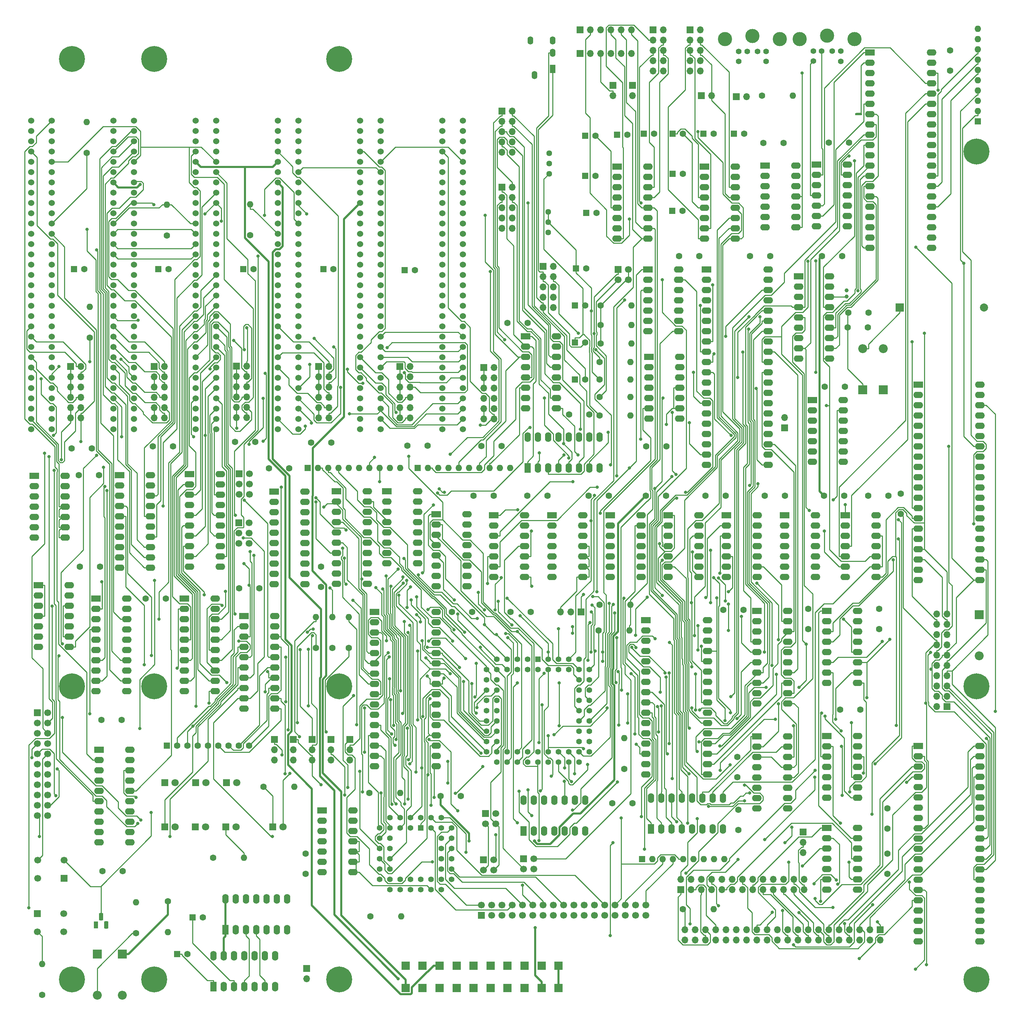
<source format=gbl>
%TF.GenerationSoftware,KiCad,Pcbnew,9.0.2*%
%TF.CreationDate,2025-11-30T17:08:24-06:00*%
%TF.ProjectId,N8PC,4e385043-2e6b-4696-9361-645f70636258,6/20/2025 004*%
%TF.SameCoordinates,Original*%
%TF.FileFunction,Copper,L4,Bot*%
%TF.FilePolarity,Positive*%
%FSLAX46Y46*%
G04 Gerber Fmt 4.6, Leading zero omitted, Abs format (unit mm)*
G04 Created by KiCad (PCBNEW 9.0.2) date 2025-11-30 17:08:24*
%MOMM*%
%LPD*%
G01*
G04 APERTURE LIST*
G04 Aperture macros list*
%AMRoundRect*
0 Rectangle with rounded corners*
0 $1 Rounding radius*
0 $2 $3 $4 $5 $6 $7 $8 $9 X,Y pos of 4 corners*
0 Add a 4 corners polygon primitive as box body*
4,1,4,$2,$3,$4,$5,$6,$7,$8,$9,$2,$3,0*
0 Add four circle primitives for the rounded corners*
1,1,$1+$1,$2,$3*
1,1,$1+$1,$4,$5*
1,1,$1+$1,$6,$7*
1,1,$1+$1,$8,$9*
0 Add four rect primitives between the rounded corners*
20,1,$1+$1,$2,$3,$4,$5,0*
20,1,$1+$1,$4,$5,$6,$7,0*
20,1,$1+$1,$6,$7,$8,$9,0*
20,1,$1+$1,$8,$9,$2,$3,0*%
G04 Aperture macros list end*
%TA.AperFunction,EtchedComponent*%
%ADD10C,0.000000*%
%TD*%
%TA.AperFunction,ComponentPad*%
%ADD11R,1.700000X1.700000*%
%TD*%
%TA.AperFunction,ComponentPad*%
%ADD12C,1.700000*%
%TD*%
%TA.AperFunction,ComponentPad*%
%ADD13O,1.700000X1.700000*%
%TD*%
%TA.AperFunction,ComponentPad*%
%ADD14C,1.600000*%
%TD*%
%TA.AperFunction,ComponentPad*%
%ADD15O,1.600000X1.600000*%
%TD*%
%TA.AperFunction,ComponentPad*%
%ADD16R,2.400000X1.600000*%
%TD*%
%TA.AperFunction,ComponentPad*%
%ADD17O,2.400000X1.600000*%
%TD*%
%TA.AperFunction,ComponentPad*%
%ADD18R,1.600000X2.400000*%
%TD*%
%TA.AperFunction,ComponentPad*%
%ADD19O,1.600000X2.400000*%
%TD*%
%TA.AperFunction,ComponentPad*%
%ADD20R,2.200000X2.200000*%
%TD*%
%TA.AperFunction,ComponentPad*%
%ADD21O,2.200000X2.200000*%
%TD*%
%TA.AperFunction,ComponentPad*%
%ADD22R,1.600000X1.600000*%
%TD*%
%TA.AperFunction,ComponentPad*%
%ADD23C,1.000000*%
%TD*%
%TA.AperFunction,ComponentPad*%
%ADD24C,3.600000*%
%TD*%
%TA.AperFunction,ConnectorPad*%
%ADD25C,6.400000*%
%TD*%
%TA.AperFunction,ComponentPad*%
%ADD26R,2.125980X2.125980*%
%TD*%
%TA.AperFunction,ComponentPad*%
%ADD27C,1.422400*%
%TD*%
%TA.AperFunction,ComponentPad*%
%ADD28C,3.497580*%
%TD*%
%TA.AperFunction,ComponentPad*%
%ADD29C,1.524000*%
%TD*%
%TA.AperFunction,ComponentPad*%
%ADD30R,1.800000X1.800000*%
%TD*%
%TA.AperFunction,ComponentPad*%
%ADD31C,1.800000*%
%TD*%
%TA.AperFunction,ComponentPad*%
%ADD32C,1.440000*%
%TD*%
%TA.AperFunction,ComponentPad*%
%ADD33R,2.000000X2.000000*%
%TD*%
%TA.AperFunction,ComponentPad*%
%ADD34C,2.000000*%
%TD*%
%TA.AperFunction,ComponentPad*%
%ADD35O,1.400000X2.000000*%
%TD*%
%TA.AperFunction,ComponentPad*%
%ADD36R,1.400000X2.000000*%
%TD*%
%TA.AperFunction,ComponentPad*%
%ADD37R,1.422400X1.422400*%
%TD*%
%TA.AperFunction,ComponentPad*%
%ADD38R,1.100000X1.800000*%
%TD*%
%TA.AperFunction,ComponentPad*%
%ADD39RoundRect,0.275000X-0.275000X-0.625000X0.275000X-0.625000X0.275000X0.625000X-0.275000X0.625000X0*%
%TD*%
%TA.AperFunction,ComponentPad*%
%ADD40C,0.600000*%
%TD*%
%TA.AperFunction,ViaPad*%
%ADD41C,0.800000*%
%TD*%
%TA.AperFunction,Conductor*%
%ADD42C,0.250000*%
%TD*%
%TA.AperFunction,Conductor*%
%ADD43C,0.500000*%
%TD*%
G04 APERTURE END LIST*
D10*
%TA.AperFunction,EtchedComponent*%
%TO.C,NT1*%
G36*
X277968000Y-80310000D02*
G01*
X276768000Y-80310000D01*
X276768000Y-79710000D01*
X277968000Y-79710000D01*
X277968000Y-80310000D01*
G37*
%TD.AperFunction*%
%TD*%
D11*
%TO.P,SW1,1,1*%
%TO.N,GND*%
X74422000Y-277440000D03*
D12*
X80922000Y-277440000D03*
%TO.P,SW1,2,2*%
%TO.N,Net-(P12-Pin_2)*%
X74422000Y-281940000D03*
X80922000Y-281940000D03*
%TD*%
D11*
%TO.P,SW2,1,1*%
%TO.N,GND*%
X81006000Y-268744000D03*
D12*
X74506000Y-268744000D03*
%TO.P,SW2,2,2*%
%TO.N,EXT-RES*%
X81006000Y-264244000D03*
X74506000Y-264244000D03*
%TD*%
D11*
%TO.P,P12,1,Pin_1*%
%TO.N,GND*%
X140988600Y-291033600D03*
D13*
%TO.P,P12,2,Pin_2*%
%TO.N,Net-(P12-Pin_2)*%
X140988600Y-293573600D03*
%TD*%
D11*
%TO.P,JP3,1,A*%
%TO.N,Net-(JP2-A)*%
X247142000Y-75692000D03*
D13*
%TO.P,JP3,2,B*%
%TO.N,CTS1*%
X249682000Y-75692000D03*
%TD*%
D14*
%TO.P,R6,1*%
%TO.N,{slash}AEN*%
X86638000Y-89628000D03*
D15*
%TO.P,R6,2*%
%TO.N,GND*%
X86638000Y-82008000D03*
%TD*%
D14*
%TO.P,R7,1*%
%TO.N,Net-(J12-Pin_5)*%
X143256000Y-211836000D03*
D15*
%TO.P,R7,2*%
%TO.N,LED3*%
X143256000Y-204216000D03*
%TD*%
D14*
%TO.P,R4,1*%
%TO.N,+5V*%
X253492000Y-75438000D03*
D15*
%TO.P,R4,2*%
%TO.N,Net-(JP2-A)*%
X261112000Y-75438000D03*
%TD*%
D14*
%TO.P,R1,1*%
%TO.N,5VSB*%
X106654600Y-274396200D03*
D15*
%TO.P,R1,2*%
%TO.N,Net-(P12-Pin_2)*%
X106654600Y-282016200D03*
%TD*%
D14*
%TO.P,R3,1*%
%TO.N,Net-(D2-A)*%
X98780600Y-282321000D03*
D15*
%TO.P,R3,2*%
%TO.N,5VSB*%
X98780600Y-274701000D03*
%TD*%
D14*
%TO.P,R2,1*%
%TO.N,Net-(D1-A)*%
X75582200Y-297507000D03*
D15*
%TO.P,R2,2*%
%TO.N,Net-(P12-Pin_2)*%
X75582200Y-289887000D03*
%TD*%
D11*
%TO.P,P18,1,Pin_1*%
%TO.N,unconnected-(P18-Pin_1-Pad1)*%
X235712000Y-59182000D03*
D13*
%TO.P,P18,2,Pin_2*%
%TO.N,unconnected-(P18-Pin_2-Pad2)*%
X238252000Y-59182000D03*
%TO.P,P18,3,Pin_3*%
%TO.N,RX0*%
X235712000Y-61722000D03*
%TO.P,P18,4,Pin_4*%
%TO.N,RTS0*%
X238252000Y-61722000D03*
%TO.P,P18,5,Pin_5*%
%TO.N,TX0*%
X235712000Y-64262000D03*
%TO.P,P18,6,Pin_6*%
%TO.N,CTS0*%
X238252000Y-64262000D03*
%TO.P,P18,7,Pin_7*%
%TO.N,unconnected-(P18-Pin_7-Pad7)*%
X235712000Y-66802000D03*
%TO.P,P18,8,Pin_8*%
%TO.N,unconnected-(P18-Pin_8-Pad8)*%
X238252000Y-66802000D03*
%TO.P,P18,9,Pin_9*%
%TO.N,GND*%
X235712000Y-69342000D03*
%TO.P,P18,10,Pin_10*%
%TO.N,unconnected-(P18-Pin_10-Pad10)*%
X238252000Y-69342000D03*
%TD*%
D11*
%TO.P,P15,1,Pin_1*%
%TO.N,+5V*%
X199390000Y-117602000D03*
D13*
%TO.P,P15,2,Pin_2*%
X201930000Y-117602000D03*
%TO.P,P15,3,Pin_3*%
%TO.N,Net-(P15-Pin_3)*%
X199390000Y-120142000D03*
%TO.P,P15,4,Pin_4*%
%TO.N,IOA7*%
X201930000Y-120142000D03*
%TO.P,P15,5,Pin_5*%
%TO.N,unconnected-(P15-Pin_5-Pad5)*%
X199390000Y-122682000D03*
%TO.P,P15,6,Pin_6*%
%TO.N,IOB7*%
X201930000Y-122682000D03*
%TO.P,P15,7,Pin_7*%
%TO.N,unconnected-(P15-Pin_7-Pad7)*%
X199390000Y-125222000D03*
%TO.P,P15,8,Pin_8*%
%TO.N,ACR5*%
X201930000Y-125222000D03*
%TO.P,P15,9,Pin_9*%
%TO.N,Net-(P15-Pin_9)*%
X199390000Y-127762000D03*
%TO.P,P15,10,Pin_10*%
%TO.N,GND*%
X201930000Y-127762000D03*
%TD*%
D11*
%TO.P,P1,1,Pin_1*%
%TO.N,GND*%
X124230000Y-180930000D03*
D12*
%TO.P,P1,2,Pin_2*%
%TO.N,Net-(P1-Pin_2)*%
X126770000Y-180930000D03*
%TO.P,P1,3,Pin_3*%
%TO.N,GND*%
X124230000Y-183470000D03*
%TO.P,P1,4,Pin_4*%
%TO.N,Net-(P1-Pin_4)*%
X126770000Y-183470000D03*
%TO.P,P1,5,Pin_5*%
%TO.N,GND*%
X124230000Y-186010000D03*
%TO.P,P1,6,Pin_6*%
%TO.N,Net-(P1-Pin_6)*%
X126770000Y-186010000D03*
%TD*%
D16*
%TO.P,U8,1*%
%TO.N,unconnected-(U8-Pad1)*%
X215950800Y-179070000D03*
D17*
%TO.P,U8,2*%
%TO.N,unconnected-(U8-Pad2)*%
X215950800Y-181610000D03*
%TO.P,U8,3*%
%TO.N,unconnected-(U8-Pad3)*%
X215950800Y-184150000D03*
%TO.P,U8,4*%
%TO.N,unconnected-(U8-Pad4)*%
X215950800Y-186690000D03*
%TO.P,U8,5*%
%TO.N,unconnected-(U8-Pad5)*%
X215950800Y-189230000D03*
%TO.P,U8,6*%
%TO.N,unconnected-(U8-Pad6)*%
X215950800Y-191770000D03*
%TO.P,U8,7,GND*%
%TO.N,GND*%
X215950800Y-194310000D03*
%TO.P,U8,8*%
%TO.N,unconnected-(U8-Pad8)*%
X223570800Y-194310000D03*
%TO.P,U8,9*%
%TO.N,unconnected-(U8-Pad9)*%
X223570800Y-191770000D03*
%TO.P,U8,10*%
%TO.N,unconnected-(U8-Pad10)*%
X223570800Y-189230000D03*
%TO.P,U8,11*%
%TO.N,Net-(U61-{slash}DACK)*%
X223570800Y-186690000D03*
%TO.P,U8,12*%
%TO.N,{slash}DACK1*%
X223570800Y-184150000D03*
%TO.P,U8,13*%
%TO.N,{slash}DACK_AND_TC*%
X223570800Y-181610000D03*
%TO.P,U8,14,VCC*%
%TO.N,+5V*%
X223570800Y-179070000D03*
%TD*%
D16*
%TO.P,U48,1,GND*%
%TO.N,GND*%
X239776000Y-118364000D03*
D17*
%TO.P,U48,2,NC2*%
%TO.N,unconnected-(U48-NC2-Pad2)*%
X239776000Y-120904000D03*
%TO.P,U48,3,OUTB*%
%TO.N,Net-(P43-Pin_2)*%
X239776000Y-123444000D03*
%TO.P,U48,4,OUTA*%
%TO.N,Net-(P43-Pin_3)*%
X239776000Y-125984000D03*
%TO.P,U48,5,NC5*%
%TO.N,unconnected-(U48-NC5-Pad5)*%
X239776000Y-128524000D03*
%TO.P,U48,6,IOB7*%
%TO.N,IOB7*%
X239776000Y-131064000D03*
%TO.P,U48,7,IOB6*%
%TO.N,IOB6*%
X239776000Y-133604000D03*
%TO.P,U48,8,IOB5*%
%TO.N,IOB5*%
X239776000Y-136144000D03*
%TO.P,U48,9,IOB4*%
%TO.N,IOB4*%
X239776000Y-138684000D03*
%TO.P,U48,10,IOB3*%
%TO.N,IOB3*%
X239776000Y-141224000D03*
%TO.P,U48,11,IOB2*%
%TO.N,IOB2*%
X239776000Y-143764000D03*
%TO.P,U48,12,IOB1*%
%TO.N,IOB1*%
X239776000Y-146304000D03*
%TO.P,U48,13,IOB0*%
%TO.N,IOB0*%
X239776000Y-148844000D03*
%TO.P,U48,14,IOA7*%
%TO.N,IOA7*%
X239776000Y-151384000D03*
%TO.P,U48,15,IOA6*%
%TO.N,IOA6*%
X239776000Y-153924000D03*
%TO.P,U48,16,IOA5*%
%TO.N,IOA5*%
X239776000Y-156464000D03*
%TO.P,U48,17,IOA4*%
%TO.N,IOA4*%
X239776000Y-159004000D03*
%TO.P,U48,18,IOA3*%
%TO.N,IOA3*%
X239776000Y-161544000D03*
%TO.P,U48,19,IOA2*%
%TO.N,IOA2*%
X239776000Y-164084000D03*
%TO.P,U48,20,IOA1*%
%TO.N,IOA1*%
X239776000Y-166624000D03*
%TO.P,U48,21,IOA0*%
%TO.N,IOA0*%
X255016000Y-166624000D03*
%TO.P,U48,22,CLOCK*%
%TO.N,Net-(U34A-Q0)*%
X255016000Y-164084000D03*
%TO.P,U48,23,RESET*%
%TO.N,{slash}RESAY3*%
X255016000Y-161544000D03*
%TO.P,U48,24,A9*%
%TO.N,GND*%
X255016000Y-159004000D03*
%TO.P,U48,25,A8*%
%TO.N,+5V*%
X255016000Y-156464000D03*
%TO.P,U48,26,TEST2*%
%TO.N,Net-(JP10-B)*%
X255016000Y-153924000D03*
%TO.P,U48,27,BDIR*%
%TO.N,Net-(U48-BDIR)*%
X255016000Y-151384000D03*
%TO.P,U48,28,BC2*%
%TO.N,+5V*%
X255016000Y-148844000D03*
%TO.P,U48,29,BC1*%
%TO.N,Net-(U48-BC1)*%
X255016000Y-146304000D03*
%TO.P,U48,30,D7*%
%TO.N,D7*%
X255016000Y-143764000D03*
%TO.P,U48,31,D6*%
%TO.N,D6*%
X255016000Y-141224000D03*
%TO.P,U48,32,D5*%
%TO.N,D5*%
X255016000Y-138684000D03*
%TO.P,U48,33,D4*%
%TO.N,D4*%
X255016000Y-136144000D03*
%TO.P,U48,34,D3*%
%TO.N,D3*%
X255016000Y-133604000D03*
%TO.P,U48,35,D2*%
%TO.N,D2*%
X255016000Y-131064000D03*
%TO.P,U48,36,D1*%
%TO.N,D1*%
X255016000Y-128524000D03*
%TO.P,U48,37,D0*%
%TO.N,D0*%
X255016000Y-125984000D03*
%TO.P,U48,38,OUTC*%
%TO.N,Net-(P43-Pin_1)*%
X255016000Y-123444000D03*
%TO.P,U48,39,TEST1*%
%TO.N,unconnected-(U48-TEST1-Pad39)*%
X255016000Y-120904000D03*
%TO.P,U48,40,VCC*%
%TO.N,+5V*%
X255016000Y-118364000D03*
%TD*%
D16*
%TO.P,U38,1,PA3*%
%TO.N,PA3*%
X292126000Y-236042000D03*
D17*
%TO.P,U38,2,PA2*%
%TO.N,PA2*%
X292126000Y-238582000D03*
%TO.P,U38,3,PA1*%
%TO.N,PA1*%
X292126000Y-241122000D03*
%TO.P,U38,4,PA0*%
%TO.N,PA0*%
X292126000Y-243662000D03*
%TO.P,U38,5,~{RD}*%
%TO.N,{slash}RD*%
X292126000Y-246202000D03*
%TO.P,U38,6,~{CS}*%
%TO.N,{slash}CS_PPI2*%
X292126000Y-248742000D03*
%TO.P,U38,7,GND*%
%TO.N,GND*%
X292126000Y-251282000D03*
%TO.P,U38,8,A1*%
%TO.N,A1*%
X292126000Y-253822000D03*
%TO.P,U38,9,A0*%
%TO.N,A0*%
X292126000Y-256362000D03*
%TO.P,U38,10,PC7*%
%TO.N,PC7*%
X292126000Y-258902000D03*
%TO.P,U38,11,PC6*%
%TO.N,PC6*%
X292126000Y-261442000D03*
%TO.P,U38,12,PC5*%
%TO.N,PC5*%
X292126000Y-263982000D03*
%TO.P,U38,13,PC4*%
%TO.N,PC4*%
X292126000Y-266522000D03*
%TO.P,U38,14,PC0*%
%TO.N,PC0*%
X292126000Y-269062000D03*
%TO.P,U38,15,PC1*%
%TO.N,PC1*%
X292126000Y-271602000D03*
%TO.P,U38,16,PC2*%
%TO.N,PC2*%
X292126000Y-274142000D03*
%TO.P,U38,17,PC3*%
%TO.N,PC3*%
X292126000Y-276682000D03*
%TO.P,U38,18,PB0*%
%TO.N,PB0*%
X292126000Y-279222000D03*
%TO.P,U38,19,PB1*%
%TO.N,PB1*%
X292126000Y-281762000D03*
%TO.P,U38,20,PB2*%
%TO.N,PB2*%
X292126000Y-284302000D03*
%TO.P,U38,21,PB3*%
%TO.N,PB3*%
X307366000Y-284302000D03*
%TO.P,U38,22,PB4*%
%TO.N,PB4*%
X307366000Y-281762000D03*
%TO.P,U38,23,PB5*%
%TO.N,PB5*%
X307366000Y-279222000D03*
%TO.P,U38,24,PB6*%
%TO.N,PB6*%
X307366000Y-276682000D03*
%TO.P,U38,25,PB7*%
%TO.N,PB7*%
X307366000Y-274142000D03*
%TO.P,U38,26,VCC*%
%TO.N,+5V*%
X307366000Y-271602000D03*
%TO.P,U38,27,D7*%
%TO.N,D7*%
X307366000Y-269062000D03*
%TO.P,U38,28,D6*%
%TO.N,D6*%
X307366000Y-266522000D03*
%TO.P,U38,29,D5*%
%TO.N,D5*%
X307366000Y-263982000D03*
%TO.P,U38,30,D4*%
%TO.N,D4*%
X307366000Y-261442000D03*
%TO.P,U38,31,D3*%
%TO.N,D3*%
X307366000Y-258902000D03*
%TO.P,U38,32,D2*%
%TO.N,D2*%
X307366000Y-256362000D03*
%TO.P,U38,33,D1*%
%TO.N,D1*%
X307366000Y-253822000D03*
%TO.P,U38,34,D0*%
%TO.N,D0*%
X307366000Y-251282000D03*
%TO.P,U38,35,RESET*%
%TO.N,RESET*%
X307366000Y-248742000D03*
%TO.P,U38,36,~{WR}*%
%TO.N,{slash}WR*%
X307366000Y-246202000D03*
%TO.P,U38,37,PA7*%
%TO.N,PA7*%
X307366000Y-243662000D03*
%TO.P,U38,38,PA6*%
%TO.N,PA6*%
X307366000Y-241122000D03*
%TO.P,U38,39,PA5*%
%TO.N,PA5*%
X307366000Y-238582000D03*
%TO.P,U38,40,PA4*%
%TO.N,PA4*%
X307366000Y-236042000D03*
%TD*%
D16*
%TO.P,U39,1*%
%TO.N,A1*%
X269488000Y-233594000D03*
D17*
%TO.P,U39,2*%
%TO.N,Net-(U39-Pad2)*%
X269488000Y-236134000D03*
%TO.P,U39,3*%
%TO.N,{slash}STATUS*%
X269488000Y-238674000D03*
%TO.P,U39,4*%
%TO.N,Net-(R5-Pad1)*%
X269488000Y-241214000D03*
%TO.P,U39,5*%
%TO.N,A19*%
X269488000Y-243754000D03*
%TO.P,U39,6*%
%TO.N,Net-(U33-Pad1)*%
X269488000Y-246294000D03*
%TO.P,U39,7,GND*%
%TO.N,GND*%
X269488000Y-248834000D03*
%TO.P,U39,8*%
%TO.N,{slash}DREQ1*%
X277108000Y-248834000D03*
%TO.P,U39,9*%
%TO.N,Net-(U61-DMA)*%
X277108000Y-246294000D03*
%TO.P,U39,10*%
%TO.N,{slash}INTIORQ*%
X277108000Y-243754000D03*
%TO.P,U39,11*%
%TO.N,Net-(U39-Pad11)*%
X277108000Y-241214000D03*
%TO.P,U39,12*%
%TO.N,{slash}INT_FDC*%
X277108000Y-238674000D03*
%TO.P,U39,13*%
%TO.N,Net-(U61-IRQ)*%
X277108000Y-236134000D03*
%TO.P,U39,14,VCC*%
%TO.N,+5V*%
X277108000Y-233594000D03*
%TD*%
D16*
%TO.P,U34,1,CP*%
%TO.N,VRY*%
X225298000Y-118364000D03*
D17*
%TO.P,U34,2,MR*%
%TO.N,RESET*%
X225298000Y-120904000D03*
%TO.P,U34,3,Q0*%
%TO.N,Net-(U34A-Q0)*%
X225298000Y-123444000D03*
%TO.P,U34,4,Q1*%
%TO.N,unconnected-(U34A-Q1-Pad4)*%
X225298000Y-125984000D03*
%TO.P,U34,5,Q2*%
%TO.N,unconnected-(U34A-Q2-Pad5)*%
X225298000Y-128524000D03*
%TO.P,U34,6,Q3*%
%TO.N,unconnected-(U34A-Q3-Pad6)*%
X225298000Y-131064000D03*
%TO.P,U34,7,GND*%
%TO.N,GND*%
X225298000Y-133604000D03*
%TO.P,U34,8,Q3*%
%TO.N,Net-(U34B-Q3)*%
X232918000Y-133604000D03*
%TO.P,U34,9,Q2*%
%TO.N,unconnected-(U34B-Q2-Pad9)*%
X232918000Y-131064000D03*
%TO.P,U34,10,Q1*%
%TO.N,unconnected-(U34B-Q1-Pad10)*%
X232918000Y-128524000D03*
%TO.P,U34,11,Q0*%
%TO.N,unconnected-(U34B-Q0-Pad11)*%
X232918000Y-125984000D03*
%TO.P,U34,12,MR*%
%TO.N,GND*%
X232918000Y-123444000D03*
%TO.P,U34,13,CP*%
%TO.N,Net-(U34B-CP)*%
X232918000Y-120904000D03*
%TO.P,U34,14,VCC*%
%TO.N,+5V*%
X232918000Y-118364000D03*
%TD*%
D16*
%TO.P,U49,1*%
%TO.N,IOB0*%
X265938000Y-150622000D03*
D17*
%TO.P,U49,2*%
%TO.N,{slash}TRG1-A*%
X265938000Y-153162000D03*
%TO.P,U49,3*%
%TO.N,IOB1*%
X265938000Y-155702000D03*
%TO.P,U49,4*%
%TO.N,{slash}TRG1-B*%
X265938000Y-158242000D03*
%TO.P,U49,5*%
%TO.N,IOB2*%
X265938000Y-160782000D03*
%TO.P,U49,6*%
%TO.N,{slash}TRG2-A*%
X265938000Y-163322000D03*
%TO.P,U49,7,GND*%
%TO.N,GND*%
X265938000Y-165862000D03*
%TO.P,U49,8*%
%TO.N,{slash}TRG2-B*%
X273558000Y-165862000D03*
%TO.P,U49,9*%
%TO.N,IOB3*%
X273558000Y-163322000D03*
%TO.P,U49,10*%
%TO.N,B_IOR*%
X273558000Y-160782000D03*
%TO.P,U49,11*%
%TO.N,Net-(U1-O0b)*%
X273558000Y-158242000D03*
%TO.P,U49,12*%
%TO.N,B_IOW*%
X273558000Y-155702000D03*
%TO.P,U49,13*%
%TO.N,Net-(U1-O1b)*%
X273558000Y-153162000D03*
%TO.P,U49,14,VCC*%
%TO.N,+5V*%
X273558000Y-150622000D03*
%TD*%
D18*
%TO.P,U19,1*%
%TO.N,Net-(D2-A)*%
X117950800Y-295534400D03*
D19*
%TO.P,U19,2*%
%TO.N,Net-(U19-Pad2)*%
X120490800Y-295534400D03*
%TO.P,U19,3*%
%TO.N,Net-(D1-A)*%
X123030800Y-295534400D03*
%TO.P,U19,4*%
%TO.N,Net-(U12A-C)*%
X125570800Y-295534400D03*
%TO.P,U19,5*%
%TO.N,Net-(U19-Pad2)*%
X128110800Y-295534400D03*
%TO.P,U19,6*%
%TO.N,Net-(U12A-~{S})*%
X130650800Y-295534400D03*
%TO.P,U19,7,GND*%
%TO.N,GND*%
X133190800Y-295534400D03*
%TO.P,U19,8*%
%TO.N,unconnected-(U19-Pad8)*%
X133190800Y-287914400D03*
%TO.P,U19,9*%
%TO.N,5VSB*%
X130650800Y-287914400D03*
%TO.P,U19,10*%
%TO.N,unconnected-(U19-Pad10)*%
X128110800Y-287914400D03*
%TO.P,U19,11*%
%TO.N,5VSB*%
X125570800Y-287914400D03*
%TO.P,U19,12*%
%TO.N,unconnected-(U19-Pad12)*%
X123030800Y-287914400D03*
%TO.P,U19,13*%
%TO.N,5VSB*%
X120490800Y-287914400D03*
%TO.P,U19,14,VCC*%
X117950800Y-287914400D03*
%TD*%
D16*
%TO.P,P14,1*%
%TO.N,unconnected-(P14-Pad1)*%
X73654000Y-169332000D03*
D17*
%TO.P,P14,2*%
%TO.N,unconnected-(P14-Pad2)*%
X73654000Y-171872000D03*
%TO.P,P14,3*%
%TO.N,unconnected-(P14-Pad3)*%
X73654000Y-174412000D03*
%TO.P,P14,4*%
%TO.N,GND*%
X73654000Y-176952000D03*
%TO.P,P14,5*%
X73654000Y-179492000D03*
%TO.P,P14,6*%
X73654000Y-182032000D03*
%TO.P,P14,7*%
X73654000Y-184572000D03*
%TO.P,P14,8*%
%TO.N,BUSCLK*%
X81274000Y-184572000D03*
%TO.P,P14,9*%
X81274000Y-182032000D03*
%TO.P,P14,10*%
X81274000Y-179492000D03*
%TO.P,P14,11*%
X81274000Y-176952000D03*
%TO.P,P14,12*%
%TO.N,unconnected-(P14-Pad12)*%
X81274000Y-174412000D03*
%TO.P,P14,13*%
%TO.N,unconnected-(P14-Pad13)*%
X81274000Y-171872000D03*
%TO.P,P14,14*%
%TO.N,+5V*%
X81274000Y-169332000D03*
%TD*%
D16*
%TO.P,U7,1*%
%TO.N,Net-(U33-Pad1)*%
X230327200Y-179070000D03*
D17*
%TO.P,U7,2*%
%TO.N,{slash}MREQ*%
X230327200Y-181610000D03*
%TO.P,U7,3*%
%TO.N,{slash}CS_RAMHI*%
X230327200Y-184150000D03*
%TO.P,U7,4*%
%TO.N,{slash}MREQ*%
X230327200Y-186690000D03*
%TO.P,U7,5*%
%TO.N,Net-(U33-Pad12)*%
X230327200Y-189230000D03*
%TO.P,U7,6*%
%TO.N,{slash}CS_RAMLO*%
X230327200Y-191770000D03*
%TO.P,U7,7,GND*%
%TO.N,GND*%
X230327200Y-194310000D03*
%TO.P,U7,8*%
%TO.N,{slash}CS_ROM*%
X237947200Y-194310000D03*
%TO.P,U7,9*%
%TO.N,{slash}MREQ*%
X237947200Y-191770000D03*
%TO.P,U7,10*%
%TO.N,Net-(U68-O0)*%
X237947200Y-189230000D03*
%TO.P,U7,11*%
%TO.N,DATA_DIR*%
X237947200Y-186690000D03*
%TO.P,U7,12*%
%TO.N,{slash}RD*%
X237947200Y-184150000D03*
%TO.P,U7,13*%
%TO.N,Net-(U33-Pad6)*%
X237947200Y-181610000D03*
%TO.P,U7,14,VCC*%
%TO.N,+5V*%
X237947200Y-179070000D03*
%TD*%
D20*
%TO.P,D2,1,K*%
%TO.N,5VSB*%
X89197800Y-287453400D03*
D21*
%TO.P,D2,2,A*%
%TO.N,Net-(D2-A)*%
X89197800Y-297613400D03*
%TD*%
D20*
%TO.P,D1,1,K*%
%TO.N,5VSB*%
X95395400Y-287453400D03*
D21*
%TO.P,D1,2,A*%
%TO.N,Net-(D1-A)*%
X95395400Y-297613400D03*
%TD*%
D14*
%TO.P,C29,1*%
%TO.N,+5V*%
X123259400Y-160990600D03*
%TO.P,C29,2*%
%TO.N,GND*%
X128259400Y-160990600D03*
%TD*%
%TO.P,C46,1*%
%TO.N,+5V*%
X102934600Y-162030600D03*
%TO.P,C46,2*%
%TO.N,GND*%
X107934600Y-162030600D03*
%TD*%
%TO.P,C44,1*%
%TO.N,+5V*%
X239481600Y-174244000D03*
%TO.P,C44,2*%
%TO.N,GND*%
X244481600Y-174244000D03*
%TD*%
%TO.P,C39,1*%
%TO.N,+5V*%
X224870000Y-162052000D03*
%TO.P,C39,2*%
%TO.N,GND*%
X229870000Y-162052000D03*
%TD*%
%TO.P,C36,1*%
%TO.N,+5V*%
X124292000Y-197104000D03*
%TO.P,C36,2*%
%TO.N,GND*%
X129292000Y-197104000D03*
%TD*%
%TO.P,C25,1*%
%TO.N,+5V*%
X216488000Y-250190000D03*
%TO.P,C25,2*%
%TO.N,GND*%
X221488000Y-250190000D03*
%TD*%
%TO.P,C48,1*%
%TO.N,+5V*%
X82868600Y-162589400D03*
%TO.P,C48,2*%
%TO.N,GND*%
X87868600Y-162589400D03*
%TD*%
%TO.P,C50,1*%
%TO.N,+5V*%
X254146800Y-174244000D03*
%TO.P,C50,2*%
%TO.N,GND*%
X259146800Y-174244000D03*
%TD*%
%TO.P,C52,1*%
%TO.N,+5V*%
X144530000Y-191800000D03*
%TO.P,C52,2*%
%TO.N,GND*%
X144530000Y-196800000D03*
%TD*%
%TO.P,C54,1*%
%TO.N,+5V*%
X275036000Y-87098000D03*
%TO.P,C54,2*%
%TO.N,GND*%
X270036000Y-87098000D03*
%TD*%
D22*
%TO.P,C62,1*%
%TO.N,Net-(U10-C2+)*%
X209844000Y-85344000D03*
D14*
%TO.P,C62,2*%
%TO.N,Net-(U10-C2-)*%
X212344000Y-85344000D03*
%TD*%
D22*
%TO.P,C58,1*%
%TO.N,Net-(U10-C1+)*%
X224322000Y-84836000D03*
D14*
%TO.P,C58,2*%
%TO.N,Net-(U10-C1-)*%
X226822000Y-84836000D03*
%TD*%
%TO.P,C24,1*%
%TO.N,+3V3*%
X268270000Y-115086000D03*
%TO.P,C24,2*%
%TO.N,GND*%
X273270000Y-115086000D03*
%TD*%
%TO.P,C23,1*%
%TO.N,+5V*%
X268986000Y-147320000D03*
%TO.P,C23,2*%
%TO.N,GND*%
X273986000Y-147320000D03*
%TD*%
%TO.P,C27,1*%
%TO.N,+5V*%
X284504000Y-256494000D03*
%TO.P,C27,2*%
%TO.N,GND*%
X284504000Y-251494000D03*
%TD*%
%TO.P,C19,1*%
%TO.N,+5V*%
X264898000Y-202230000D03*
%TO.P,C19,2*%
%TO.N,GND*%
X264898000Y-207230000D03*
%TD*%
%TO.P,C31,1*%
%TO.N,+5V*%
X284456000Y-262682000D03*
%TO.P,C31,2*%
%TO.N,GND*%
X284456000Y-267682000D03*
%TD*%
%TO.P,C38,1*%
%TO.N,+5V*%
X182164000Y-174268000D03*
%TO.P,C38,2*%
%TO.N,GND*%
X187164000Y-174268000D03*
%TD*%
%TO.P,C15,1*%
%TO.N,+5V*%
X90470000Y-266978000D03*
%TO.P,C15,2*%
%TO.N,GND*%
X95470000Y-266978000D03*
%TD*%
%TO.P,C11,1*%
%TO.N,+5V*%
X136630000Y-167520000D03*
%TO.P,C11,2*%
%TO.N,GND*%
X131630000Y-167520000D03*
%TD*%
%TO.P,C7,1*%
%TO.N,+5V*%
X210612000Y-174268000D03*
%TO.P,C7,2*%
%TO.N,GND*%
X215612000Y-174268000D03*
%TD*%
%TO.P,C20,1*%
%TO.N,+3V3*%
X224816400Y-174244000D03*
%TO.P,C20,2*%
%TO.N,GND*%
X229816400Y-174244000D03*
%TD*%
%TO.P,C16,1*%
%TO.N,+3V3*%
X174070000Y-248412000D03*
%TO.P,C16,2*%
%TO.N,GND*%
X179070000Y-248412000D03*
%TD*%
%TO.P,C12,1*%
%TO.N,+3V3*%
X140716000Y-267636000D03*
%TO.P,C12,2*%
%TO.N,GND*%
X140716000Y-262636000D03*
%TD*%
%TO.P,C8,1*%
%TO.N,+3V3*%
X268812000Y-174244000D03*
%TO.P,C8,2*%
%TO.N,GND*%
X273812000Y-174244000D03*
%TD*%
%TO.P,C5,1*%
%TO.N,+5V*%
X205820000Y-154178000D03*
%TO.P,C5,2*%
%TO.N,GND*%
X210820000Y-154178000D03*
%TD*%
%TO.P,C13,1*%
%TO.N,+5V*%
X195580000Y-131572000D03*
%TO.P,C13,2*%
%TO.N,GND*%
X190580000Y-131572000D03*
%TD*%
%TO.P,C21,1*%
%TO.N,+5V*%
X165825000Y-161929000D03*
%TO.P,C21,2*%
%TO.N,GND*%
X170825000Y-161929000D03*
%TD*%
D22*
%TO.P,C61,1*%
%TO.N,+5V*%
X217718000Y-85090000D03*
D14*
%TO.P,C61,2*%
%TO.N,GND*%
X220218000Y-85090000D03*
%TD*%
D22*
%TO.P,C35,1*%
%TO.N,Net-(D2-A)*%
X109006000Y-287426400D03*
D14*
%TO.P,C35,2*%
%TO.N,GND*%
X111506000Y-287426400D03*
%TD*%
D22*
%TO.P,C2,1*%
%TO.N,+5V*%
X83523000Y-118267800D03*
D14*
%TO.P,C2,2*%
%TO.N,GND*%
X86023000Y-118267800D03*
%TD*%
D22*
%TO.P,C3,1*%
%TO.N,+5V*%
X125310000Y-118267800D03*
D14*
%TO.P,C3,2*%
%TO.N,GND*%
X127810000Y-118267800D03*
%TD*%
D22*
%TO.P,C28,1*%
%TO.N,Net-(D1-A)*%
X112816000Y-278384000D03*
D14*
%TO.P,C28,2*%
%TO.N,GND*%
X115316000Y-278384000D03*
%TD*%
D22*
%TO.P,C63,1*%
%TO.N,Net-(U10-VS+)*%
X209844000Y-95250000D03*
D14*
%TO.P,C63,2*%
%TO.N,+5V*%
X212344000Y-95250000D03*
%TD*%
D22*
%TO.P,C4,1*%
%TO.N,+5V*%
X104329600Y-118267800D03*
D14*
%TO.P,C4,2*%
%TO.N,GND*%
X106829600Y-118267800D03*
%TD*%
D22*
%TO.P,C1,1*%
%TO.N,+5V*%
X145103400Y-118267800D03*
D14*
%TO.P,C1,2*%
%TO.N,GND*%
X147603400Y-118267800D03*
%TD*%
D22*
%TO.P,C64,1*%
%TO.N,GND*%
X210098000Y-104394000D03*
D14*
%TO.P,C64,2*%
%TO.N,Net-(U10-VS-)*%
X212598000Y-104394000D03*
%TD*%
D23*
%TO.P,X1,1,1*%
%TO.N,Net-(U47-XT)*%
X274411400Y-125063600D03*
%TO.P,X1,2,2*%
%TO.N,Net-(U47-XT1)*%
X274411400Y-123563600D03*
%TD*%
D24*
%TO.P,P6,1,1*%
%TO.N,GND*%
X149040400Y-66372400D03*
D25*
X149040400Y-66372400D03*
%TD*%
D24*
%TO.P,P5,1,1*%
%TO.N,GND*%
X83000400Y-293702400D03*
D25*
X83000400Y-293702400D03*
%TD*%
D24*
%TO.P,P3,1,1*%
%TO.N,GND*%
X103320400Y-293702400D03*
D25*
X103320400Y-293702400D03*
%TD*%
D24*
%TO.P,P2,1,1*%
%TO.N,GND*%
X103320400Y-66372400D03*
D25*
X103320400Y-66372400D03*
%TD*%
D24*
%TO.P,P7,1,1*%
%TO.N,GND*%
X83000400Y-66372400D03*
D25*
X83000400Y-66372400D03*
%TD*%
D26*
%TO.P,P11,1,Pin_1*%
%TO.N,+3V3*%
X203221100Y-295829020D03*
%TO.P,P11,2,Pin_2*%
X203221100Y-290327380D03*
%TO.P,P11,3,Pin_3*%
X199019940Y-295829020D03*
%TO.P,P11,4,Pin_4*%
%TO.N,-12V*%
X199019940Y-290327380D03*
%TO.P,P11,5,Pin_5*%
%TO.N,GND*%
X194821320Y-295829020D03*
%TO.P,P11,6,Pin_6*%
X194821320Y-290327380D03*
%TO.P,P11,7,Pin_7*%
%TO.N,+5V*%
X190620160Y-295829020D03*
%TO.P,P11,8,Pin_8*%
%TO.N,PWR_ON*%
X190620160Y-290327380D03*
%TO.P,P11,9,Pin_9*%
%TO.N,GND*%
X186421540Y-295829020D03*
%TO.P,P11,10,Pin_10*%
X186421540Y-290327380D03*
%TO.P,P11,11,Pin_11*%
%TO.N,+5V*%
X182220380Y-295829020D03*
%TO.P,P11,12,Pin_12*%
%TO.N,GND*%
X182220380Y-290327380D03*
%TO.P,P11,13,Pin_13*%
X178021760Y-295829020D03*
%TO.P,P11,14,Pin_14*%
X178021760Y-290327380D03*
%TO.P,P11,15,Pin_15*%
%TO.N,unconnected-(P11-Pin_15-Pad15)*%
X173820600Y-295829020D03*
%TO.P,P11,16,Pin_16*%
%TO.N,-5V*%
X173820600Y-290327380D03*
%TO.P,P11,17,Pin_17*%
%TO.N,5VSB*%
X169621980Y-295829020D03*
%TO.P,P11,18,Pin_18*%
%TO.N,+5V*%
X169621980Y-290327380D03*
%TO.P,P11,19,Pin_19*%
%TO.N,+12V*%
X165420820Y-295829020D03*
%TO.P,P11,20,Pin_20*%
%TO.N,+5V*%
X165420820Y-290327380D03*
%TD*%
D14*
%TO.P,C37,1*%
%TO.N,+5V*%
X195486000Y-174244000D03*
%TO.P,C37,2*%
%TO.N,GND*%
X200486000Y-174244000D03*
%TD*%
%TO.P,C6,1*%
%TO.N,+5V*%
X84916000Y-191770000D03*
%TO.P,C6,2*%
%TO.N,GND*%
X89916000Y-191770000D03*
%TD*%
%TO.P,C10,1*%
%TO.N,+5V*%
X176864000Y-202946000D03*
%TO.P,C10,2*%
%TO.N,GND*%
X181864000Y-202946000D03*
%TD*%
%TO.P,C18,1*%
%TO.N,+5V*%
X253826000Y-87122000D03*
%TO.P,C18,2*%
%TO.N,GND*%
X258826000Y-87122000D03*
%TD*%
%TO.P,C22,1*%
%TO.N,+5V*%
X282424000Y-202230000D03*
%TO.P,C22,2*%
%TO.N,GND*%
X282424000Y-207230000D03*
%TD*%
%TO.P,C26,1*%
%TO.N,+5V*%
X279734000Y-174244000D03*
%TO.P,C26,2*%
%TO.N,GND*%
X284734000Y-174244000D03*
%TD*%
%TO.P,C30,1*%
%TO.N,+5V*%
X232998000Y-115062000D03*
%TO.P,C30,2*%
%TO.N,GND*%
X237998000Y-115062000D03*
%TD*%
%TO.P,C33,1*%
%TO.N,+5V*%
X299950000Y-64308000D03*
%TO.P,C33,2*%
%TO.N,GND*%
X299950000Y-69308000D03*
%TD*%
%TO.P,C40,1*%
%TO.N,+5V*%
X243886000Y-202462000D03*
%TO.P,C40,2*%
%TO.N,GND*%
X248886000Y-202462000D03*
%TD*%
%TO.P,C43,1*%
%TO.N,+5V*%
X142050600Y-161116200D03*
%TO.P,C43,2*%
%TO.N,GND*%
X147050600Y-161116200D03*
%TD*%
%TO.P,C45,1*%
%TO.N,+5V*%
X191308000Y-202970000D03*
%TO.P,C45,2*%
%TO.N,GND*%
X196308000Y-202970000D03*
%TD*%
%TO.P,C47,1*%
%TO.N,+5V*%
X101138000Y-199668000D03*
%TO.P,C47,2*%
%TO.N,GND*%
X106138000Y-199668000D03*
%TD*%
%TO.P,C49,1*%
%TO.N,+5V*%
X90250000Y-229616000D03*
%TO.P,C49,2*%
%TO.N,GND*%
X95250000Y-229616000D03*
%TD*%
%TO.P,C51,1*%
%TO.N,+5V*%
X247396000Y-243760000D03*
%TO.P,C51,2*%
%TO.N,GND*%
X247396000Y-238760000D03*
%TD*%
%TO.P,C53,1*%
%TO.N,+5V*%
X272796000Y-227076000D03*
%TO.P,C53,2*%
%TO.N,GND*%
X277796000Y-227076000D03*
%TD*%
D16*
%TO.P,U26,1*%
%TO.N,Net-(U25-P22)*%
X266954000Y-92456000D03*
D17*
%TO.P,U26,2*%
%TO.N,MSEDAT*%
X266954000Y-94996000D03*
%TO.P,U26,3*%
%TO.N,Net-(U25-P23)*%
X266954000Y-97536000D03*
%TO.P,U26,4*%
%TO.N,MSECLK*%
X266954000Y-100076000D03*
%TO.P,U26,5*%
%TO.N,Net-(U25-P26{slash}DRQ)*%
X266954000Y-102616000D03*
%TO.P,U26,6*%
%TO.N,KBDCLK*%
X266954000Y-105156000D03*
%TO.P,U26,7,GND*%
%TO.N,GND*%
X266954000Y-107696000D03*
%TO.P,U26,8*%
%TO.N,unconnected-(U26-Pad8)*%
X274574000Y-107696000D03*
%TO.P,U26,9*%
%TO.N,unconnected-(U26-Pad9)*%
X274574000Y-105156000D03*
%TO.P,U26,10*%
%TO.N,unconnected-(U26-Pad10)*%
X274574000Y-102616000D03*
%TO.P,U26,11*%
%TO.N,unconnected-(U26-Pad11)*%
X274574000Y-100076000D03*
%TO.P,U26,12*%
%TO.N,KBDDAT*%
X274574000Y-97536000D03*
%TO.P,U26,13*%
%TO.N,Net-(U25-P27{slash}DAK)*%
X274574000Y-94996000D03*
%TO.P,U26,14,VCC*%
%TO.N,+5V*%
X274574000Y-92456000D03*
%TD*%
D16*
%TO.P,U2,1*%
%TO.N,INT_KM*%
X244703600Y-179070000D03*
D17*
%TO.P,U2,2*%
%TO.N,Net-(J21-Pin_1)*%
X244703600Y-181610000D03*
%TO.P,U2,3*%
%TO.N,INTB*%
X244703600Y-184150000D03*
%TO.P,U2,4*%
%TO.N,Net-(J22-Pin_1)*%
X244703600Y-186690000D03*
%TO.P,U2,5*%
%TO.N,{slash}HALT*%
X244703600Y-189230000D03*
%TO.P,U2,6*%
%TO.N,Net-(U14-Pad12)*%
X244703600Y-191770000D03*
%TO.P,U2,7,GND*%
%TO.N,GND*%
X244703600Y-194310000D03*
%TO.P,U2,8*%
%TO.N,Net-(U68-E3)*%
X252323600Y-194310000D03*
%TO.P,U2,9*%
%TO.N,{slash}ROM_ENABLE*%
X252323600Y-191770000D03*
%TO.P,U2,10*%
%TO.N,unconnected-(U2-Pad10)*%
X252323600Y-189230000D03*
%TO.P,U2,11*%
%TO.N,unconnected-(U2-Pad11)*%
X252323600Y-186690000D03*
%TO.P,U2,12*%
%TO.N,unconnected-(U2-Pad12)*%
X252323600Y-184150000D03*
%TO.P,U2,13*%
%TO.N,unconnected-(U2-Pad13)*%
X252323600Y-181610000D03*
%TO.P,U2,14,VCC*%
%TO.N,+5V*%
X252323600Y-179070000D03*
%TD*%
D16*
%TO.P,U25,1,T0*%
%TO.N,KBDCLK*%
X280162000Y-64770000D03*
D17*
%TO.P,U25,2,X1*%
%TO.N,Net-(U25-EA)*%
X280162000Y-67310000D03*
%TO.P,U25,3,X2*%
%TO.N,CLK*%
X280162000Y-69850000D03*
%TO.P,U25,4,RESET*%
%TO.N,EXT-RES*%
X280162000Y-72390000D03*
%TO.P,U25,5,SS*%
%TO.N,+5V*%
X280162000Y-74930000D03*
%TO.P,U25,6,CS*%
%TO.N,{slash}CS_KB*%
X280162000Y-77470000D03*
%TO.P,U25,7,EA*%
%TO.N,Net-(U25-EA)*%
X280162000Y-80010000D03*
%TO.P,U25,8,RD*%
%TO.N,{slash}RD*%
X280162000Y-82550000D03*
%TO.P,U25,9,A0*%
%TO.N,A0*%
X280162000Y-85090000D03*
%TO.P,U25,10,WR*%
%TO.N,{slash}WR*%
X280162000Y-87630000D03*
%TO.P,U25,11,SYNC*%
%TO.N,unconnected-(U25-SYNC-Pad11)*%
X280162000Y-90170000D03*
%TO.P,U25,12,D0*%
%TO.N,D0*%
X280162000Y-92710000D03*
%TO.P,U25,13,D1*%
%TO.N,D1*%
X280162000Y-95250000D03*
%TO.P,U25,14,D2*%
%TO.N,D2*%
X280162000Y-97790000D03*
%TO.P,U25,15,D3*%
%TO.N,D3*%
X280162000Y-100330000D03*
%TO.P,U25,16,D4*%
%TO.N,D4*%
X280162000Y-102870000D03*
%TO.P,U25,17,D5*%
%TO.N,D5*%
X280162000Y-105410000D03*
%TO.P,U25,18,D6*%
%TO.N,D6*%
X280162000Y-107950000D03*
%TO.P,U25,19,D7*%
%TO.N,D7*%
X280162000Y-110490000D03*
%TO.P,U25,20,VSS*%
%TO.N,Net-(U25-EA)*%
X280162000Y-113030000D03*
%TO.P,U25,21,P20*%
%TO.N,unconnected-(U25-P20-Pad21)*%
X295402000Y-113030000D03*
%TO.P,U25,22,P21*%
%TO.N,unconnected-(U25-P21-Pad22)*%
X295402000Y-110490000D03*
%TO.P,U25,23,P22*%
%TO.N,Net-(U25-P22)*%
X295402000Y-107950000D03*
%TO.P,U25,24,P23*%
%TO.N,Net-(U25-P23)*%
X295402000Y-105410000D03*
%TO.P,U25,25,PROG*%
%TO.N,PROG*%
X295402000Y-102870000D03*
%TO.P,U25,26,SSPP*%
%TO.N,unconnected-(U25-SSPP-Pad26)*%
X295402000Y-100330000D03*
%TO.P,U25,27,P10*%
%TO.N,KBDDAT*%
X295402000Y-97790000D03*
%TO.P,U25,28,P11*%
%TO.N,MSEDAT*%
X295402000Y-95250000D03*
%TO.P,U25,29,P12*%
%TO.N,unconnected-(U25-P12-Pad29)*%
X295402000Y-92710000D03*
%TO.P,U25,30,P13*%
%TO.N,unconnected-(U25-P13-Pad30)*%
X295402000Y-90170000D03*
%TO.P,U25,31,P14*%
%TO.N,unconnected-(U25-P14-Pad31)*%
X295402000Y-87630000D03*
%TO.P,U25,32,P15*%
%TO.N,unconnected-(U25-P15-Pad32)*%
X295402000Y-85090000D03*
%TO.P,U25,33,P16*%
%TO.N,unconnected-(U25-P16-Pad33)*%
X295402000Y-82550000D03*
%TO.P,U25,34,P17*%
%TO.N,unconnected-(U25-P17-Pad34)*%
X295402000Y-80010000D03*
%TO.P,U25,35,P24/OB*%
%TO.N,Net-(U25-P24{slash}OB)*%
X295402000Y-77470000D03*
%TO.P,U25,36,P25/BF*%
%TO.N,Net-(U25-P25{slash}BF)*%
X295402000Y-74930000D03*
%TO.P,U25,37,P26/DRQ*%
%TO.N,Net-(U25-P26{slash}DRQ)*%
X295402000Y-72390000D03*
%TO.P,U25,38,P27/DAK*%
%TO.N,Net-(U25-P27{slash}DAK)*%
X295402000Y-69850000D03*
%TO.P,U25,39,T1*%
%TO.N,MSECLK*%
X295402000Y-67310000D03*
%TO.P,U25,40,VCC*%
%TO.N,+5V*%
X295402000Y-64770000D03*
%TD*%
D16*
%TO.P,U4,1,OEa*%
%TO.N,GND*%
X112014000Y-168910000D03*
D17*
%TO.P,U4,2,I0a*%
%TO.N,A0*%
X112014000Y-171450000D03*
%TO.P,U4,3,O3b*%
%TO.N,B_A7*%
X112014000Y-173990000D03*
%TO.P,U4,4,I1a*%
%TO.N,A1*%
X112014000Y-176530000D03*
%TO.P,U4,5,O2b*%
%TO.N,B_A6*%
X112014000Y-179070000D03*
%TO.P,U4,6,I2a*%
%TO.N,A2*%
X112014000Y-181610000D03*
%TO.P,U4,7,O1b*%
%TO.N,B_A5*%
X112014000Y-184150000D03*
%TO.P,U4,8,I3a*%
%TO.N,A3*%
X112014000Y-186690000D03*
%TO.P,U4,9,O0b*%
%TO.N,B_A4*%
X112014000Y-189230000D03*
%TO.P,U4,10,GND*%
%TO.N,GND*%
X112014000Y-191770000D03*
%TO.P,U4,11,I0b*%
%TO.N,A4*%
X119634000Y-191770000D03*
%TO.P,U4,12,O3a*%
%TO.N,B_A3*%
X119634000Y-189230000D03*
%TO.P,U4,13,I1b*%
%TO.N,A5*%
X119634000Y-186690000D03*
%TO.P,U4,14,O2a*%
%TO.N,B_A2*%
X119634000Y-184150000D03*
%TO.P,U4,15,I2b*%
%TO.N,A6*%
X119634000Y-181610000D03*
%TO.P,U4,16,O1a*%
%TO.N,B_A1*%
X119634000Y-179070000D03*
%TO.P,U4,17,I3b*%
%TO.N,A7*%
X119634000Y-176530000D03*
%TO.P,U4,18,O0a*%
%TO.N,B_A0*%
X119634000Y-173990000D03*
%TO.P,U4,19,OEb*%
%TO.N,GND*%
X119634000Y-171450000D03*
%TO.P,U4,20,VCC*%
%TO.N,+5V*%
X119634000Y-168910000D03*
%TD*%
D16*
%TO.P,U6,1*%
%TO.N,{slash}CS_FDC*%
X74676000Y-196342000D03*
D17*
%TO.P,U6,2*%
%TO.N,Net-(U39-Pad2)*%
X74676000Y-198882000D03*
%TO.P,U6,3*%
%TO.N,{slash}TC*%
X74676000Y-201422000D03*
%TO.P,U6,4*%
%TO.N,{slash}CS_FDC*%
X74676000Y-203962000D03*
%TO.P,U6,5*%
%TO.N,A1*%
X74676000Y-206502000D03*
%TO.P,U6,6*%
%TO.N,Net-(U61-{slash}CS)*%
X74676000Y-209042000D03*
%TO.P,U6,7,GND*%
%TO.N,GND*%
X74676000Y-211582000D03*
%TO.P,U6,8*%
%TO.N,Net-(U1-I1b)*%
X82296000Y-211582000D03*
%TO.P,U6,9*%
%TO.N,{slash}IORQ*%
X82296000Y-209042000D03*
%TO.P,U6,10*%
%TO.N,{slash}WR*%
X82296000Y-206502000D03*
%TO.P,U6,11*%
%TO.N,Net-(U1-I0b)*%
X82296000Y-203962000D03*
%TO.P,U6,12*%
%TO.N,{slash}IORQ*%
X82296000Y-201422000D03*
%TO.P,U6,13*%
%TO.N,{slash}RD*%
X82296000Y-198882000D03*
%TO.P,U6,14,VCC*%
%TO.N,+5V*%
X82296000Y-196342000D03*
%TD*%
D16*
%TO.P,U5,1*%
%TO.N,unconnected-(U5-Pad1)*%
X225552000Y-139954000D03*
D17*
%TO.P,U5,2*%
%TO.N,unconnected-(U5-Pad2)*%
X225552000Y-142494000D03*
%TO.P,U5,3*%
%TO.N,unconnected-(U5-Pad3)*%
X225552000Y-145034000D03*
%TO.P,U5,4*%
%TO.N,Net-(U39-Pad11)*%
X225552000Y-147574000D03*
%TO.P,U5,5*%
%TO.N,{slash}INTIORQ1*%
X225552000Y-150114000D03*
%TO.P,U5,6*%
%TO.N,{slash}INTIORQ2*%
X225552000Y-152654000D03*
%TO.P,U5,7,GND*%
%TO.N,GND*%
X225552000Y-155194000D03*
%TO.P,U5,8*%
%TO.N,{slash}WR*%
X233172000Y-155194000D03*
%TO.P,U5,9*%
%TO.N,{slash}SNDCS*%
X233172000Y-152654000D03*
%TO.P,U5,10*%
%TO.N,Net-(U48-BDIR)*%
X233172000Y-150114000D03*
%TO.P,U5,11*%
%TO.N,{slash}SNDCS*%
X233172000Y-147574000D03*
%TO.P,U5,12*%
%TO.N,A0*%
X233172000Y-145034000D03*
%TO.P,U5,13*%
%TO.N,Net-(U48-BC1)*%
X233172000Y-142494000D03*
%TO.P,U5,14,VCC*%
%TO.N,+5V*%
X233172000Y-139954000D03*
%TD*%
D16*
%TO.P,U35,1,C1+*%
%TO.N,Net-(U35-C1+)*%
X239268000Y-92964000D03*
D17*
%TO.P,U35,2,VS+*%
%TO.N,Net-(U35-VS+)*%
X239268000Y-95504000D03*
%TO.P,U35,3,C1-*%
%TO.N,Net-(U35-C1-)*%
X239268000Y-98044000D03*
%TO.P,U35,4,C2+*%
%TO.N,Net-(U35-C2+)*%
X239268000Y-100584000D03*
%TO.P,U35,5,C2-*%
%TO.N,Net-(U35-C2-)*%
X239268000Y-103124000D03*
%TO.P,U35,6,VS-*%
%TO.N,Net-(U35-VS-)*%
X239268000Y-105664000D03*
%TO.P,U35,7,T2OUT*%
%TO.N,TX0*%
X239268000Y-108204000D03*
%TO.P,U35,8,R2IN*%
%TO.N,RX0*%
X239268000Y-110744000D03*
%TO.P,U35,9,R2OUT*%
%TO.N,SIN_TTL0*%
X246888000Y-110744000D03*
%TO.P,U35,10,T2IN*%
%TO.N,SOUT_TTL0*%
X246888000Y-108204000D03*
%TO.P,U35,11,T1IN*%
%TO.N,RTS_TTL0*%
X246888000Y-105664000D03*
%TO.P,U35,12,R1OUT*%
%TO.N,CTS_TTL0*%
X246888000Y-103124000D03*
%TO.P,U35,13,R1IN*%
%TO.N,CTS0*%
X246888000Y-100584000D03*
%TO.P,U35,14,T1OUT*%
%TO.N,RTS0*%
X246888000Y-98044000D03*
%TO.P,U35,15,GND*%
%TO.N,GND*%
X246888000Y-95504000D03*
%TO.P,U35,16,VCC*%
%TO.N,+5V*%
X246888000Y-92964000D03*
%TD*%
D14*
%TO.P,R5,1*%
%TO.N,Net-(R5-Pad1)*%
X117856000Y-263652000D03*
D15*
%TO.P,R5,2*%
%TO.N,STATUS-LED*%
X125476000Y-263652000D03*
%TD*%
D14*
%TO.P,C41,1*%
%TO.N,+5V*%
X247650000Y-251794000D03*
%TO.P,C41,2*%
%TO.N,GND*%
X247650000Y-256794000D03*
%TD*%
D22*
%TO.P,C109,1*%
%TO.N,Net-(C101-Pad2)*%
X207304000Y-136398000D03*
D14*
%TO.P,C109,2*%
%TO.N,Net-(P15-Pin_3)*%
X209804000Y-136398000D03*
%TD*%
%TO.P,C32,1*%
%TO.N,+5V*%
X184175400Y-161950400D03*
%TO.P,C32,2*%
%TO.N,GND*%
X189175400Y-161950400D03*
%TD*%
D22*
%TO.P,C72,1*%
%TO.N,+5V*%
X246551000Y-84829000D03*
D14*
%TO.P,C72,2*%
%TO.N,GND*%
X249051000Y-84829000D03*
%TD*%
D27*
%TO.P,J16,1*%
%TO.N,KBDDAT*%
X249811560Y-64515980D03*
%TO.P,J16,2*%
%TO.N,unconnected-(J16-Pad2)*%
X252407440Y-64515980D03*
%TO.P,J16,3*%
%TO.N,GND*%
X247710980Y-64515980D03*
%TO.P,J16,4*%
%TO.N,+5V*%
X254508020Y-64515980D03*
%TO.P,J16,5*%
%TO.N,KBDCLK*%
X247710980Y-66964540D03*
%TO.P,J16,6*%
%TO.N,unconnected-(J16-Pad6)*%
X254508020Y-67015340D03*
D28*
%TO.P,J16,SH1*%
%TO.N,N/C*%
X257909080Y-61516240D03*
%TO.P,J16,SH2*%
X251109500Y-60718680D03*
%TO.P,J16,SH3*%
X244360720Y-61516240D03*
%TD*%
D24*
%TO.P,P21,1,1*%
%TO.N,GND*%
X306520400Y-89232400D03*
D25*
X306520400Y-89232400D03*
%TD*%
D16*
%TO.P,U68,1,A0*%
%TO.N,A15*%
X172974000Y-178816000D03*
D17*
%TO.P,U68,2,A1*%
%TO.N,A16*%
X172974000Y-181356000D03*
%TO.P,U68,3,A2*%
%TO.N,A17*%
X172974000Y-183896000D03*
%TO.P,U68,4,E1*%
%TO.N,A19*%
X172974000Y-186436000D03*
%TO.P,U68,5,E2*%
%TO.N,A18*%
X172974000Y-188976000D03*
%TO.P,U68,6,E3*%
%TO.N,Net-(U68-E3)*%
X172974000Y-191516000D03*
%TO.P,U68,7,O7*%
%TO.N,unconnected-(U68-O7-Pad7)*%
X172974000Y-194056000D03*
%TO.P,U68,8,GND*%
%TO.N,GND*%
X172974000Y-196596000D03*
%TO.P,U68,9,O6*%
%TO.N,unconnected-(U68-O6-Pad9)*%
X180594000Y-196596000D03*
%TO.P,U68,10,O5*%
%TO.N,unconnected-(U68-O5-Pad10)*%
X180594000Y-194056000D03*
%TO.P,U68,11,O4*%
%TO.N,unconnected-(U68-O4-Pad11)*%
X180594000Y-191516000D03*
%TO.P,U68,12,O3*%
%TO.N,unconnected-(U68-O3-Pad12)*%
X180594000Y-188976000D03*
%TO.P,U68,13,O2*%
%TO.N,unconnected-(U68-O2-Pad13)*%
X180594000Y-186436000D03*
%TO.P,U68,14,O1*%
%TO.N,unconnected-(U68-O1-Pad14)*%
X180594000Y-183896000D03*
%TO.P,U68,15,O0*%
%TO.N,Net-(U68-O0)*%
X180594000Y-181356000D03*
%TO.P,U68,16,VCC*%
%TO.N,+5V*%
X180594000Y-178816000D03*
%TD*%
D16*
%TO.P,U47,1,STDP*%
%TO.N,unconnected-(U47-STDP-Pad1)*%
X262575000Y-120110600D03*
D17*
%TO.P,U47,2,CS0*%
%TO.N,{slash}CS_RTC*%
X262575000Y-122650600D03*
%TO.P,U47,3,ALE*%
%TO.N,+5V*%
X262575000Y-125190600D03*
%TO.P,U47,4,A0*%
%TO.N,A0*%
X262575000Y-127730600D03*
%TO.P,U47,5,A1*%
%TO.N,A1*%
X262575000Y-130270600D03*
%TO.P,U47,6,A2*%
%TO.N,A2*%
X262575000Y-132810600D03*
%TO.P,U47,7,A3*%
%TO.N,A3*%
X262575000Y-135350600D03*
%TO.P,U47,8,RD*%
%TO.N,{slash}RD*%
X262575000Y-137890600D03*
%TO.P,U47,9,GND*%
%TO.N,GND*%
X262575000Y-140430600D03*
%TO.P,U47,10,WR*%
%TO.N,{slash}WR*%
X270195000Y-140430600D03*
%TO.P,U47,11,D3*%
%TO.N,D3*%
X270195000Y-137890600D03*
%TO.P,U47,12,D2*%
%TO.N,D2*%
X270195000Y-135350600D03*
%TO.P,U47,13,D1*%
%TO.N,D1*%
X270195000Y-132810600D03*
%TO.P,U47,14,D0*%
%TO.N,D0*%
X270195000Y-130270600D03*
%TO.P,U47,15,CS1*%
%TO.N,PULLUP1*%
X270195000Y-127730600D03*
%TO.P,U47,16,XT*%
%TO.N,Net-(U47-XT)*%
X270195000Y-125190600D03*
%TO.P,U47,17,XT1*%
%TO.N,Net-(U47-XT1)*%
X270195000Y-122650600D03*
%TO.P,U47,18,VCC*%
%TO.N,Net-(D3-K)*%
X270195000Y-120110600D03*
%TD*%
D16*
%TO.P,U32,1,E*%
%TO.N,{slash}CS_UTIL*%
X252222000Y-233680000D03*
D17*
%TO.P,U32,2,A0*%
%TO.N,A0*%
X252222000Y-236220000D03*
%TO.P,U32,3,A1*%
%TO.N,A1*%
X252222000Y-238760000D03*
%TO.P,U32,4,O0*%
%TO.N,{slash}DACK1*%
X252222000Y-241300000D03*
%TO.P,U32,5,O1*%
%TO.N,Net-(U32A-O1)*%
X252222000Y-243840000D03*
%TO.P,U32,6,O2*%
%TO.N,Net-(U32A-O2)*%
X252222000Y-246380000D03*
%TO.P,U32,7,O3*%
%TO.N,{slash}DACK_AND_TC*%
X252222000Y-248920000D03*
%TO.P,U32,8,GND*%
%TO.N,GND*%
X252222000Y-251460000D03*
%TO.P,U32,9,O3*%
%TO.N,unconnected-(U32B-O3-Pad9)*%
X259842000Y-251460000D03*
%TO.P,U32,10,O2*%
%TO.N,Net-(U32B-O2)*%
X259842000Y-248920000D03*
%TO.P,U32,11,O1*%
%TO.N,unconnected-(U32B-O1-Pad11)*%
X259842000Y-246380000D03*
%TO.P,U32,12,O0*%
%TO.N,Net-(U32B-O0)*%
X259842000Y-243840000D03*
%TO.P,U32,13,A1*%
%TO.N,A1*%
X259842000Y-241300000D03*
%TO.P,U32,14,A0*%
%TO.N,{slash}WR*%
X259842000Y-238760000D03*
%TO.P,U32,15,E*%
%TO.N,{slash}ACRCS*%
X259842000Y-236220000D03*
%TO.P,U32,16,VCC*%
%TO.N,+5V*%
X259842000Y-233680000D03*
%TD*%
D11*
%TO.P,J18,1,Pin_1*%
%TO.N,+5V*%
X216662000Y-72898000D03*
D13*
%TO.P,J18,2,Pin_2*%
%TO.N,Net-(J17-Pin_3)*%
X216662000Y-75438000D03*
%TD*%
D14*
%TO.P,R8,1*%
%TO.N,{slash}DREQ0*%
X213360000Y-201168000D03*
D15*
%TO.P,R8,2*%
%TO.N,Net-(U34B-Q3)*%
X220980000Y-201168000D03*
%TD*%
D29*
%TO.P,J14,1,GND*%
%TO.N,GND*%
X174465800Y-81666400D03*
%TO.P,J14,2,RESET*%
%TO.N,RESET*%
X174465800Y-84206400D03*
%TO.P,J14,3,VCC*%
%TO.N,+5V*%
X174465800Y-86746400D03*
%TO.P,J14,4,IRQ2*%
%TO.N,isa_iq_5*%
X174465800Y-89286400D03*
%TO.P,J14,5,-5V*%
%TO.N,-5V*%
X174465800Y-91826400D03*
%TO.P,J14,6,DRQ2*%
%TO.N,unconnected-(J14-DRQ2-Pad6)*%
X174465800Y-94366400D03*
%TO.P,J14,7,-12V*%
%TO.N,-12V*%
X174465800Y-96906400D03*
%TO.P,J14,8,UNUSED*%
%TO.N,unconnected-(J14-UNUSED-Pad8)*%
X174465800Y-99446400D03*
%TO.P,J14,9,+12V*%
%TO.N,+12V*%
X174465800Y-101986400D03*
%TO.P,J14,10,GND*%
%TO.N,GND*%
X174465800Y-104526400D03*
%TO.P,J14,11,~{SMEMW}*%
%TO.N,B_SMEMW*%
X174465800Y-107066400D03*
%TO.P,J14,12,~{SMEMR}*%
%TO.N,B_SMEMR*%
X174465800Y-109606400D03*
%TO.P,J14,13,~{IOW}*%
%TO.N,B_IOW*%
X174465800Y-112146400D03*
%TO.P,J14,14,~{IOR}*%
%TO.N,B_IOR*%
X174465800Y-114686400D03*
%TO.P,J14,15,~{DACK3}*%
%TO.N,unconnected-(J14-~{DACK3}-Pad15)*%
X174465800Y-117226400D03*
%TO.P,J14,16,DRQ3*%
%TO.N,unconnected-(J14-DRQ3-Pad16)*%
X174465800Y-119766400D03*
%TO.P,J14,17,~{DACK1}*%
%TO.N,unconnected-(J14-~{DACK1}-Pad17)*%
X174465800Y-122306400D03*
%TO.P,J14,18,DRQ1*%
%TO.N,unconnected-(J14-DRQ1-Pad18)*%
X174465800Y-124846400D03*
%TO.P,J14,19,~{DACK0}*%
%TO.N,unconnected-(J14-~{DACK0}-Pad19)*%
X174465800Y-127386400D03*
%TO.P,J14,20,CLK*%
%TO.N,B_{slash}CLK*%
X174465800Y-129926400D03*
%TO.P,J14,21,IRQ7*%
%TO.N,Net-(J13-Pin_2)*%
X174465800Y-132466400D03*
%TO.P,J14,22,IRQ6*%
%TO.N,Net-(J13-Pin_4)*%
X174465800Y-135006400D03*
%TO.P,J14,23,IRQ5*%
%TO.N,Net-(J13-Pin_6)*%
X174465800Y-137546400D03*
%TO.P,J14,24,IRQ4*%
%TO.N,Net-(J13-Pin_8)*%
X174465800Y-140086400D03*
%TO.P,J14,25,IRQ3*%
%TO.N,Net-(J13-Pin_10)*%
X174465800Y-142626400D03*
%TO.P,J14,26,~{DACK2}*%
%TO.N,unconnected-(J14-~{DACK2}-Pad26)*%
X174465800Y-145166400D03*
%TO.P,J14,27,TC*%
%TO.N,TC*%
X174465800Y-147706400D03*
%TO.P,J14,28,ALE*%
%TO.N,BUSALE*%
X174465800Y-150246400D03*
%TO.P,J14,29,VCC*%
%TO.N,+5V*%
X174465800Y-152786400D03*
%TO.P,J14,30,OSC*%
%TO.N,BUSCLK*%
X174465800Y-155326400D03*
%TO.P,J14,31,GND*%
%TO.N,GND*%
X174465800Y-157866400D03*
%TO.P,J14,32,IO*%
%TO.N,B_{slash}NMI*%
X179545800Y-81666400D03*
%TO.P,J14,33,DB7*%
%TO.N,B_D7*%
X179545800Y-84206400D03*
%TO.P,J14,34,DB6*%
%TO.N,B_D6*%
X179545800Y-86746400D03*
%TO.P,J14,35,DB5*%
%TO.N,B_D5*%
X179545800Y-89286400D03*
%TO.P,J14,36,DB4*%
%TO.N,B_D4*%
X179545800Y-91826400D03*
%TO.P,J14,37,DB3*%
%TO.N,B_D3*%
X179545800Y-94366400D03*
%TO.P,J14,38,DB2*%
%TO.N,B_D2*%
X179545800Y-96906400D03*
%TO.P,J14,39,DB1*%
%TO.N,B_D1*%
X179545800Y-99446400D03*
%TO.P,J14,40,DB0*%
%TO.N,B_D0*%
X179545800Y-101986400D03*
%TO.P,J14,41,IO_READY*%
%TO.N,unconnected-(J14-IO_READY-Pad41)*%
X179545800Y-104526400D03*
%TO.P,J14,42,AEN*%
%TO.N,{slash}AEN*%
X179545800Y-107066400D03*
%TO.P,J14,43,BA19*%
%TO.N,B_A19*%
X179545800Y-109606400D03*
%TO.P,J14,44,BA18*%
%TO.N,B_A18*%
X179545800Y-112146400D03*
%TO.P,J14,45,BA17*%
%TO.N,B_A17*%
X179545800Y-114686400D03*
%TO.P,J14,46,BA16*%
%TO.N,B_A16*%
X179545800Y-117226400D03*
%TO.P,J14,47,BA15*%
%TO.N,B_A15*%
X179545800Y-119766400D03*
%TO.P,J14,48,BA14*%
%TO.N,B_A14*%
X179545800Y-122306400D03*
%TO.P,J14,49,BA13*%
%TO.N,B_A13*%
X179545800Y-124846400D03*
%TO.P,J14,50,BA12*%
%TO.N,B_A12*%
X179545800Y-127386400D03*
%TO.P,J14,51,BA11*%
%TO.N,B_A11*%
X179545800Y-129926400D03*
%TO.P,J14,52,BA10*%
%TO.N,B_A10*%
X179545800Y-132466400D03*
%TO.P,J14,53,BA09*%
%TO.N,B_A9*%
X179545800Y-135006400D03*
%TO.P,J14,54,BA08*%
%TO.N,B_A8*%
X179545800Y-137546400D03*
%TO.P,J14,55,BA07*%
%TO.N,B_A7*%
X179545800Y-140086400D03*
%TO.P,J14,56,BA06*%
%TO.N,B_A6*%
X179545800Y-142626400D03*
%TO.P,J14,57,BA05*%
%TO.N,B_A5*%
X179545800Y-145166400D03*
%TO.P,J14,58,BA04*%
%TO.N,B_A4*%
X179545800Y-147706400D03*
%TO.P,J14,59,BA03*%
%TO.N,B_A3*%
X179545800Y-150246400D03*
%TO.P,J14,60,BA02*%
%TO.N,B_A2*%
X179545800Y-152786400D03*
%TO.P,J14,61,BA01*%
%TO.N,B_A1*%
X179545800Y-155326400D03*
%TO.P,J14,62,BA00*%
%TO.N,B_A0*%
X179545800Y-157866400D03*
%TD*%
D14*
%TO.P,R36,1*%
%TO.N,Net-(P29-Pin_39)*%
X233968000Y-276376000D03*
D15*
%TO.P,R36,2*%
%TO.N,IDE-LED*%
X241588000Y-276376000D03*
%TD*%
D11*
%TO.P,J2,1,Pin_1*%
%TO.N,B_INT*%
X103308800Y-142372400D03*
D13*
%TO.P,J2,2,Pin_2*%
%TO.N,Net-(J2-Pin_2)*%
X105848800Y-142372400D03*
%TO.P,J2,3,Pin_3*%
%TO.N,B_INT*%
X103308800Y-144912400D03*
%TO.P,J2,4,Pin_4*%
%TO.N,Net-(J2-Pin_4)*%
X105848800Y-144912400D03*
%TO.P,J2,5,Pin_5*%
%TO.N,B_INT*%
X103308800Y-147452400D03*
%TO.P,J2,6,Pin_6*%
%TO.N,Net-(J2-Pin_6)*%
X105848800Y-147452400D03*
%TO.P,J2,7,Pin_7*%
%TO.N,B_INT*%
X103308800Y-149992400D03*
%TO.P,J2,8,Pin_8*%
%TO.N,Net-(J2-Pin_8)*%
X105848800Y-149992400D03*
%TO.P,J2,9,Pin_9*%
%TO.N,B_INT*%
X103308800Y-152532400D03*
%TO.P,J2,10,Pin_10*%
%TO.N,Net-(J2-Pin_10)*%
X105848800Y-152532400D03*
%TO.P,J2,11,Pin_11*%
%TO.N,B_INT*%
X103308800Y-155072400D03*
%TO.P,J2,12,Pin_12*%
%TO.N,isa_iq_1*%
X105848800Y-155072400D03*
%TD*%
D14*
%TO.P,R13,1*%
%TO.N,GND*%
X127024000Y-109948000D03*
D15*
%TO.P,R13,2*%
%TO.N,B_SMEMR*%
X127024000Y-102328000D03*
%TD*%
D29*
%TO.P,J10,1,GND*%
%TO.N,GND*%
X154145800Y-81666400D03*
%TO.P,J10,2,RESET*%
%TO.N,RESET*%
X154145800Y-84206400D03*
%TO.P,J10,3,VCC*%
%TO.N,+5V*%
X154145800Y-86746400D03*
%TO.P,J10,4,IRQ2*%
%TO.N,isa_iq_4*%
X154145800Y-89286400D03*
%TO.P,J10,5,-5V*%
%TO.N,-5V*%
X154145800Y-91826400D03*
%TO.P,J10,6,DRQ2*%
%TO.N,unconnected-(J10-DRQ2-Pad6)*%
X154145800Y-94366400D03*
%TO.P,J10,7,-12V*%
%TO.N,-12V*%
X154145800Y-96906400D03*
%TO.P,J10,8,UNUSED*%
%TO.N,unconnected-(J10-UNUSED-Pad8)*%
X154145800Y-99446400D03*
%TO.P,J10,9,+12V*%
%TO.N,+12V*%
X154145800Y-101986400D03*
%TO.P,J10,10,GND*%
%TO.N,GND*%
X154145800Y-104526400D03*
%TO.P,J10,11,~{SMEMW}*%
%TO.N,B_SMEMW*%
X154145800Y-107066400D03*
%TO.P,J10,12,~{SMEMR}*%
%TO.N,B_SMEMR*%
X154145800Y-109606400D03*
%TO.P,J10,13,~{IOW}*%
%TO.N,B_IOW*%
X154145800Y-112146400D03*
%TO.P,J10,14,~{IOR}*%
%TO.N,B_IOR*%
X154145800Y-114686400D03*
%TO.P,J10,15,~{DACK3}*%
%TO.N,unconnected-(J10-~{DACK3}-Pad15)*%
X154145800Y-117226400D03*
%TO.P,J10,16,DRQ3*%
%TO.N,unconnected-(J10-DRQ3-Pad16)*%
X154145800Y-119766400D03*
%TO.P,J10,17,~{DACK1}*%
%TO.N,unconnected-(J10-~{DACK1}-Pad17)*%
X154145800Y-122306400D03*
%TO.P,J10,18,DRQ1*%
%TO.N,unconnected-(J10-DRQ1-Pad18)*%
X154145800Y-124846400D03*
%TO.P,J10,19,~{DACK0}*%
%TO.N,unconnected-(J10-~{DACK0}-Pad19)*%
X154145800Y-127386400D03*
%TO.P,J10,20,CLK*%
%TO.N,B_{slash}CLK*%
X154145800Y-129926400D03*
%TO.P,J10,21,IRQ7*%
%TO.N,Net-(J10-IRQ7)*%
X154145800Y-132466400D03*
%TO.P,J10,22,IRQ6*%
%TO.N,Net-(J10-IRQ6)*%
X154145800Y-135006400D03*
%TO.P,J10,23,IRQ5*%
%TO.N,Net-(J10-IRQ5)*%
X154145800Y-137546400D03*
%TO.P,J10,24,IRQ4*%
%TO.N,Net-(J10-IRQ4)*%
X154145800Y-140086400D03*
%TO.P,J10,25,IRQ3*%
%TO.N,Net-(J10-IRQ3)*%
X154145800Y-142626400D03*
%TO.P,J10,26,~{DACK2}*%
%TO.N,unconnected-(J10-~{DACK2}-Pad26)*%
X154145800Y-145166400D03*
%TO.P,J10,27,TC*%
%TO.N,TC*%
X154145800Y-147706400D03*
%TO.P,J10,28,ALE*%
%TO.N,BUSALE*%
X154145800Y-150246400D03*
%TO.P,J10,29,VCC*%
%TO.N,+5V*%
X154145800Y-152786400D03*
%TO.P,J10,30,OSC*%
%TO.N,BUSCLK*%
X154145800Y-155326400D03*
%TO.P,J10,31,GND*%
%TO.N,GND*%
X154145800Y-157866400D03*
%TO.P,J10,32,IO*%
%TO.N,B_{slash}NMI*%
X159225800Y-81666400D03*
%TO.P,J10,33,DB7*%
%TO.N,B_D7*%
X159225800Y-84206400D03*
%TO.P,J10,34,DB6*%
%TO.N,B_D6*%
X159225800Y-86746400D03*
%TO.P,J10,35,DB5*%
%TO.N,B_D5*%
X159225800Y-89286400D03*
%TO.P,J10,36,DB4*%
%TO.N,B_D4*%
X159225800Y-91826400D03*
%TO.P,J10,37,DB3*%
%TO.N,B_D3*%
X159225800Y-94366400D03*
%TO.P,J10,38,DB2*%
%TO.N,B_D2*%
X159225800Y-96906400D03*
%TO.P,J10,39,DB1*%
%TO.N,B_D1*%
X159225800Y-99446400D03*
%TO.P,J10,40,DB0*%
%TO.N,B_D0*%
X159225800Y-101986400D03*
%TO.P,J10,41,IO_READY*%
%TO.N,unconnected-(J10-IO_READY-Pad41)*%
X159225800Y-104526400D03*
%TO.P,J10,42,AEN*%
%TO.N,{slash}AEN*%
X159225800Y-107066400D03*
%TO.P,J10,43,BA19*%
%TO.N,B_A19*%
X159225800Y-109606400D03*
%TO.P,J10,44,BA18*%
%TO.N,B_A18*%
X159225800Y-112146400D03*
%TO.P,J10,45,BA17*%
%TO.N,B_A17*%
X159225800Y-114686400D03*
%TO.P,J10,46,BA16*%
%TO.N,B_A16*%
X159225800Y-117226400D03*
%TO.P,J10,47,BA15*%
%TO.N,B_A15*%
X159225800Y-119766400D03*
%TO.P,J10,48,BA14*%
%TO.N,B_A14*%
X159225800Y-122306400D03*
%TO.P,J10,49,BA13*%
%TO.N,B_A13*%
X159225800Y-124846400D03*
%TO.P,J10,50,BA12*%
%TO.N,B_A12*%
X159225800Y-127386400D03*
%TO.P,J10,51,BA11*%
%TO.N,B_A11*%
X159225800Y-129926400D03*
%TO.P,J10,52,BA10*%
%TO.N,B_A10*%
X159225800Y-132466400D03*
%TO.P,J10,53,BA09*%
%TO.N,B_A9*%
X159225800Y-135006400D03*
%TO.P,J10,54,BA08*%
%TO.N,B_A8*%
X159225800Y-137546400D03*
%TO.P,J10,55,BA07*%
%TO.N,B_A7*%
X159225800Y-140086400D03*
%TO.P,J10,56,BA06*%
%TO.N,B_A6*%
X159225800Y-142626400D03*
%TO.P,J10,57,BA05*%
%TO.N,B_A5*%
X159225800Y-145166400D03*
%TO.P,J10,58,BA04*%
%TO.N,B_A4*%
X159225800Y-147706400D03*
%TO.P,J10,59,BA03*%
%TO.N,B_A3*%
X159225800Y-150246400D03*
%TO.P,J10,60,BA02*%
%TO.N,B_A2*%
X159225800Y-152786400D03*
%TO.P,J10,61,BA01*%
%TO.N,B_A1*%
X159225800Y-155326400D03*
%TO.P,J10,62,BA00*%
%TO.N,B_A0*%
X159225800Y-157866400D03*
%TD*%
D16*
%TO.P,U3,1,OEa*%
%TO.N,GND*%
X110744000Y-199644000D03*
D17*
%TO.P,U3,2,I0a*%
%TO.N,A8*%
X110744000Y-202184000D03*
%TO.P,U3,3,O3b*%
%TO.N,B_A15*%
X110744000Y-204724000D03*
%TO.P,U3,4,I1a*%
%TO.N,A9*%
X110744000Y-207264000D03*
%TO.P,U3,5,O2b*%
%TO.N,B_A14*%
X110744000Y-209804000D03*
%TO.P,U3,6,I2a*%
%TO.N,A10*%
X110744000Y-212344000D03*
%TO.P,U3,7,O1b*%
%TO.N,B_A13*%
X110744000Y-214884000D03*
%TO.P,U3,8,I3a*%
%TO.N,A11*%
X110744000Y-217424000D03*
%TO.P,U3,9,O0b*%
%TO.N,B_A12*%
X110744000Y-219964000D03*
%TO.P,U3,10,GND*%
%TO.N,GND*%
X110744000Y-222504000D03*
%TO.P,U3,11,I0b*%
%TO.N,A12*%
X118364000Y-222504000D03*
%TO.P,U3,12,O3a*%
%TO.N,B_A11*%
X118364000Y-219964000D03*
%TO.P,U3,13,I1b*%
%TO.N,A13*%
X118364000Y-217424000D03*
%TO.P,U3,14,O2a*%
%TO.N,B_A10*%
X118364000Y-214884000D03*
%TO.P,U3,15,I2b*%
%TO.N,A14*%
X118364000Y-212344000D03*
%TO.P,U3,16,O1a*%
%TO.N,B_A9*%
X118364000Y-209804000D03*
%TO.P,U3,17,I3b*%
%TO.N,A15*%
X118364000Y-207264000D03*
%TO.P,U3,18,O0a*%
%TO.N,B_A8*%
X118364000Y-204724000D03*
%TO.P,U3,19,OEb*%
%TO.N,GND*%
X118364000Y-202184000D03*
%TO.P,U3,20,VCC*%
%TO.N,+5V*%
X118364000Y-199644000D03*
%TD*%
D11*
%TO.P,P13,1,Pin_1*%
%TO.N,unconnected-(P13-Pin_1-Pad1)*%
X226568000Y-59182000D03*
D13*
%TO.P,P13,2,Pin_2*%
%TO.N,unconnected-(P13-Pin_2-Pad2)*%
X229108000Y-59182000D03*
%TO.P,P13,3,Pin_3*%
%TO.N,RX1*%
X226568000Y-61722000D03*
%TO.P,P13,4,Pin_4*%
%TO.N,RTS1*%
X229108000Y-61722000D03*
%TO.P,P13,5,Pin_5*%
%TO.N,TX1*%
X226568000Y-64262000D03*
%TO.P,P13,6,Pin_6*%
%TO.N,CTS1*%
X229108000Y-64262000D03*
%TO.P,P13,7,Pin_7*%
%TO.N,unconnected-(P13-Pin_7-Pad7)*%
X226568000Y-66802000D03*
%TO.P,P13,8,Pin_8*%
%TO.N,unconnected-(P13-Pin_8-Pad8)*%
X229108000Y-66802000D03*
%TO.P,P13,9,Pin_9*%
%TO.N,GND*%
X226568000Y-69342000D03*
%TO.P,P13,10,Pin_10*%
%TO.N,unconnected-(P13-Pin_10-Pad10)*%
X229108000Y-69342000D03*
%TD*%
D14*
%TO.P,R19,1*%
%TO.N,Net-(P43-Pin_1)*%
X213360000Y-141224000D03*
D15*
%TO.P,R19,2*%
%TO.N,GND*%
X220980000Y-141224000D03*
%TD*%
D16*
%TO.P,U55,1,~{Mr}*%
%TO.N,EXT-RES*%
X252222000Y-202692000D03*
D17*
%TO.P,U55,2,Q0*%
%TO.N,LED0*%
X252222000Y-205232000D03*
%TO.P,U55,3,D0*%
%TO.N,D0*%
X252222000Y-207772000D03*
%TO.P,U55,4,D1*%
%TO.N,D1*%
X252222000Y-210312000D03*
%TO.P,U55,5,Q1*%
%TO.N,LED1*%
X252222000Y-212852000D03*
%TO.P,U55,6,Q2*%
%TO.N,LED2*%
X252222000Y-215392000D03*
%TO.P,U55,7,D2*%
%TO.N,D2*%
X252222000Y-217932000D03*
%TO.P,U55,8,D3*%
%TO.N,D3*%
X252222000Y-220472000D03*
%TO.P,U55,9,Q3*%
%TO.N,{slash}STATUS*%
X252222000Y-223012000D03*
%TO.P,U55,10,GND*%
%TO.N,GND*%
X252222000Y-225552000D03*
%TO.P,U55,11,Cp*%
%TO.N,Net-(U32B-O0)*%
X259842000Y-225552000D03*
%TO.P,U55,12,Q4*%
%TO.N,{slash}RESAY3*%
X259842000Y-223012000D03*
%TO.P,U55,13,D4*%
%TO.N,D4*%
X259842000Y-220472000D03*
%TO.P,U55,14,D5*%
%TO.N,D5*%
X259842000Y-217932000D03*
%TO.P,U55,15,Q5*%
%TO.N,ACR5*%
X259842000Y-215392000D03*
%TO.P,U55,16,Q6*%
%TO.N,RTS_TTL1*%
X259842000Y-212852000D03*
%TO.P,U55,17,D6*%
%TO.N,D6*%
X259842000Y-210312000D03*
%TO.P,U55,18,D7*%
%TO.N,D7*%
X259842000Y-207772000D03*
%TO.P,U55,19,Q7*%
%TO.N,{slash}ROM_ENABLE*%
X259842000Y-205232000D03*
%TO.P,U55,20,VCC*%
%TO.N,+5V*%
X259842000Y-202692000D03*
%TD*%
D24*
%TO.P,P23,1,1*%
%TO.N,GND*%
X103320400Y-221312400D03*
D25*
X103320400Y-221312400D03*
%TD*%
D11*
%TO.P,J9,1,Pin_1*%
%TO.N,B_INT*%
X164001000Y-142347000D03*
D13*
%TO.P,J9,2,Pin_2*%
%TO.N,Net-(J10-IRQ7)*%
X166541000Y-142347000D03*
%TO.P,J9,3,Pin_3*%
%TO.N,B_INT*%
X164001000Y-144887000D03*
%TO.P,J9,4,Pin_4*%
%TO.N,Net-(J10-IRQ6)*%
X166541000Y-144887000D03*
%TO.P,J9,5,Pin_5*%
%TO.N,B_INT*%
X164001000Y-147427000D03*
%TO.P,J9,6,Pin_6*%
%TO.N,Net-(J10-IRQ5)*%
X166541000Y-147427000D03*
%TO.P,J9,7,Pin_7*%
%TO.N,B_INT*%
X164001000Y-149967000D03*
%TO.P,J9,8,Pin_8*%
%TO.N,Net-(J10-IRQ4)*%
X166541000Y-149967000D03*
%TO.P,J9,9,Pin_9*%
%TO.N,B_INT*%
X164001000Y-152507000D03*
%TO.P,J9,10,Pin_10*%
%TO.N,Net-(J10-IRQ3)*%
X166541000Y-152507000D03*
%TO.P,J9,11,Pin_11*%
%TO.N,B_INT*%
X164001000Y-155047000D03*
%TO.P,J9,12,Pin_12*%
%TO.N,isa_iq_4*%
X166541000Y-155047000D03*
%TD*%
D20*
%TO.P,D3,1,K*%
%TO.N,Net-(D3-K)*%
X283464000Y-148082000D03*
D21*
%TO.P,D3,2,A*%
%TO.N,+5V*%
X283464000Y-137922000D03*
%TD*%
D30*
%TO.P,D11,1,K*%
%TO.N,IDE-LED*%
X113452000Y-256033000D03*
D31*
%TO.P,D11,2,A*%
%TO.N,+5V*%
X115992000Y-256033000D03*
%TD*%
D11*
%TO.P,K17,1,Pin_1*%
%TO.N,VRY*%
X208780000Y-202924000D03*
D13*
%TO.P,K17,2,Pin_2*%
%TO.N,Net-(K17-Pin_2)*%
X206240000Y-202924000D03*
%TO.P,K17,3,Pin_3*%
%TO.N,Net-(K17-Pin_3)*%
X203700000Y-202924000D03*
%TD*%
D27*
%TO.P,J15,1*%
%TO.N,MSEDAT*%
X268254460Y-64467780D03*
%TO.P,J15,2*%
%TO.N,unconnected-(J15-Pad2)*%
X270850340Y-64467780D03*
%TO.P,J15,3*%
%TO.N,GND*%
X266153880Y-64467780D03*
%TO.P,J15,4*%
%TO.N,+5V*%
X272950920Y-64467780D03*
%TO.P,J15,5*%
%TO.N,MSECLK*%
X266153880Y-66916340D03*
%TO.P,J15,6*%
%TO.N,unconnected-(J15-Pad6)*%
X272950920Y-66967140D03*
D28*
%TO.P,J15,SH1*%
%TO.N,N/C*%
X276351980Y-61468040D03*
%TO.P,J15,SH2*%
X269552400Y-60670480D03*
%TO.P,J15,SH3*%
X262803620Y-61468040D03*
%TD*%
D14*
%TO.P,C60,1*%
%TO.N,Net-(D3-K)*%
X274669200Y-132709000D03*
%TO.P,C60,2*%
%TO.N,Net-(U47-XT)*%
X279669200Y-132709000D03*
%TD*%
%TO.P,R42,1*%
%TO.N,GND*%
X219480000Y-241774000D03*
D15*
%TO.P,R42,2*%
%TO.N,Net-(U52-{slash}DCD0)*%
X219480000Y-234154000D03*
%TD*%
D18*
%TO.P,U58,1,A0*%
%TO.N,A2*%
X226084000Y-256574000D03*
D19*
%TO.P,U58,2,A1*%
%TO.N,A3*%
X228624000Y-256574000D03*
%TO.P,U58,3,A2*%
%TO.N,A4*%
X231164000Y-256574000D03*
%TO.P,U58,4,E1*%
%TO.N,{slash}INTIORQ1*%
X233704000Y-256574000D03*
%TO.P,U58,5,E2*%
%TO.N,GND*%
X236244000Y-256574000D03*
%TO.P,U58,6,E3*%
%TO.N,+5V*%
X238784000Y-256574000D03*
%TO.P,U58,7,O7*%
%TO.N,unconnected-(U58-O7-Pad7)*%
X241324000Y-256574000D03*
%TO.P,U58,8,GND*%
%TO.N,GND*%
X243864000Y-256574000D03*
%TO.P,U58,9,O6*%
%TO.N,{slash}VDPCS*%
X243864000Y-248954000D03*
%TO.P,U58,10,O5*%
%TO.N,{slash}ACRCS*%
X241324000Y-248954000D03*
%TO.P,U58,11,O4*%
%TO.N,{slash}CS_UTIL*%
X238784000Y-248954000D03*
%TO.P,U58,12,O3*%
%TO.N,{slash}CS_FDC*%
X236244000Y-248954000D03*
%TO.P,U58,13,O2*%
%TO.N,{slash}CS_FP*%
X233704000Y-248954000D03*
%TO.P,U58,14,O1*%
%TO.N,{slash}CS_PPI2*%
X231164000Y-248954000D03*
%TO.P,U58,15,O0*%
%TO.N,{slash}CS_KB*%
X228624000Y-248954000D03*
%TO.P,U58,16,VCC*%
%TO.N,+5V*%
X226084000Y-248954000D03*
%TD*%
D24*
%TO.P,P10,1,1*%
%TO.N,GND*%
X306520400Y-293702400D03*
D25*
X306520400Y-293702400D03*
%TD*%
D18*
%TO.P,U12,1,~{R}*%
%TO.N,5VSB*%
X120904000Y-281432000D03*
D19*
%TO.P,U12,2,D*%
%TO.N,Net-(U12A-D)*%
X123444000Y-281432000D03*
%TO.P,U12,3,C*%
%TO.N,Net-(U12A-C)*%
X125984000Y-281432000D03*
%TO.P,U12,4,~{S}*%
%TO.N,Net-(U12A-~{S})*%
X128524000Y-281432000D03*
%TO.P,U12,5,Q*%
%TO.N,PWR_ON*%
X131064000Y-281432000D03*
%TO.P,U12,6,~{Q}*%
%TO.N,Net-(U12A-D)*%
X133604000Y-281432000D03*
%TO.P,U12,7,GND*%
%TO.N,GND*%
X136144000Y-281432000D03*
%TO.P,U12,8,~{Q}*%
%TO.N,unconnected-(U12B-~{Q}-Pad8)*%
X136144000Y-273812000D03*
%TO.P,U12,9,Q*%
%TO.N,unconnected-(U12B-Q-Pad9)*%
X133604000Y-273812000D03*
%TO.P,U12,10,~{S}*%
%TO.N,unconnected-(U12B-~{S}-Pad10)*%
X131064000Y-273812000D03*
%TO.P,U12,11,C*%
%TO.N,unconnected-(U12B-C-Pad11)*%
X128524000Y-273812000D03*
%TO.P,U12,12,D*%
%TO.N,unconnected-(U12B-D-Pad12)*%
X125984000Y-273812000D03*
%TO.P,U12,13,~{R}*%
%TO.N,unconnected-(U12B-~{R}-Pad13)*%
X123444000Y-273812000D03*
%TO.P,U12,14,VCC*%
%TO.N,5VSB*%
X120904000Y-273812000D03*
%TD*%
D22*
%TO.P,C17,1*%
%TO.N,+5V*%
X165216200Y-118541800D03*
D14*
%TO.P,C17,2*%
%TO.N,GND*%
X167716200Y-118541800D03*
%TD*%
%TO.P,R46,1*%
%TO.N,GND*%
X156464000Y-247650000D03*
D15*
%TO.P,R46,2*%
%TO.N,Net-(U61-IRQ)*%
X164084000Y-247650000D03*
%TD*%
D30*
%TO.P,D6,1,KA*%
%TO.N,RUN-HALT-B*%
X132588000Y-256032000D03*
D31*
%TO.P,D6,2,AK*%
%TO.N,RUN-HALT-A*%
X135128000Y-256032000D03*
%TD*%
D32*
%TO.P,RV1,1,1*%
%TO.N,GND*%
X200914000Y-89662000D03*
%TO.P,RV1,2,2*%
X200914000Y-92202000D03*
%TO.P,RV1,3,3*%
%TO.N,Net-(C101-Pad2)*%
X200914000Y-94742000D03*
%TD*%
D22*
%TO.P,C55,1*%
%TO.N,Net-(U35-C1+)*%
X239054000Y-84836000D03*
D14*
%TO.P,C55,2*%
%TO.N,Net-(U35-C1-)*%
X241554000Y-84836000D03*
%TD*%
D29*
%TO.P,J8,1,GND*%
%TO.N,GND*%
X133825800Y-81666400D03*
%TO.P,J8,2,RESET*%
%TO.N,RESET*%
X133825800Y-84206400D03*
%TO.P,J8,3,VCC*%
%TO.N,+5V*%
X133825800Y-86746400D03*
%TO.P,J8,4,IRQ2*%
%TO.N,isa_iq_3*%
X133825800Y-89286400D03*
%TO.P,J8,5,-5V*%
%TO.N,-5V*%
X133825800Y-91826400D03*
%TO.P,J8,6,DRQ2*%
%TO.N,unconnected-(J8-DRQ2-Pad6)*%
X133825800Y-94366400D03*
%TO.P,J8,7,-12V*%
%TO.N,-12V*%
X133825800Y-96906400D03*
%TO.P,J8,8,UNUSED*%
%TO.N,unconnected-(J8-UNUSED-Pad8)*%
X133825800Y-99446400D03*
%TO.P,J8,9,+12V*%
%TO.N,+12V*%
X133825800Y-101986400D03*
%TO.P,J8,10,GND*%
%TO.N,GND*%
X133825800Y-104526400D03*
%TO.P,J8,11,~{SMEMW}*%
%TO.N,B_SMEMW*%
X133825800Y-107066400D03*
%TO.P,J8,12,~{SMEMR}*%
%TO.N,B_SMEMR*%
X133825800Y-109606400D03*
%TO.P,J8,13,~{IOW}*%
%TO.N,B_IOW*%
X133825800Y-112146400D03*
%TO.P,J8,14,~{IOR}*%
%TO.N,B_IOR*%
X133825800Y-114686400D03*
%TO.P,J8,15,~{DACK3}*%
%TO.N,unconnected-(J8-~{DACK3}-Pad15)*%
X133825800Y-117226400D03*
%TO.P,J8,16,DRQ3*%
%TO.N,unconnected-(J8-DRQ3-Pad16)*%
X133825800Y-119766400D03*
%TO.P,J8,17,~{DACK1}*%
%TO.N,unconnected-(J8-~{DACK1}-Pad17)*%
X133825800Y-122306400D03*
%TO.P,J8,18,DRQ1*%
%TO.N,unconnected-(J8-DRQ1-Pad18)*%
X133825800Y-124846400D03*
%TO.P,J8,19,~{DACK0}*%
%TO.N,unconnected-(J8-~{DACK0}-Pad19)*%
X133825800Y-127386400D03*
%TO.P,J8,20,CLK*%
%TO.N,B_{slash}CLK*%
X133825800Y-129926400D03*
%TO.P,J8,21,IRQ7*%
%TO.N,Net-(J7-Pin_2)*%
X133825800Y-132466400D03*
%TO.P,J8,22,IRQ6*%
%TO.N,Net-(J7-Pin_4)*%
X133825800Y-135006400D03*
%TO.P,J8,23,IRQ5*%
%TO.N,Net-(J7-Pin_6)*%
X133825800Y-137546400D03*
%TO.P,J8,24,IRQ4*%
%TO.N,Net-(J7-Pin_8)*%
X133825800Y-140086400D03*
%TO.P,J8,25,IRQ3*%
%TO.N,Net-(J7-Pin_10)*%
X133825800Y-142626400D03*
%TO.P,J8,26,~{DACK2}*%
%TO.N,unconnected-(J8-~{DACK2}-Pad26)*%
X133825800Y-145166400D03*
%TO.P,J8,27,TC*%
%TO.N,TC*%
X133825800Y-147706400D03*
%TO.P,J8,28,ALE*%
%TO.N,BUSALE*%
X133825800Y-150246400D03*
%TO.P,J8,29,VCC*%
%TO.N,+5V*%
X133825800Y-152786400D03*
%TO.P,J8,30,OSC*%
%TO.N,BUSCLK*%
X133825800Y-155326400D03*
%TO.P,J8,31,GND*%
%TO.N,GND*%
X133825800Y-157866400D03*
%TO.P,J8,32,IO*%
%TO.N,B_{slash}NMI*%
X138905800Y-81666400D03*
%TO.P,J8,33,DB7*%
%TO.N,B_D7*%
X138905800Y-84206400D03*
%TO.P,J8,34,DB6*%
%TO.N,B_D6*%
X138905800Y-86746400D03*
%TO.P,J8,35,DB5*%
%TO.N,B_D5*%
X138905800Y-89286400D03*
%TO.P,J8,36,DB4*%
%TO.N,B_D4*%
X138905800Y-91826400D03*
%TO.P,J8,37,DB3*%
%TO.N,B_D3*%
X138905800Y-94366400D03*
%TO.P,J8,38,DB2*%
%TO.N,B_D2*%
X138905800Y-96906400D03*
%TO.P,J8,39,DB1*%
%TO.N,B_D1*%
X138905800Y-99446400D03*
%TO.P,J8,40,DB0*%
%TO.N,B_D0*%
X138905800Y-101986400D03*
%TO.P,J8,41,IO_READY*%
%TO.N,unconnected-(J8-IO_READY-Pad41)*%
X138905800Y-104526400D03*
%TO.P,J8,42,AEN*%
%TO.N,{slash}AEN*%
X138905800Y-107066400D03*
%TO.P,J8,43,BA19*%
%TO.N,B_A19*%
X138905800Y-109606400D03*
%TO.P,J8,44,BA18*%
%TO.N,B_A18*%
X138905800Y-112146400D03*
%TO.P,J8,45,BA17*%
%TO.N,B_A17*%
X138905800Y-114686400D03*
%TO.P,J8,46,BA16*%
%TO.N,B_A16*%
X138905800Y-117226400D03*
%TO.P,J8,47,BA15*%
%TO.N,B_A15*%
X138905800Y-119766400D03*
%TO.P,J8,48,BA14*%
%TO.N,B_A14*%
X138905800Y-122306400D03*
%TO.P,J8,49,BA13*%
%TO.N,B_A13*%
X138905800Y-124846400D03*
%TO.P,J8,50,BA12*%
%TO.N,B_A12*%
X138905800Y-127386400D03*
%TO.P,J8,51,BA11*%
%TO.N,B_A11*%
X138905800Y-129926400D03*
%TO.P,J8,52,BA10*%
%TO.N,B_A10*%
X138905800Y-132466400D03*
%TO.P,J8,53,BA09*%
%TO.N,B_A9*%
X138905800Y-135006400D03*
%TO.P,J8,54,BA08*%
%TO.N,B_A8*%
X138905800Y-137546400D03*
%TO.P,J8,55,BA07*%
%TO.N,B_A7*%
X138905800Y-140086400D03*
%TO.P,J8,56,BA06*%
%TO.N,B_A6*%
X138905800Y-142626400D03*
%TO.P,J8,57,BA05*%
%TO.N,B_A5*%
X138905800Y-145166400D03*
%TO.P,J8,58,BA04*%
%TO.N,B_A4*%
X138905800Y-147706400D03*
%TO.P,J8,59,BA03*%
%TO.N,B_A3*%
X138905800Y-150246400D03*
%TO.P,J8,60,BA02*%
%TO.N,B_A2*%
X138905800Y-152786400D03*
%TO.P,J8,61,BA01*%
%TO.N,B_A1*%
X138905800Y-155326400D03*
%TO.P,J8,62,BA00*%
%TO.N,B_A0*%
X138905800Y-157866400D03*
%TD*%
D11*
%TO.P,J21,1,Pin_1*%
%TO.N,Net-(J21-Pin_1)*%
X194564000Y-263906000D03*
D12*
%TO.P,J21,2,Pin_2*%
X197104000Y-263906000D03*
%TO.P,J21,3,Pin_3*%
%TO.N,{slash}CPU_INT1*%
X194564000Y-266446000D03*
%TO.P,J21,4,Pin_4*%
%TO.N,{slash}CPU_INT0*%
X197104000Y-266446000D03*
%TD*%
D24*
%TO.P,P9,1,1*%
%TO.N,GND*%
X306520400Y-221312400D03*
D25*
X306520400Y-221312400D03*
%TD*%
D11*
%TO.P,P51,1,Pin_1*%
%TO.N,{slash}FWD-A*%
X189230000Y-98044000D03*
D13*
%TO.P,P51,2,Pin_2*%
%TO.N,{slash}TRG1-A*%
X191770000Y-98044000D03*
%TO.P,P51,3,Pin_3*%
%TO.N,{slash}BCK-A*%
X189230000Y-100584000D03*
%TO.P,P51,4,Pin_4*%
%TO.N,{slash}TRG2-A*%
X191770000Y-100584000D03*
%TO.P,P51,5,Pin_5*%
%TO.N,{slash}LFT-A*%
X189230000Y-103124000D03*
%TO.P,P51,6,Pin_6*%
%TO.N,IOB4*%
X191770000Y-103124000D03*
%TO.P,P51,7,Pin_7*%
%TO.N,{slash}RGT-A*%
X189230000Y-105664000D03*
%TO.P,P51,8,Pin_8*%
%TO.N,GND*%
X191770000Y-105664000D03*
%TO.P,P51,9,Pin_9*%
%TO.N,+5V*%
X189230000Y-108204000D03*
%TO.P,P51,10,Pin_10*%
%TO.N,unconnected-(P51-Pin_10-Pad10)*%
X191770000Y-108204000D03*
%TD*%
D33*
%TO.P,BT1,1,+*%
%TO.N,Net-(BT1-+)*%
X287528000Y-127762000D03*
D34*
%TO.P,BT1,2,-*%
%TO.N,GND*%
X308328000Y-127762000D03*
%TD*%
D20*
%TO.P,D5,1,K*%
%TO.N,Net-(D5-K)*%
X307162000Y-203628000D03*
D21*
%TO.P,D5,2,A*%
%TO.N,+5V*%
X307162000Y-213788000D03*
%TD*%
D11*
%TO.P,K3,1,Pin_1*%
%TO.N,A17_ROM*%
X133038000Y-234442000D03*
D13*
%TO.P,K3,2,Pin_2*%
%TO.N,Net-(K3-Pin_2)*%
X133038000Y-236982000D03*
%TO.P,K3,3,Pin_3*%
%TO.N,+5V*%
X133038000Y-239522000D03*
%TD*%
D35*
%TO.P,U51,*%
%TO.N,*%
X196276000Y-61858000D03*
%TO.P,U51,R*%
%TO.N,Net-(P15-Pin_9)*%
X201776000Y-64858000D03*
%TO.P,U51,R2*%
%TO.N,N/C*%
X201776000Y-61858000D03*
%TO.P,U51,S*%
%TO.N,GND*%
X197276000Y-70358000D03*
D36*
%TO.P,U51,T*%
%TO.N,Net-(P15-Pin_3)*%
X201776000Y-68858000D03*
%TD*%
D24*
%TO.P,P4,1,1*%
%TO.N,GND*%
X149040400Y-293702400D03*
D25*
X149040400Y-293702400D03*
%TD*%
D16*
%TO.P,U10,1,C1+*%
%TO.N,Net-(U10-C1+)*%
X217678000Y-92964000D03*
D17*
%TO.P,U10,2,VS+*%
%TO.N,Net-(U10-VS+)*%
X217678000Y-95504000D03*
%TO.P,U10,3,C1-*%
%TO.N,Net-(U10-C1-)*%
X217678000Y-98044000D03*
%TO.P,U10,4,C2+*%
%TO.N,Net-(U10-C2+)*%
X217678000Y-100584000D03*
%TO.P,U10,5,C2-*%
%TO.N,Net-(U10-C2-)*%
X217678000Y-103124000D03*
%TO.P,U10,6,VS-*%
%TO.N,Net-(U10-VS-)*%
X217678000Y-105664000D03*
%TO.P,U10,7,T2OUT*%
%TO.N,TX1*%
X217678000Y-108204000D03*
%TO.P,U10,8,R2IN*%
%TO.N,RX1*%
X217678000Y-110744000D03*
%TO.P,U10,9,R2OUT*%
%TO.N,SIN_TTL1*%
X225298000Y-110744000D03*
%TO.P,U10,10,T2IN*%
%TO.N,SOUT_TTL1*%
X225298000Y-108204000D03*
%TO.P,U10,11,T1IN*%
%TO.N,RTS_TTL1*%
X225298000Y-105664000D03*
%TO.P,U10,12,R1OUT*%
%TO.N,CTS_TTL1*%
X225298000Y-103124000D03*
%TO.P,U10,13,R1IN*%
%TO.N,CTS1*%
X225298000Y-100584000D03*
%TO.P,U10,14,T1OUT*%
%TO.N,RTS1*%
X225298000Y-98044000D03*
%TO.P,U10,15,GND*%
%TO.N,GND*%
X225298000Y-95504000D03*
%TO.P,U10,16,VCC*%
%TO.N,+5V*%
X225298000Y-92964000D03*
%TD*%
D11*
%TO.P,K16,1,Pin_1*%
%TO.N,A17*%
X146988000Y-234442000D03*
D13*
%TO.P,K16,2,Pin_2*%
%TO.N,Net-(K16-Pin_2)*%
X146988000Y-236982000D03*
%TO.P,K16,3,Pin_3*%
%TO.N,+5V*%
X146988000Y-239522000D03*
%TD*%
D16*
%TO.P,U24,1,Pin_1*%
%TO.N,+5V*%
X254254000Y-92710000D03*
D17*
%TO.P,U24,2,Pin_2*%
%TO.N,unconnected-(U24-Pin_2-Pad2)*%
X254254000Y-95250000D03*
%TO.P,U24,3,Pin_3*%
%TO.N,unconnected-(U24-Pin_3-Pad3)*%
X254254000Y-97790000D03*
%TO.P,U24,4,Pin_4*%
%TO.N,GND*%
X254254000Y-100330000D03*
%TO.P,U24,5,Pin_5*%
%TO.N,unconnected-(U24-Pin_5-Pad5)*%
X254254000Y-102870000D03*
%TO.P,U24,6,Pin_6*%
%TO.N,unconnected-(U24-Pin_6-Pad6)*%
X254254000Y-105410000D03*
%TO.P,U24,7,Pin_7*%
%TO.N,GND*%
X254254000Y-107950000D03*
%TO.P,U24,8,Pin_8*%
%TO.N,CLK*%
X261874000Y-107950000D03*
%TO.P,U24,9,Pin_9*%
%TO.N,unconnected-(U24-Pin_9-Pad9)*%
X261874000Y-105410000D03*
%TO.P,U24,10,Pin_10*%
%TO.N,unconnected-(U24-Pin_10-Pad10)*%
X261874000Y-102870000D03*
%TO.P,U24,11,Pin_11*%
%TO.N,CLK*%
X261874000Y-100330000D03*
%TO.P,U24,12,Pin_12*%
%TO.N,unconnected-(U24-Pin_12-Pad12)*%
X261874000Y-97790000D03*
%TO.P,U24,13,Pin_13*%
%TO.N,unconnected-(U24-Pin_13-Pad13)*%
X261874000Y-95250000D03*
%TO.P,U24,14,Pin_14*%
%TO.N,+5V*%
X261874000Y-92710000D03*
%TD*%
D11*
%TO.P,K4,1,Pin_1*%
%TO.N,A18_ROM*%
X137688000Y-234442000D03*
D13*
%TO.P,K4,2,Pin_2*%
%TO.N,Net-(K4-Pin_2)*%
X137688000Y-236982000D03*
%TO.P,K4,3,Pin_3*%
%TO.N,{slash}WR*%
X137688000Y-239522000D03*
%TD*%
D29*
%TO.P,J4,1,GND*%
%TO.N,GND*%
X93185800Y-81666400D03*
%TO.P,J4,2,RESET*%
%TO.N,RESET*%
X93185800Y-84206400D03*
%TO.P,J4,3,VCC*%
%TO.N,+5V*%
X93185800Y-86746400D03*
%TO.P,J4,4,IRQ2*%
%TO.N,isa_iq_1*%
X93185800Y-89286400D03*
%TO.P,J4,5,-5V*%
%TO.N,-5V*%
X93185800Y-91826400D03*
%TO.P,J4,6,DRQ2*%
%TO.N,unconnected-(J4-DRQ2-Pad6)*%
X93185800Y-94366400D03*
%TO.P,J4,7,-12V*%
%TO.N,-12V*%
X93185800Y-96906400D03*
%TO.P,J4,8,UNUSED*%
%TO.N,unconnected-(J4-UNUSED-Pad8)*%
X93185800Y-99446400D03*
%TO.P,J4,9,+12V*%
%TO.N,+12V*%
X93185800Y-101986400D03*
%TO.P,J4,10,GND*%
%TO.N,GND*%
X93185800Y-104526400D03*
%TO.P,J4,11,~{SMEMW}*%
%TO.N,B_SMEMW*%
X93185800Y-107066400D03*
%TO.P,J4,12,~{SMEMR}*%
%TO.N,B_SMEMR*%
X93185800Y-109606400D03*
%TO.P,J4,13,~{IOW}*%
%TO.N,B_IOW*%
X93185800Y-112146400D03*
%TO.P,J4,14,~{IOR}*%
%TO.N,B_IOR*%
X93185800Y-114686400D03*
%TO.P,J4,15,~{DACK3}*%
%TO.N,unconnected-(J4-~{DACK3}-Pad15)*%
X93185800Y-117226400D03*
%TO.P,J4,16,DRQ3*%
%TO.N,unconnected-(J4-DRQ3-Pad16)*%
X93185800Y-119766400D03*
%TO.P,J4,17,~{DACK1}*%
%TO.N,unconnected-(J4-~{DACK1}-Pad17)*%
X93185800Y-122306400D03*
%TO.P,J4,18,DRQ1*%
%TO.N,unconnected-(J4-DRQ1-Pad18)*%
X93185800Y-124846400D03*
%TO.P,J4,19,~{DACK0}*%
%TO.N,unconnected-(J4-~{DACK0}-Pad19)*%
X93185800Y-127386400D03*
%TO.P,J4,20,CLK*%
%TO.N,B_{slash}CLK*%
X93185800Y-129926400D03*
%TO.P,J4,21,IRQ7*%
%TO.N,Net-(J2-Pin_2)*%
X93185800Y-132466400D03*
%TO.P,J4,22,IRQ6*%
%TO.N,Net-(J2-Pin_4)*%
X93185800Y-135006400D03*
%TO.P,J4,23,IRQ5*%
%TO.N,Net-(J2-Pin_6)*%
X93185800Y-137546400D03*
%TO.P,J4,24,IRQ4*%
%TO.N,Net-(J2-Pin_8)*%
X93185800Y-140086400D03*
%TO.P,J4,25,IRQ3*%
%TO.N,Net-(J2-Pin_10)*%
X93185800Y-142626400D03*
%TO.P,J4,26,~{DACK2}*%
%TO.N,unconnected-(J4-~{DACK2}-Pad26)*%
X93185800Y-145166400D03*
%TO.P,J4,27,TC*%
%TO.N,TC*%
X93185800Y-147706400D03*
%TO.P,J4,28,ALE*%
%TO.N,BUSALE*%
X93185800Y-150246400D03*
%TO.P,J4,29,VCC*%
%TO.N,+5V*%
X93185800Y-152786400D03*
%TO.P,J4,30,OSC*%
%TO.N,BUSCLK*%
X93185800Y-155326400D03*
%TO.P,J4,31,GND*%
%TO.N,GND*%
X93185800Y-157866400D03*
%TO.P,J4,32,IO*%
%TO.N,B_{slash}NMI*%
X98265800Y-81666400D03*
%TO.P,J4,33,DB7*%
%TO.N,B_D7*%
X98265800Y-84206400D03*
%TO.P,J4,34,DB6*%
%TO.N,B_D6*%
X98265800Y-86746400D03*
%TO.P,J4,35,DB5*%
%TO.N,B_D5*%
X98265800Y-89286400D03*
%TO.P,J4,36,DB4*%
%TO.N,B_D4*%
X98265800Y-91826400D03*
%TO.P,J4,37,DB3*%
%TO.N,B_D3*%
X98265800Y-94366400D03*
%TO.P,J4,38,DB2*%
%TO.N,B_D2*%
X98265800Y-96906400D03*
%TO.P,J4,39,DB1*%
%TO.N,B_D1*%
X98265800Y-99446400D03*
%TO.P,J4,40,DB0*%
%TO.N,B_D0*%
X98265800Y-101986400D03*
%TO.P,J4,41,IO_READY*%
%TO.N,unconnected-(J4-IO_READY-Pad41)*%
X98265800Y-104526400D03*
%TO.P,J4,42,AEN*%
%TO.N,{slash}AEN*%
X98265800Y-107066400D03*
%TO.P,J4,43,BA19*%
%TO.N,B_A19*%
X98265800Y-109606400D03*
%TO.P,J4,44,BA18*%
%TO.N,B_A18*%
X98265800Y-112146400D03*
%TO.P,J4,45,BA17*%
%TO.N,B_A17*%
X98265800Y-114686400D03*
%TO.P,J4,46,BA16*%
%TO.N,B_A16*%
X98265800Y-117226400D03*
%TO.P,J4,47,BA15*%
%TO.N,B_A15*%
X98265800Y-119766400D03*
%TO.P,J4,48,BA14*%
%TO.N,B_A14*%
X98265800Y-122306400D03*
%TO.P,J4,49,BA13*%
%TO.N,B_A13*%
X98265800Y-124846400D03*
%TO.P,J4,50,BA12*%
%TO.N,B_A12*%
X98265800Y-127386400D03*
%TO.P,J4,51,BA11*%
%TO.N,B_A11*%
X98265800Y-129926400D03*
%TO.P,J4,52,BA10*%
%TO.N,B_A10*%
X98265800Y-132466400D03*
%TO.P,J4,53,BA09*%
%TO.N,B_A9*%
X98265800Y-135006400D03*
%TO.P,J4,54,BA08*%
%TO.N,B_A8*%
X98265800Y-137546400D03*
%TO.P,J4,55,BA07*%
%TO.N,B_A7*%
X98265800Y-140086400D03*
%TO.P,J4,56,BA06*%
%TO.N,B_A6*%
X98265800Y-142626400D03*
%TO.P,J4,57,BA05*%
%TO.N,B_A5*%
X98265800Y-145166400D03*
%TO.P,J4,58,BA04*%
%TO.N,B_A4*%
X98265800Y-147706400D03*
%TO.P,J4,59,BA03*%
%TO.N,B_A3*%
X98265800Y-150246400D03*
%TO.P,J4,60,BA02*%
%TO.N,B_A2*%
X98265800Y-152786400D03*
%TO.P,J4,61,BA01*%
%TO.N,B_A1*%
X98265800Y-155326400D03*
%TO.P,J4,62,BA00*%
%TO.N,B_A0*%
X98265800Y-157866400D03*
%TD*%
D11*
%TO.P,P52,1,Pin_1*%
%TO.N,{slash}FWD-B*%
X189230000Y-79248000D03*
D13*
%TO.P,P52,2,Pin_2*%
%TO.N,{slash}TRG1-B*%
X191770000Y-79248000D03*
%TO.P,P52,3,Pin_3*%
%TO.N,{slash}BCK-B*%
X189230000Y-81788000D03*
%TO.P,P52,4,Pin_4*%
%TO.N,{slash}TRG2-B*%
X191770000Y-81788000D03*
%TO.P,P52,5,Pin_5*%
%TO.N,{slash}LFT-B*%
X189230000Y-84328000D03*
%TO.P,P52,6,Pin_6*%
%TO.N,IOB5*%
X191770000Y-84328000D03*
%TO.P,P52,7,Pin_7*%
%TO.N,{slash}RGT-B*%
X189230000Y-86868000D03*
%TO.P,P52,8,Pin_8*%
%TO.N,GND*%
X191770000Y-86868000D03*
%TO.P,P52,9,Pin_9*%
%TO.N,+5V*%
X189230000Y-89408000D03*
%TO.P,P52,10,Pin_10*%
%TO.N,unconnected-(P52-Pin_10-Pad10)*%
X191770000Y-89408000D03*
%TD*%
D11*
%TO.P,J19,1,Pin_1*%
%TO.N,GND*%
X208534000Y-59182000D03*
D13*
%TO.P,J19,2,Pin_2*%
%TO.N,RTS_TTL1*%
X211074000Y-59182000D03*
%TO.P,J19,3,Pin_3*%
%TO.N,Net-(J19-Pin_3)*%
X213614000Y-59182000D03*
%TO.P,J19,4,Pin_4*%
%TO.N,SIN_TTL1*%
X216154000Y-59182000D03*
%TO.P,J19,5,Pin_5*%
%TO.N,SOUT_TTL1*%
X218694000Y-59182000D03*
%TO.P,J19,6,Pin_6*%
%TO.N,CTS_TTL1*%
X221234000Y-59182000D03*
%TD*%
D24*
%TO.P,P22,1,1*%
%TO.N,GND*%
X83000400Y-221312400D03*
D25*
X83000400Y-221312400D03*
%TD*%
D20*
%TO.P,D4,1,K*%
%TO.N,Net-(D3-K)*%
X278384000Y-148082000D03*
D21*
%TO.P,D4,2,A*%
%TO.N,Net-(BT1-+)*%
X278384000Y-137922000D03*
%TD*%
D14*
%TO.P,R9,1*%
%TO.N,LED0*%
X147334000Y-211836000D03*
D15*
%TO.P,R9,2*%
%TO.N,Net-(J12-Pin_12)*%
X147334000Y-204216000D03*
%TD*%
D30*
%TO.P,D9,1,K*%
%TO.N,LED3*%
X121158000Y-245110000D03*
D31*
%TO.P,D9,2,A*%
%TO.N,+5V*%
X123698000Y-245110000D03*
%TD*%
D14*
%TO.P,R22,1*%
%TO.N,Net-(C101-Pad2)*%
X213360000Y-154432000D03*
D15*
%TO.P,R22,2*%
%TO.N,Net-(P43-Pin_3)*%
X220980000Y-154432000D03*
%TD*%
D16*
%TO.P,U31,1,OEa*%
%TO.N,Net-(U31-OEa)*%
X125476000Y-203962000D03*
D17*
%TO.P,U31,2,I0a*%
%TO.N,FP-D0*%
X125476000Y-206502000D03*
%TO.P,U31,3,O3b*%
%TO.N,D7*%
X125476000Y-209042000D03*
%TO.P,U31,4,I1a*%
%TO.N,FP-D1*%
X125476000Y-211582000D03*
%TO.P,U31,5,O2b*%
%TO.N,D6*%
X125476000Y-214122000D03*
%TO.P,U31,6,I2a*%
%TO.N,FP-D2*%
X125476000Y-216662000D03*
%TO.P,U31,7,O1b*%
%TO.N,D5*%
X125476000Y-219202000D03*
%TO.P,U31,8,I3a*%
%TO.N,FP-D3*%
X125476000Y-221742000D03*
%TO.P,U31,9,O0b*%
%TO.N,D4*%
X125476000Y-224282000D03*
%TO.P,U31,10,GND*%
%TO.N,GND*%
X125476000Y-226822000D03*
%TO.P,U31,11,I0b*%
%TO.N,FP-D4*%
X133096000Y-226822000D03*
%TO.P,U31,12,O3a*%
%TO.N,D3*%
X133096000Y-224282000D03*
%TO.P,U31,13,I1b*%
%TO.N,FP-D5*%
X133096000Y-221742000D03*
%TO.P,U31,14,O2a*%
%TO.N,D2*%
X133096000Y-219202000D03*
%TO.P,U31,15,I2b*%
%TO.N,FP-D6*%
X133096000Y-216662000D03*
%TO.P,U31,16,O1a*%
%TO.N,D1*%
X133096000Y-214122000D03*
%TO.P,U31,17,I3b*%
%TO.N,FP-D7*%
X133096000Y-211582000D03*
%TO.P,U31,18,O0a*%
%TO.N,D0*%
X133096000Y-209042000D03*
%TO.P,U31,19,OEb*%
%TO.N,Net-(U31-OEa)*%
X133096000Y-206502000D03*
%TO.P,U31,20,VCC*%
%TO.N,+5V*%
X133096000Y-203962000D03*
%TD*%
D11*
%TO.P,JP2,1,A*%
%TO.N,Net-(JP2-A)*%
X238474000Y-75460000D03*
D13*
%TO.P,JP2,2,B*%
%TO.N,CTS0*%
X241014000Y-75460000D03*
%TD*%
D16*
%TO.P,U16,1,OEa*%
%TO.N,GND*%
X89662000Y-236982000D03*
D17*
%TO.P,U16,2,I0a*%
%TO.N,B_{slash}NMI*%
X89662000Y-239522000D03*
%TO.P,U16,3,O3b*%
%TO.N,unconnected-(U16-O3b-Pad3)*%
X89662000Y-242062000D03*
%TO.P,U16,4,I1a*%
%TO.N,PHI*%
X89662000Y-244602000D03*
%TO.P,U16,5,O2b*%
%TO.N,unconnected-(U16-O2b-Pad5)*%
X89662000Y-247142000D03*
%TO.P,U16,6,I2a*%
%TO.N,B_INT*%
X89662000Y-249682000D03*
%TO.P,U16,7,O1b*%
%TO.N,unconnected-(U16-O1b-Pad7)*%
X89662000Y-252222000D03*
%TO.P,U16,8,I3a*%
%TO.N,unconnected-(U16-I3a-Pad8)*%
X89662000Y-254762000D03*
%TO.P,U16,9,O0b*%
%TO.N,unconnected-(U16-O0b-Pad9)*%
X89662000Y-257302000D03*
%TO.P,U16,10,GND*%
%TO.N,GND*%
X89662000Y-259842000D03*
%TO.P,U16,11,I0b*%
%TO.N,unconnected-(U16-I0b-Pad11)*%
X97282000Y-259842000D03*
%TO.P,U16,12,O3a*%
%TO.N,unconnected-(U16-O3a-Pad12)*%
X97282000Y-257302000D03*
%TO.P,U16,13,I1b*%
%TO.N,unconnected-(U16-I1b-Pad13)*%
X97282000Y-254762000D03*
%TO.P,U16,14,O2a*%
%TO.N,INTB*%
X97282000Y-252222000D03*
%TO.P,U16,15,I2b*%
%TO.N,unconnected-(U16-I2b-Pad15)*%
X97282000Y-249682000D03*
%TO.P,U16,16,O1a*%
%TO.N,B_{slash}CLK*%
X97282000Y-247142000D03*
%TO.P,U16,17,I3b*%
%TO.N,unconnected-(U16-I3b-Pad17)*%
X97282000Y-244602000D03*
%TO.P,U16,18,O0a*%
%TO.N,{slash}NMI*%
X97282000Y-242062000D03*
%TO.P,U16,19,OEb*%
%TO.N,GND*%
X97282000Y-239522000D03*
%TO.P,U16,20,VCC*%
%TO.N,+5V*%
X97282000Y-236982000D03*
%TD*%
D18*
%TO.P,U67,1,S*%
%TO.N,IOB6*%
X195580000Y-167386000D03*
D19*
%TO.P,U67,2,I0a*%
%TO.N,{slash}TRG1-A*%
X198120000Y-167386000D03*
%TO.P,U67,3,I1a*%
%TO.N,{slash}TRG1-B*%
X200660000Y-167386000D03*
%TO.P,U67,4,Za*%
%TO.N,IOA4*%
X203200000Y-167386000D03*
%TO.P,U67,5,I0b*%
%TO.N,{slash}TRG2-A*%
X205740000Y-167386000D03*
%TO.P,U67,6,I1b*%
%TO.N,{slash}TRG2-B*%
X208280000Y-167386000D03*
%TO.P,U67,7,Zb*%
%TO.N,IOA5*%
X210820000Y-167386000D03*
%TO.P,U67,8,GND*%
%TO.N,GND*%
X213360000Y-167386000D03*
%TO.P,U67,9,Zc*%
%TO.N,unconnected-(U67-Zc-Pad9)*%
X213360000Y-159766000D03*
%TO.P,U67,10,I1c*%
%TO.N,unconnected-(U67-I1c-Pad10)*%
X210820000Y-159766000D03*
%TO.P,U67,11,I0c*%
%TO.N,unconnected-(U67-I0c-Pad11)*%
X208280000Y-159766000D03*
%TO.P,U67,12,Zd*%
%TO.N,unconnected-(U67-Zd-Pad12)*%
X205740000Y-159766000D03*
%TO.P,U67,13,I1d*%
%TO.N,unconnected-(U67-I1d-Pad13)*%
X203200000Y-159766000D03*
%TO.P,U67,14,I0d*%
%TO.N,unconnected-(U67-I0d-Pad14)*%
X200660000Y-159766000D03*
%TO.P,U67,15,E*%
%TO.N,GND*%
X198120000Y-159766000D03*
%TO.P,U67,16,VCC*%
%TO.N,+5V*%
X195580000Y-159766000D03*
%TD*%
D11*
%TO.P,J20,1,Pin_1*%
%TO.N,+5V*%
X221488000Y-72898000D03*
D13*
%TO.P,J20,2,Pin_2*%
%TO.N,Net-(J19-Pin_3)*%
X221488000Y-75438000D03*
%TD*%
D11*
%TO.P,J7,1,Pin_1*%
%TO.N,B_INT*%
X143953800Y-142372400D03*
D13*
%TO.P,J7,2,Pin_2*%
%TO.N,Net-(J7-Pin_2)*%
X146493800Y-142372400D03*
%TO.P,J7,3,Pin_3*%
%TO.N,B_INT*%
X143953800Y-144912400D03*
%TO.P,J7,4,Pin_4*%
%TO.N,Net-(J7-Pin_4)*%
X146493800Y-144912400D03*
%TO.P,J7,5,Pin_5*%
%TO.N,B_INT*%
X143953800Y-147452400D03*
%TO.P,J7,6,Pin_6*%
%TO.N,Net-(J7-Pin_6)*%
X146493800Y-147452400D03*
%TO.P,J7,7,Pin_7*%
%TO.N,B_INT*%
X143953800Y-149992400D03*
%TO.P,J7,8,Pin_8*%
%TO.N,Net-(J7-Pin_8)*%
X146493800Y-149992400D03*
%TO.P,J7,9,Pin_9*%
%TO.N,B_INT*%
X143953800Y-152532400D03*
%TO.P,J7,10,Pin_10*%
%TO.N,Net-(J7-Pin_10)*%
X146493800Y-152532400D03*
%TO.P,J7,11,Pin_11*%
%TO.N,B_INT*%
X143953800Y-155072400D03*
%TO.P,J7,12,Pin_12*%
%TO.N,isa_iq_3*%
X146493800Y-155072400D03*
%TD*%
D37*
%TO.P,U52,1,GND*%
%TO.N,GND*%
X198120000Y-214630000D03*
D27*
%TO.P,U52,2,GND*%
X198120000Y-217170000D03*
%TO.P,U52,3,XTAL*%
%TO.N,unconnected-(U52-XTAL-Pad3)*%
X195580000Y-214630000D03*
%TO.P,U52,4,EXTAL*%
%TO.N,Net-(K17-Pin_2)*%
X195580000Y-217170000D03*
%TO.P,U52,5,/WAIT*%
%TO.N,{slash}WAIT*%
X193040000Y-214630000D03*
%TO.P,U52,6,/BUSACK*%
%TO.N,{slash}BUSAK*%
X193040000Y-217170000D03*
%TO.P,U52,7,/BUSREQ*%
%TO.N,{slash}BUSRQ*%
X190500000Y-214630000D03*
%TO.P,U52,8,/RESET*%
%TO.N,EXT-RES*%
X190500000Y-217170000D03*
%TO.P,U52,9,/NMI*%
%TO.N,{slash}NMI*%
X187960000Y-214630000D03*
%TO.P,U52,10,/INT0*%
%TO.N,{slash}CPU_INT0*%
X185420000Y-217170000D03*
%TO.P,U52,11,/INT1*%
%TO.N,{slash}CPU_INT1*%
X187960000Y-217170000D03*
%TO.P,U52,12,/INT2*%
%TO.N,{slash}INT_FDC*%
X185420000Y-219710000D03*
%TO.P,U52,13,ST*%
%TO.N,unconnected-(U52-ST-Pad13)*%
X187960000Y-219710000D03*
%TO.P,U52,14,A0*%
%TO.N,A0*%
X185420000Y-222250000D03*
%TO.P,U52,15,A1*%
%TO.N,A1*%
X187960000Y-222250000D03*
%TO.P,U52,16,A2*%
%TO.N,A2*%
X185420000Y-224790000D03*
%TO.P,U52,17,A3*%
%TO.N,A3*%
X187960000Y-224790000D03*
%TO.P,U52,18,GND*%
%TO.N,GND*%
X185420000Y-227330000D03*
%TO.P,U52,19,A4*%
%TO.N,A4*%
X187960000Y-227330000D03*
%TO.P,U52,20,A5*%
%TO.N,A5*%
X185420000Y-229870000D03*
%TO.P,U52,21,A6*%
%TO.N,A6*%
X187960000Y-229870000D03*
%TO.P,U52,22,A7*%
%TO.N,A7*%
X185420000Y-232410000D03*
%TO.P,U52,23,A8*%
%TO.N,A8*%
X187960000Y-232410000D03*
%TO.P,U52,24,A9*%
%TO.N,A9*%
X185420000Y-234950000D03*
%TO.P,U52,25,A10*%
%TO.N,A10*%
X187960000Y-234950000D03*
%TO.P,U52,26,A11*%
%TO.N,A11*%
X185420000Y-237490000D03*
%TO.P,U52,27,A12*%
%TO.N,A12*%
X187960000Y-240030000D03*
%TO.P,U52,28,A13*%
%TO.N,A13*%
X187960000Y-237490000D03*
%TO.P,U52,29,A14*%
%TO.N,A14*%
X190500000Y-240030000D03*
%TO.P,U52,30,A15*%
%TO.N,A15*%
X190500000Y-237490000D03*
%TO.P,U52,31,A16*%
%TO.N,A16*%
X193040000Y-240030000D03*
%TO.P,U52,32,A17*%
%TO.N,A17*%
X193040000Y-237490000D03*
%TO.P,U52,33,A18/TOUT*%
%TO.N,A18*%
X195580000Y-240030000D03*
%TO.P,U52,34,VCC*%
%TO.N,+5V*%
X195580000Y-237490000D03*
%TO.P,U52,35,A19*%
%TO.N,A19*%
X198120000Y-240030000D03*
%TO.P,U52,36,GND*%
%TO.N,GND*%
X198120000Y-237490000D03*
%TO.P,U52,37,D0*%
%TO.N,D0*%
X200660000Y-240030000D03*
%TO.P,U52,38,D1*%
%TO.N,D1*%
X200660000Y-237490000D03*
%TO.P,U52,39,D2*%
%TO.N,D2*%
X203200000Y-240030000D03*
%TO.P,U52,40,D3*%
%TO.N,D3*%
X203200000Y-237490000D03*
%TO.P,U52,41,D4*%
%TO.N,D4*%
X205740000Y-240030000D03*
%TO.P,U52,42,D5*%
%TO.N,D5*%
X205740000Y-237490000D03*
%TO.P,U52,43,D6*%
%TO.N,D6*%
X208280000Y-240030000D03*
%TO.P,U52,44,D7*%
%TO.N,D7*%
X210820000Y-237490000D03*
%TO.P,U52,45,/RTS0*%
%TO.N,RTS_TTL0*%
X208280000Y-237490000D03*
%TO.P,U52,46,/CTS0*%
%TO.N,CTS_TTL0*%
X210820000Y-234950000D03*
%TO.P,U52,47,/DCD0*%
%TO.N,Net-(U52-{slash}DCD0)*%
X208280000Y-234950000D03*
%TO.P,U52,48,TXA0*%
%TO.N,SOUT_TTL0*%
X210820000Y-232410000D03*
%TO.P,U52,49,RXA0*%
%TO.N,SIN_TTL0*%
X208280000Y-232410000D03*
%TO.P,U52,50,CKA0//DREQ0*%
%TO.N,{slash}DREQ0*%
X210820000Y-229870000D03*
%TO.P,U52,51,TXA1*%
%TO.N,SOUT_TTL1*%
X208280000Y-229870000D03*
%TO.P,U52,52,TEST*%
%TO.N,unconnected-(U52-TEST-Pad52)*%
X210820000Y-227330000D03*
%TO.P,U52,53,RXA1*%
%TO.N,SIN_TTL1*%
X208280000Y-227330000D03*
%TO.P,U52,54,CKA1//TEND0*%
%TO.N,{slash}TEND0*%
X210820000Y-224790000D03*
%TO.P,U52,55,TXS*%
%TO.N,unconnected-(U52-TXS-Pad55)*%
X208280000Y-224790000D03*
%TO.P,U52,56,RXS/CTS1*%
%TO.N,CTS_TTL1*%
X210820000Y-222250000D03*
%TO.P,U52,57,CXS*%
%TO.N,unconnected-(U52-CXS-Pad57)*%
X208280000Y-222250000D03*
%TO.P,U52,58,/DREQ1*%
%TO.N,{slash}DREQ1*%
X210820000Y-219710000D03*
%TO.P,U52,59,/TEND1*%
%TO.N,{slash}TEND1*%
X208280000Y-219710000D03*
%TO.P,U52,60,/HALT*%
%TO.N,{slash}HALT*%
X210820000Y-217170000D03*
%TO.P,U52,61,/RFSH*%
%TO.N,unconnected-(U52-{slash}RFSH-Pad61)*%
X208280000Y-214630000D03*
%TO.P,U52,62,/IORQ*%
%TO.N,{slash}IORQ*%
X208280000Y-217170000D03*
%TO.P,U52,63,/MREQ*%
%TO.N,{slash}MREQ*%
X205740000Y-214630000D03*
%TO.P,U52,64,E*%
%TO.N,unconnected-(U52-E-Pad64)*%
X205740000Y-217170000D03*
%TO.P,U52,65,/M1*%
%TO.N,{slash}M1*%
X203200000Y-214630000D03*
%TO.P,U52,66,/WR*%
%TO.N,{slash}WR*%
X203200000Y-217170000D03*
%TO.P,U52,67,/RD*%
%TO.N,{slash}RD*%
X200660000Y-214630000D03*
%TO.P,U52,68,PHI*%
%TO.N,PHI*%
X200660000Y-217170000D03*
%TD*%
D37*
%TO.P,U61,1,/RD*%
%TO.N,{slash}RD*%
X169164000Y-256286000D03*
D27*
%TO.P,U61,2,/WR*%
%TO.N,{slash}WR*%
X166624000Y-253746000D03*
%TO.P,U61,3,/CS*%
%TO.N,Net-(U61-{slash}CS)*%
X166624000Y-256286000D03*
%TO.P,U61,4,A0*%
%TO.N,A0*%
X164084000Y-253746000D03*
%TO.P,U61,5,/DACK*%
%TO.N,Net-(U61-{slash}DACK)*%
X164084000Y-256286000D03*
%TO.P,U61,6,TC*%
%TO.N,Net-(U61-TC)*%
X161544000Y-253746000D03*
%TO.P,U61,7,DB0*%
%TO.N,D0*%
X159004000Y-256286000D03*
%TO.P,U61,8,DB1*%
%TO.N,D1*%
X161544000Y-256286000D03*
%TO.P,U61,9,DB2*%
%TO.N,D2*%
X159004000Y-258826000D03*
%TO.P,U61,10,DB3*%
%TO.N,D3*%
X161544000Y-258826000D03*
%TO.P,U61,11,DB4*%
%TO.N,D4*%
X159004000Y-261366000D03*
%TO.P,U61,12,DB5*%
%TO.N,D5*%
X161544000Y-261366000D03*
%TO.P,U61,13,DB6*%
%TO.N,D6*%
X159004000Y-263906000D03*
%TO.P,U61,14,DB7*%
%TO.N,D7*%
X161544000Y-263906000D03*
%TO.P,U61,15,DMA*%
%TO.N,Net-(U61-DMA)*%
X159004000Y-266446000D03*
%TO.P,U61,16,IRQ*%
%TO.N,Net-(U61-IRQ)*%
X161544000Y-266446000D03*
%TO.P,U61,17,/DCHGEN*%
%TO.N,GND*%
X159004000Y-268986000D03*
%TO.P,U61,18,/LDOR*%
%TO.N,Net-(U32A-O2)*%
X161544000Y-271526000D03*
%TO.P,U61,19,/LDCR*%
%TO.N,Net-(U32A-O1)*%
X161544000Y-268986000D03*
%TO.P,U61,20,RST*%
%TO.N,RESET*%
X164084000Y-271526000D03*
%TO.P,U61,21,/RDD*%
%TO.N,Net-(P27-Pin_30)*%
X164084000Y-268986000D03*
%TO.P,U61,22,/XT2*%
%TO.N,unconnected-(U61-{slash}XT2-Pad22)*%
X166624000Y-271526000D03*
%TO.P,U61,23,XT2*%
%TO.N,GND*%
X166624000Y-268986000D03*
%TO.P,U61,24,DRV*%
X169164000Y-271526000D03*
%TO.P,U61,25,/XT1*%
%TO.N,unconnected-(U61-{slash}XT1-Pad25)*%
X169164000Y-268986000D03*
%TO.P,U61,26,XT1*%
%TO.N,Net-(U61-XT1)*%
X171704000Y-271526000D03*
%TO.P,U61,27,PCVAL*%
%TO.N,Net-(RP1-R7)*%
X171704000Y-268986000D03*
%TO.P,U61,28,/HS*%
%TO.N,Net-(P27-Pin_32)*%
X174244000Y-271526000D03*
%TO.P,U61,29,/WE*%
%TO.N,Net-(P27-Pin_24)*%
X176784000Y-268986000D03*
%TO.P,U61,30,/WD*%
%TO.N,Net-(P27-Pin_22)*%
X174244000Y-268986000D03*
%TO.P,U61,31,/DIRC*%
%TO.N,Net-(P27-Pin_18)*%
X176784000Y-266446000D03*
%TO.P,U61,32,/STEP*%
%TO.N,Net-(P27-Pin_20)*%
X174244000Y-266446000D03*
%TO.P,U61,33,/DS1*%
%TO.N,Net-(P27-Pin_12)*%
X176784000Y-263906000D03*
%TO.P,U61,34,GND*%
%TO.N,GND*%
X174244000Y-263906000D03*
%TO.P,U61,35,/DS2*%
%TO.N,Net-(P27-Pin_14)*%
X176784000Y-261366000D03*
%TO.P,U61,36,/MO1/DS3*%
%TO.N,Net-(P27-Pin_16)*%
X174244000Y-261366000D03*
%TO.P,U61,37,/MO2/DS4*%
%TO.N,Net-(P27-Pin_10)*%
X176784000Y-258826000D03*
%TO.P,U61,38,/HDL*%
%TO.N,unconnected-(U61-{slash}HDL-Pad38)*%
X174244000Y-258826000D03*
%TO.P,U61,39,/RWC/RPM*%
%TO.N,Net-(P27-Pin_2)*%
X176784000Y-256286000D03*
%TO.P,U61,40,/DCHG*%
%TO.N,Net-(P27-Pin_34)*%
X174244000Y-253746000D03*
%TO.P,U61,41,/WP*%
%TO.N,Net-(P27-Pin_28)*%
X174244000Y-256286000D03*
%TO.P,U61,42,/TR00*%
%TO.N,Net-(P27-Pin_26)*%
X171704000Y-253746000D03*
%TO.P,U61,43,/IDX*%
%TO.N,Net-(P27-Pin_8)*%
X171704000Y-256286000D03*
%TO.P,U61,44,VCC*%
%TO.N,+5V*%
X169164000Y-253746000D03*
%TD*%
D22*
%TO.P,RN5,1,common*%
%TO.N,+5V*%
X106426000Y-235966000D03*
D14*
%TO.P,RN5,2,R1*%
%TO.N,FP-D0*%
X108966000Y-235966000D03*
%TO.P,RN5,3,R2*%
%TO.N,FP-D1*%
X111506000Y-235966000D03*
%TO.P,RN5,4,R3*%
%TO.N,FP-D2*%
X114046000Y-235966000D03*
%TO.P,RN5,5,R4*%
%TO.N,FP-D3*%
X116586000Y-235966000D03*
%TO.P,RN5,6,R5*%
%TO.N,FP-D4*%
X119126000Y-235966000D03*
%TO.P,RN5,7,R6*%
%TO.N,FP-D5*%
X121666000Y-235966000D03*
%TO.P,RN5,8,R7*%
%TO.N,FP-D6*%
X124206000Y-235966000D03*
%TO.P,RN5,9,R8*%
%TO.N,FP-D7*%
X126746000Y-235966000D03*
%TD*%
%TO.P,R11,1*%
%TO.N,RUN-HALT-B*%
X130302000Y-246126000D03*
D15*
%TO.P,R11,2*%
%TO.N,{slash}HALT*%
X137922000Y-246126000D03*
%TD*%
D14*
%TO.P,R16,1*%
%TO.N,Net-(P43-Pin_2)*%
X213614000Y-132080000D03*
D15*
%TO.P,R16,2*%
%TO.N,Net-(C102-Pad1)*%
X221234000Y-132080000D03*
%TD*%
D22*
%TO.P,C67,1*%
%TO.N,Net-(U35-C2+)*%
X231434000Y-84836000D03*
D14*
%TO.P,C67,2*%
%TO.N,Net-(U35-C2-)*%
X233934000Y-84836000D03*
%TD*%
D16*
%TO.P,U14,1*%
%TO.N,unconnected-(U14-Pad1)*%
X259080000Y-179070000D03*
D17*
%TO.P,U14,2*%
%TO.N,unconnected-(U14-Pad2)*%
X259080000Y-181610000D03*
%TO.P,U14,3*%
%TO.N,unconnected-(U14-Pad3)*%
X259080000Y-184150000D03*
%TO.P,U14,4*%
%TO.N,unconnected-(U14-Pad4)*%
X259080000Y-186690000D03*
%TO.P,U14,5*%
%TO.N,unconnected-(U14-Pad5)*%
X259080000Y-189230000D03*
%TO.P,U14,6*%
%TO.N,unconnected-(U14-Pad6)*%
X259080000Y-191770000D03*
%TO.P,U14,7,GND*%
%TO.N,GND*%
X259080000Y-194310000D03*
%TO.P,U14,8*%
%TO.N,unconnected-(U14-Pad8)*%
X266700000Y-194310000D03*
%TO.P,U14,9*%
%TO.N,unconnected-(U14-Pad9)*%
X266700000Y-191770000D03*
%TO.P,U14,10*%
%TO.N,unconnected-(U14-Pad10)*%
X266700000Y-189230000D03*
%TO.P,U14,11*%
%TO.N,RUN-HALT-A*%
X266700000Y-186690000D03*
%TO.P,U14,12*%
%TO.N,Net-(U14-Pad12)*%
X266700000Y-184150000D03*
%TO.P,U14,13*%
%TO.N,GND*%
X266700000Y-181610000D03*
%TO.P,U14,14,VCC*%
%TO.N,+5V*%
X266700000Y-179070000D03*
%TD*%
D11*
%TO.P,J1,1,Pin_1*%
%TO.N,B_INT*%
X82612800Y-142372400D03*
D13*
%TO.P,J1,2,Pin_2*%
%TO.N,Net-(J1-Pin_2)*%
X85152800Y-142372400D03*
%TO.P,J1,3,Pin_3*%
%TO.N,B_INT*%
X82612800Y-144912400D03*
%TO.P,J1,4,Pin_4*%
%TO.N,Net-(J1-Pin_4)*%
X85152800Y-144912400D03*
%TO.P,J1,5,Pin_5*%
%TO.N,B_INT*%
X82612800Y-147452400D03*
%TO.P,J1,6,Pin_6*%
%TO.N,Net-(J1-Pin_6)*%
X85152800Y-147452400D03*
%TO.P,J1,7,Pin_7*%
%TO.N,B_INT*%
X82612800Y-149992400D03*
%TO.P,J1,8,Pin_8*%
%TO.N,Net-(J1-Pin_8)*%
X85152800Y-149992400D03*
%TO.P,J1,9,Pin_9*%
%TO.N,B_INT*%
X82612800Y-152532400D03*
%TO.P,J1,10,Pin_10*%
%TO.N,Net-(J1-Pin_10)*%
X85152800Y-152532400D03*
%TO.P,J1,11,Pin_11*%
%TO.N,B_INT*%
X82612800Y-155072400D03*
%TO.P,J1,12,Pin_12*%
%TO.N,isa_iq_5*%
X85152800Y-155072400D03*
%TD*%
D14*
%TO.P,R14,1*%
%TO.N,GND*%
X106426000Y-109982000D03*
D15*
%TO.P,R14,2*%
%TO.N,B_SMEMW*%
X106426000Y-102362000D03*
%TD*%
D11*
%TO.P,P43,1,Pin_1*%
%TO.N,Net-(P43-Pin_1)*%
X217932000Y-118364000D03*
D12*
%TO.P,P43,2,Pin_2*%
%TO.N,Net-(P43-Pin_2)*%
X220472000Y-118364000D03*
%TO.P,P43,3,Pin_3*%
%TO.N,Net-(P43-Pin_3)*%
X217932000Y-120904000D03*
%TO.P,P43,4,Pin_4*%
%TO.N,Net-(P43-Pin_2)*%
X220472000Y-120904000D03*
%TD*%
D16*
%TO.P,U13,1,A19*%
%TO.N,Net-(K5-Pin_2)*%
X157734000Y-202946000D03*
D17*
%TO.P,U13,2,A16*%
%TO.N,A16_ROM*%
X157734000Y-205486000D03*
%TO.P,U13,3,A15*%
%TO.N,Net-(K18-Pin_2)*%
X157734000Y-208026000D03*
%TO.P,U13,4,A12*%
%TO.N,A12*%
X157734000Y-210566000D03*
%TO.P,U13,5,A7*%
%TO.N,A7*%
X157734000Y-213106000D03*
%TO.P,U13,6,A6*%
%TO.N,A6*%
X157734000Y-215646000D03*
%TO.P,U13,7,A5*%
%TO.N,A5*%
X157734000Y-218186000D03*
%TO.P,U13,8,A4*%
%TO.N,A4*%
X157734000Y-220726000D03*
%TO.P,U13,9,A3*%
%TO.N,A3*%
X157734000Y-223266000D03*
%TO.P,U13,10,A2*%
%TO.N,A2*%
X157734000Y-225806000D03*
%TO.P,U13,11,A1*%
%TO.N,A1*%
X157734000Y-228346000D03*
%TO.P,U13,12,A0*%
%TO.N,A0*%
X157734000Y-230886000D03*
%TO.P,U13,13,D0*%
%TO.N,D0*%
X157734000Y-233426000D03*
%TO.P,U13,14,D1*%
%TO.N,D1*%
X157734000Y-235966000D03*
%TO.P,U13,15,D2*%
%TO.N,D2*%
X157734000Y-238506000D03*
%TO.P,U13,16,GND*%
%TO.N,GND*%
X157734000Y-241046000D03*
%TO.P,U13,17,D3*%
%TO.N,D3*%
X172974000Y-241046000D03*
%TO.P,U13,18,D4*%
%TO.N,D4*%
X172974000Y-238506000D03*
%TO.P,U13,19,D5*%
%TO.N,D5*%
X172974000Y-235966000D03*
%TO.P,U13,20,D6*%
%TO.N,D6*%
X172974000Y-233426000D03*
%TO.P,U13,21,D7*%
%TO.N,D7*%
X172974000Y-230886000D03*
%TO.P,U13,22,~{CE}*%
%TO.N,{slash}CS_ROM*%
X172974000Y-228346000D03*
%TO.P,U13,23,A10*%
%TO.N,A10*%
X172974000Y-225806000D03*
%TO.P,U13,24,~{OE}*%
%TO.N,{slash}RD*%
X172974000Y-223266000D03*
%TO.P,U13,25,A11*%
%TO.N,A11*%
X172974000Y-220726000D03*
%TO.P,U13,26,A9*%
%TO.N,A9*%
X172974000Y-218186000D03*
%TO.P,U13,27,A8*%
%TO.N,A8*%
X172974000Y-215646000D03*
%TO.P,U13,28,A13*%
%TO.N,A13*%
X172974000Y-213106000D03*
%TO.P,U13,29,A14*%
%TO.N,A14*%
X172974000Y-210566000D03*
%TO.P,U13,30,A17*%
%TO.N,Net-(K3-Pin_2)*%
X172974000Y-208026000D03*
%TO.P,U13,31,A18*%
%TO.N,Net-(K4-Pin_2)*%
X172974000Y-205486000D03*
%TO.P,U13,32,VCC*%
%TO.N,+5V*%
X172974000Y-202946000D03*
%TD*%
D11*
%TO.P,P16,1,Pin_1*%
%TO.N,GND*%
X124300000Y-168810000D03*
D12*
%TO.P,P16,2,Pin_2*%
%TO.N,Net-(P16-Pin_2)*%
X126840000Y-168810000D03*
%TO.P,P16,3,Pin_3*%
%TO.N,GND*%
X124300000Y-171350000D03*
%TO.P,P16,4,Pin_4*%
%TO.N,Net-(P16-Pin_4)*%
X126840000Y-171350000D03*
%TO.P,P16,5,Pin_5*%
%TO.N,GND*%
X124300000Y-173890000D03*
%TO.P,P16,6,Pin_6*%
%TO.N,Net-(P16-Pin_6)*%
X126840000Y-173890000D03*
%TD*%
D22*
%TO.P,C101,1*%
%TO.N,GND*%
X207304000Y-127254000D03*
D14*
%TO.P,C101,2*%
%TO.N,Net-(C101-Pad2)*%
X209804000Y-127254000D03*
%TD*%
D16*
%TO.P,U57,1,~{P>Q}*%
%TO.N,unconnected-(U57-~{P&gt;Q}-Pad1)*%
X132920000Y-173230000D03*
D17*
%TO.P,U57,2,P0*%
%TO.N,A7*%
X132920000Y-175770000D03*
%TO.P,U57,3,Q0*%
%TO.N,Net-(P1-Pin_2)*%
X132920000Y-178310000D03*
%TO.P,U57,4,P1*%
%TO.N,A6*%
X132920000Y-180850000D03*
%TO.P,U57,5,Q1*%
%TO.N,Net-(P1-Pin_4)*%
X132920000Y-183390000D03*
%TO.P,U57,6,P2*%
%TO.N,A5*%
X132920000Y-185930000D03*
%TO.P,U57,7,Q2*%
%TO.N,Net-(P1-Pin_6)*%
X132920000Y-188470000D03*
%TO.P,U57,8,P3*%
%TO.N,{slash}M1*%
X132920000Y-191010000D03*
%TO.P,U57,9,Q3*%
%TO.N,+5V*%
X132920000Y-193550000D03*
%TO.P,U57,10,GND*%
%TO.N,GND*%
X132920000Y-196090000D03*
%TO.P,U57,11,P4*%
%TO.N,{slash}IORQ*%
X140540000Y-196090000D03*
%TO.P,U57,12,Q4*%
%TO.N,GND*%
X140540000Y-193550000D03*
%TO.P,U57,13,P5*%
X140540000Y-191010000D03*
%TO.P,U57,14,Q5*%
X140540000Y-188470000D03*
%TO.P,U57,15,P6*%
X140540000Y-185930000D03*
%TO.P,U57,16,Q6*%
X140540000Y-183390000D03*
%TO.P,U57,17,P7*%
X140540000Y-180850000D03*
%TO.P,U57,18,Q7*%
X140540000Y-178310000D03*
%TO.P,U57,19,~{P=Q}*%
%TO.N,{slash}INTIORQ1*%
X140540000Y-175770000D03*
%TO.P,U57,20,VCC*%
%TO.N,+5V*%
X140540000Y-173230000D03*
%TD*%
D14*
%TO.P,C59,1*%
%TO.N,Net-(D3-K)*%
X274826400Y-129027400D03*
%TO.P,C59,2*%
%TO.N,Net-(U47-XT1)*%
X279826400Y-129027400D03*
%TD*%
D11*
%TO.P,K5,1,Pin_1*%
%TO.N,A19_ROM*%
X142338000Y-234442000D03*
D13*
%TO.P,K5,2,Pin_2*%
%TO.N,Net-(K5-Pin_2)*%
X142338000Y-236982000D03*
%TO.P,K5,3,Pin_3*%
%TO.N,A18_ROM*%
X142338000Y-239522000D03*
%TD*%
D14*
%TO.P,R12,1*%
%TO.N,{slash}TEND0*%
X213106000Y-207518000D03*
D15*
%TO.P,R12,2*%
%TO.N,Net-(U34B-Q3)*%
X220726000Y-207518000D03*
%TD*%
D16*
%TO.P,U23,1,~{RAS}*%
%TO.N,unconnected-(U23-~{RAS}-Pad1)*%
X292100000Y-146812000D03*
D17*
%TO.P,U23,2,~{CAS}*%
%TO.N,unconnected-(U23-~{CAS}-Pad2)*%
X292100000Y-149352000D03*
%TO.P,U23,3,AD7*%
%TO.N,unconnected-(U23-AD7-Pad3)*%
X292100000Y-151892000D03*
%TO.P,U23,4,AD6*%
%TO.N,unconnected-(U23-AD6-Pad4)*%
X292100000Y-154432000D03*
%TO.P,U23,5,AD5*%
%TO.N,unconnected-(U23-AD5-Pad5)*%
X292100000Y-156972000D03*
%TO.P,U23,6,AD4*%
%TO.N,unconnected-(U23-AD4-Pad6)*%
X292100000Y-159512000D03*
%TO.P,U23,7,AD3*%
%TO.N,unconnected-(U23-AD3-Pad7)*%
X292100000Y-162052000D03*
%TO.P,U23,8,AD2*%
%TO.N,unconnected-(U23-AD2-Pad8)*%
X292100000Y-164592000D03*
%TO.P,U23,9,AD1*%
%TO.N,unconnected-(U23-AD1-Pad9)*%
X292100000Y-167132000D03*
%TO.P,U23,10,AD0*%
%TO.N,unconnected-(U23-AD0-Pad10)*%
X292100000Y-169672000D03*
%TO.P,U23,11,R/~{W}*%
%TO.N,unconnected-(U23-R{slash}~{W}-Pad11)*%
X292100000Y-172212000D03*
%TO.P,U23,12,GND*%
%TO.N,GND*%
X292100000Y-174752000D03*
%TO.P,U23,13,MODE*%
%TO.N,A0*%
X292100000Y-177292000D03*
%TO.P,U23,14,~{CSW}*%
%TO.N,{slash}VDPWR*%
X292100000Y-179832000D03*
%TO.P,U23,15,~{CSR}*%
%TO.N,{slash}VDPRD*%
X292100000Y-182372000D03*
%TO.P,U23,16,~{INT}*%
%TO.N,{slash}VINT*%
X292100000Y-184912000D03*
%TO.P,U23,17,CD7*%
%TO.N,D0*%
X292100000Y-187452000D03*
%TO.P,U23,18,CD6*%
%TO.N,D1*%
X292100000Y-189992000D03*
%TO.P,U23,19,CD5*%
%TO.N,D2*%
X292100000Y-192532000D03*
%TO.P,U23,20,CD4*%
%TO.N,D3*%
X292100000Y-195072000D03*
%TO.P,U23,21,CD3*%
%TO.N,D4*%
X307340000Y-195072000D03*
%TO.P,U23,22,CD2*%
%TO.N,D5*%
X307340000Y-192532000D03*
%TO.P,U23,23,CD1*%
%TO.N,D6*%
X307340000Y-189992000D03*
%TO.P,U23,24,CD0*%
%TO.N,D7*%
X307340000Y-187452000D03*
%TO.P,U23,25,RD7*%
%TO.N,unconnected-(U23-RD7-Pad25)*%
X307340000Y-184912000D03*
%TO.P,U23,26,RD6*%
%TO.N,unconnected-(U23-RD6-Pad26)*%
X307340000Y-182372000D03*
%TO.P,U23,27,RD5*%
%TO.N,unconnected-(U23-RD5-Pad27)*%
X307340000Y-179832000D03*
%TO.P,U23,28,RD4*%
%TO.N,unconnected-(U23-RD4-Pad28)*%
X307340000Y-177292000D03*
%TO.P,U23,29,RD3*%
%TO.N,unconnected-(U23-RD3-Pad29)*%
X307340000Y-174752000D03*
%TO.P,U23,30,RD2*%
%TO.N,unconnected-(U23-RD2-Pad30)*%
X307340000Y-172212000D03*
%TO.P,U23,31,RD1*%
%TO.N,unconnected-(U23-RD1-Pad31)*%
X307340000Y-169672000D03*
%TO.P,U23,32,RD0*%
%TO.N,unconnected-(U23-RD0-Pad32)*%
X307340000Y-167132000D03*
%TO.P,U23,33,VCC*%
%TO.N,+5V*%
X307340000Y-164592000D03*
%TO.P,U23,34,~{RESET}*%
%TO.N,EXT-RES*%
X307340000Y-162052000D03*
%TO.P,U23,35,EXTVDP*%
%TO.N,unconnected-(U23-EXTVDP-Pad35)*%
X307340000Y-159512000D03*
%TO.P,U23,36,COMVID*%
%TO.N,unconnected-(U23-COMVID-Pad36)*%
X307340000Y-156972000D03*
%TO.P,U23,37,GROMCLK*%
%TO.N,unconnected-(U23-GROMCLK-Pad37)*%
X307340000Y-154432000D03*
%TO.P,U23,38,CPUCLK*%
%TO.N,VRY*%
X307340000Y-151892000D03*
%TO.P,U23,39,XTAL1*%
%TO.N,unconnected-(U23-XTAL1-Pad39)*%
X307340000Y-149352000D03*
%TO.P,U23,40,XTAL2*%
%TO.N,unconnected-(U23-XTAL2-Pad40)*%
X307340000Y-146812000D03*
%TD*%
D11*
%TO.P,J11,1,Pin_1*%
%TO.N,GND*%
X299212000Y-226314000D03*
D13*
%TO.P,J11,2,Pin_2*%
%TO.N,Net-(D5-K)*%
X296672000Y-226314000D03*
%TO.P,J11,3,Pin_3*%
%TO.N,GND*%
X299212000Y-223774000D03*
%TO.P,J11,4,Pin_4*%
%TO.N,VRY*%
X296672000Y-223774000D03*
%TO.P,J11,5,Pin_5*%
%TO.N,D7*%
X299212000Y-221234000D03*
%TO.P,J11,6,Pin_6*%
%TO.N,unconnected-(J11-Pin_6-Pad6)*%
X296672000Y-221234000D03*
%TO.P,J11,7,Pin_7*%
%TO.N,D6*%
X299212000Y-218694000D03*
%TO.P,J11,8,Pin_8*%
%TO.N,unconnected-(J11-Pin_8-Pad8)*%
X296672000Y-218694000D03*
%TO.P,J11,9,Pin_9*%
%TO.N,D5*%
X299212000Y-216154000D03*
%TO.P,J11,10,Pin_10*%
%TO.N,unconnected-(J11-Pin_10-Pad10)*%
X296672000Y-216154000D03*
%TO.P,J11,11,Pin_11*%
%TO.N,D4*%
X299212000Y-213614000D03*
%TO.P,J11,12,Pin_12*%
%TO.N,EXT-RES*%
X296672000Y-213614000D03*
%TO.P,J11,13,Pin_13*%
%TO.N,D3*%
X299212000Y-211074000D03*
%TO.P,J11,14,Pin_14*%
%TO.N,A0*%
X296672000Y-211074000D03*
%TO.P,J11,15,Pin_15*%
%TO.N,D2*%
X299212000Y-208534000D03*
%TO.P,J11,16,Pin_16*%
%TO.N,{slash}VDPWR*%
X296672000Y-208534000D03*
%TO.P,J11,17,Pin_17*%
%TO.N,D1*%
X299212000Y-205994000D03*
%TO.P,J11,18,Pin_18*%
%TO.N,{slash}VDPRD*%
X296672000Y-205994000D03*
%TO.P,J11,19,Pin_19*%
%TO.N,D0*%
X299212000Y-203454000D03*
%TO.P,J11,20,Pin_20*%
%TO.N,unconnected-(J11-Pin_20-Pad20)*%
X296672000Y-203454000D03*
%TD*%
D14*
%TO.P,R26,1*%
%TO.N,B_INT*%
X87376000Y-135255000D03*
D15*
%TO.P,R26,2*%
%TO.N,GND*%
X87376000Y-127635000D03*
%TD*%
D11*
%TO.P,J23,1,Pin_1*%
%TO.N,{slash}VINT*%
X184658000Y-264160000D03*
D12*
%TO.P,J23,2,Pin_2*%
X187198000Y-264160000D03*
%TO.P,J23,3,Pin_3*%
%TO.N,{slash}CPU_INT1*%
X184658000Y-266700000D03*
%TO.P,J23,4,Pin_4*%
%TO.N,{slash}CPU_INT0*%
X187198000Y-266700000D03*
%TD*%
D16*
%TO.P,U15,1,A->B*%
%TO.N,DATA_DIR*%
X94742000Y-169164000D03*
D17*
%TO.P,U15,2,A0*%
%TO.N,D0*%
X94742000Y-171704000D03*
%TO.P,U15,3,A1*%
%TO.N,D1*%
X94742000Y-174244000D03*
%TO.P,U15,4,A2*%
%TO.N,D2*%
X94742000Y-176784000D03*
%TO.P,U15,5,A3*%
%TO.N,D3*%
X94742000Y-179324000D03*
%TO.P,U15,6,A4*%
%TO.N,D4*%
X94742000Y-181864000D03*
%TO.P,U15,7,A5*%
%TO.N,D5*%
X94742000Y-184404000D03*
%TO.P,U15,8,A6*%
%TO.N,D6*%
X94742000Y-186944000D03*
%TO.P,U15,9,A7*%
%TO.N,D7*%
X94742000Y-189484000D03*
%TO.P,U15,10,GND*%
%TO.N,GND*%
X94742000Y-192024000D03*
%TO.P,U15,11,B7*%
%TO.N,B_D7*%
X102362000Y-192024000D03*
%TO.P,U15,12,B6*%
%TO.N,B_D6*%
X102362000Y-189484000D03*
%TO.P,U15,13,B5*%
%TO.N,B_D5*%
X102362000Y-186944000D03*
%TO.P,U15,14,B4*%
%TO.N,B_D4*%
X102362000Y-184404000D03*
%TO.P,U15,15,B3*%
%TO.N,B_D3*%
X102362000Y-181864000D03*
%TO.P,U15,16,B2*%
%TO.N,B_D2*%
X102362000Y-179324000D03*
%TO.P,U15,17,B1*%
%TO.N,B_D1*%
X102362000Y-176784000D03*
%TO.P,U15,18,B0*%
%TO.N,B_D0*%
X102362000Y-174244000D03*
%TO.P,U15,19,CE*%
%TO.N,GND*%
X102362000Y-171704000D03*
%TO.P,U15,20,VCC*%
%TO.N,+5V*%
X102362000Y-169164000D03*
%TD*%
D30*
%TO.P,D12,1,K*%
%TO.N,STATUS-LED*%
X120952000Y-256033000D03*
D31*
%TO.P,D12,2,A*%
%TO.N,+5V*%
X123492000Y-256033000D03*
%TD*%
D14*
%TO.P,R21,1*%
%TO.N,Net-(P43-Pin_3)*%
X213360000Y-149860000D03*
D15*
%TO.P,R21,2*%
%TO.N,GND*%
X220980000Y-149860000D03*
%TD*%
D11*
%TO.P,P29,1,Pin_1*%
%TO.N,{slash}PC7*%
X282702000Y-281432000D03*
D13*
%TO.P,P29,2,Pin_2*%
%TO.N,GND*%
X282702000Y-283972000D03*
%TO.P,P29,3,Pin_3*%
%TO.N,PA7*%
X280162000Y-281432000D03*
%TO.P,P29,4,Pin_4*%
%TO.N,PB0*%
X280162000Y-283972000D03*
%TO.P,P29,5,Pin_5*%
%TO.N,PA6*%
X277622000Y-281432000D03*
%TO.P,P29,6,Pin_6*%
%TO.N,PB1*%
X277622000Y-283972000D03*
%TO.P,P29,7,Pin_7*%
%TO.N,PA5*%
X275082000Y-281432000D03*
%TO.P,P29,8,Pin_8*%
%TO.N,PB2*%
X275082000Y-283972000D03*
%TO.P,P29,9,Pin_9*%
%TO.N,PA4*%
X272542000Y-281432000D03*
%TO.P,P29,10,Pin_10*%
%TO.N,PB3*%
X272542000Y-283972000D03*
%TO.P,P29,11,Pin_11*%
%TO.N,PA3*%
X270002000Y-281432000D03*
%TO.P,P29,12,Pin_12*%
%TO.N,PB4*%
X270002000Y-283972000D03*
%TO.P,P29,13,Pin_13*%
%TO.N,PA2*%
X267462000Y-281432000D03*
%TO.P,P29,14,Pin_14*%
%TO.N,PB5*%
X267462000Y-283972000D03*
%TO.P,P29,15,Pin_15*%
%TO.N,PA1*%
X264922000Y-281432000D03*
%TO.P,P29,16,Pin_16*%
%TO.N,PB6*%
X264922000Y-283972000D03*
%TO.P,P29,17,Pin_17*%
%TO.N,PA0*%
X262382000Y-281432000D03*
%TO.P,P29,18,Pin_18*%
%TO.N,PB7*%
X262382000Y-283972000D03*
%TO.P,P29,19,Pin_19*%
%TO.N,GND*%
X259842000Y-281432000D03*
%TO.P,P29,20,Pin_20*%
%TO.N,Net-(K2-Pin_2)*%
X259842000Y-283972000D03*
%TO.P,P29,21,Pin_21*%
%TO.N,unconnected-(P29-Pin_21-Pad21)*%
X257302000Y-281432000D03*
%TO.P,P29,22,Pin_22*%
%TO.N,GND*%
X257302000Y-283972000D03*
%TO.P,P29,23,Pin_23*%
%TO.N,{slash}PC5*%
X254762000Y-281432000D03*
%TO.P,P29,24,Pin_24*%
%TO.N,GND*%
X254762000Y-283972000D03*
%TO.P,P29,25,Pin_25*%
%TO.N,{slash}PC6*%
X252222000Y-281432000D03*
%TO.P,P29,26,Pin_26*%
%TO.N,GND*%
X252222000Y-283972000D03*
%TO.P,P29,27,Pin_27*%
%TO.N,unconnected-(P29-Pin_27-Pad27)*%
X249682000Y-281432000D03*
%TO.P,P29,28,Pin_28*%
%TO.N,unconnected-(P29-Pin_28-Pad28)*%
X249682000Y-283972000D03*
%TO.P,P29,29,Pin_29*%
%TO.N,unconnected-(P29-Pin_29-Pad29)*%
X247142000Y-281432000D03*
%TO.P,P29,30,Pin_30*%
%TO.N,GND*%
X247142000Y-283972000D03*
%TO.P,P29,31,Pin_31*%
%TO.N,unconnected-(P29-Pin_31-Pad31)*%
X244602000Y-281432000D03*
%TO.P,P29,32,Pin_32*%
%TO.N,unconnected-(P29-Pin_32-Pad32)*%
X244602000Y-283972000D03*
%TO.P,P29,33,Pin_33*%
%TO.N,PC1*%
X242062000Y-281432000D03*
%TO.P,P29,34,Pin_34*%
%TO.N,unconnected-(P29-Pin_34-Pad34)*%
X242062000Y-283972000D03*
%TO.P,P29,35,Pin_35*%
%TO.N,PC0*%
X239522000Y-281432000D03*
%TO.P,P29,36,Pin_36*%
%TO.N,PC2*%
X239522000Y-283972000D03*
%TO.P,P29,37,Pin_37*%
%TO.N,{slash}PC3*%
X236982000Y-281432000D03*
%TO.P,P29,38,Pin_38*%
%TO.N,{slash}PC4*%
X236982000Y-283972000D03*
%TO.P,P29,39,Pin_39*%
%TO.N,Net-(P29-Pin_39)*%
X234442000Y-281432000D03*
%TO.P,P29,40,Pin_40*%
%TO.N,GND*%
X234442000Y-283972000D03*
%TD*%
D16*
%TO.P,U66,1,S*%
%TO.N,IOB6*%
X195072000Y-134874000D03*
D17*
%TO.P,U66,2,I0a*%
%TO.N,{slash}FWD-A*%
X195072000Y-137414000D03*
%TO.P,U66,3,I1a*%
%TO.N,{slash}FWD-B*%
X195072000Y-139954000D03*
%TO.P,U66,4,Za*%
%TO.N,IOA0*%
X195072000Y-142494000D03*
%TO.P,U66,5,I0b*%
%TO.N,{slash}BCK-A*%
X195072000Y-145034000D03*
%TO.P,U66,6,I1b*%
%TO.N,{slash}BCK-B*%
X195072000Y-147574000D03*
%TO.P,U66,7,Zb*%
%TO.N,IOA1*%
X195072000Y-150114000D03*
%TO.P,U66,8,GND*%
%TO.N,GND*%
X195072000Y-152654000D03*
%TO.P,U66,9,Zc*%
%TO.N,IOA3*%
X202692000Y-152654000D03*
%TO.P,U66,10,I1c*%
%TO.N,{slash}RGT-B*%
X202692000Y-150114000D03*
%TO.P,U66,11,I0c*%
%TO.N,{slash}RGT-A*%
X202692000Y-147574000D03*
%TO.P,U66,12,Zd*%
%TO.N,IOA2*%
X202692000Y-145034000D03*
%TO.P,U66,13,I1d*%
%TO.N,{slash}LFT-B*%
X202692000Y-142494000D03*
%TO.P,U66,14,I0d*%
%TO.N,{slash}LFT-A*%
X202692000Y-139954000D03*
%TO.P,U66,15,E*%
%TO.N,GND*%
X202692000Y-137414000D03*
%TO.P,U66,16,VCC*%
%TO.N,+5V*%
X202692000Y-134874000D03*
%TD*%
D11*
%TO.P,J5,1,Pin_1*%
%TO.N,B_INT*%
X123633800Y-142245400D03*
D13*
%TO.P,J5,2,Pin_2*%
%TO.N,Net-(J5-Pin_2)*%
X126173800Y-142245400D03*
%TO.P,J5,3,Pin_3*%
%TO.N,B_INT*%
X123633800Y-144785400D03*
%TO.P,J5,4,Pin_4*%
%TO.N,Net-(J5-Pin_4)*%
X126173800Y-144785400D03*
%TO.P,J5,5,Pin_5*%
%TO.N,B_INT*%
X123633800Y-147325400D03*
%TO.P,J5,6,Pin_6*%
%TO.N,Net-(J5-Pin_6)*%
X126173800Y-147325400D03*
%TO.P,J5,7,Pin_7*%
%TO.N,B_INT*%
X123633800Y-149865400D03*
%TO.P,J5,8,Pin_8*%
%TO.N,Net-(J5-Pin_8)*%
X126173800Y-149865400D03*
%TO.P,J5,9,Pin_9*%
%TO.N,B_INT*%
X123633800Y-152405400D03*
%TO.P,J5,10,Pin_10*%
%TO.N,Net-(J5-Pin_10)*%
X126173800Y-152405400D03*
%TO.P,J5,11,Pin_11*%
%TO.N,B_INT*%
X123633800Y-154945400D03*
%TO.P,J5,12,Pin_12*%
%TO.N,isa_iq_2*%
X126173800Y-154945400D03*
%TD*%
D30*
%TO.P,D10,1,K*%
%TO.N,LED0*%
X105952000Y-256033000D03*
D31*
%TO.P,D10,2,A*%
%TO.N,+5V*%
X108492000Y-256033000D03*
%TD*%
D11*
%TO.P,J22,1,Pin_1*%
%TO.N,Net-(J22-Pin_1)*%
X185166000Y-252730000D03*
D12*
%TO.P,J22,2,Pin_2*%
X187706000Y-252730000D03*
%TO.P,J22,3,Pin_3*%
%TO.N,{slash}CPU_INT1*%
X185166000Y-255270000D03*
%TO.P,J22,4,Pin_4*%
%TO.N,{slash}CPU_INT0*%
X187706000Y-255270000D03*
%TD*%
D16*
%TO.P,U33,1*%
%TO.N,Net-(U33-Pad1)*%
X187198000Y-179070000D03*
D17*
%TO.P,U33,2*%
%TO.N,Net-(U68-O0)*%
X187198000Y-181610000D03*
%TO.P,U33,3*%
%TO.N,{slash}CS_RTC*%
X187198000Y-184150000D03*
%TO.P,U33,4*%
%TO.N,{slash}MREQ*%
X187198000Y-186690000D03*
%TO.P,U33,5*%
%TO.N,{slash}INTIORQ*%
X187198000Y-189230000D03*
%TO.P,U33,6*%
%TO.N,Net-(U33-Pad6)*%
X187198000Y-191770000D03*
%TO.P,U33,7,GND*%
%TO.N,GND*%
X187198000Y-194310000D03*
%TO.P,U33,8*%
%TO.N,Net-(U61-TC)*%
X194818000Y-194310000D03*
%TO.P,U33,9*%
%TO.N,{slash}TC*%
X194818000Y-191770000D03*
%TO.P,U33,10*%
%TO.N,{slash}DACK_AND_TC*%
X194818000Y-189230000D03*
%TO.P,U33,11*%
%TO.N,{slash}TEND1*%
X194818000Y-186690000D03*
%TO.P,U33,12*%
%TO.N,Net-(U33-Pad12)*%
X194818000Y-184150000D03*
%TO.P,U33,13*%
%TO.N,+5V*%
X194818000Y-181610000D03*
%TO.P,U33,14,VCC*%
X194818000Y-179070000D03*
%TD*%
D14*
%TO.P,R23,1*%
%TO.N,Net-(C102-Pad1)*%
X213360000Y-145542000D03*
D15*
%TO.P,R23,2*%
%TO.N,Net-(P43-Pin_1)*%
X220980000Y-145542000D03*
%TD*%
D14*
%TO.P,R17,1*%
%TO.N,Net-(P43-Pin_2)*%
X213614000Y-136652000D03*
D15*
%TO.P,R17,2*%
%TO.N,GND*%
X221234000Y-136652000D03*
%TD*%
D38*
%TO.P,U29,1,Pin_1*%
%TO.N,GND*%
X88900000Y-280308000D03*
D39*
%TO.P,U29,2,Pin_2*%
%TO.N,EXT-RES*%
X90170000Y-278238000D03*
%TO.P,U29,3,Pin_3*%
%TO.N,+5V*%
X91440000Y-280308000D03*
%TD*%
D16*
%TO.P,P41,1*%
%TO.N,unconnected-(P41-Pad1)*%
X144780000Y-251968000D03*
D17*
%TO.P,P41,2*%
%TO.N,unconnected-(P41-Pad2)*%
X144780000Y-254508000D03*
%TO.P,P41,3*%
%TO.N,unconnected-(P41-Pad3)*%
X144780000Y-257048000D03*
%TO.P,P41,4*%
%TO.N,GND*%
X144780000Y-259588000D03*
%TO.P,P41,5*%
X144780000Y-262128000D03*
%TO.P,P41,6*%
X144780000Y-264668000D03*
%TO.P,P41,7*%
X144780000Y-267208000D03*
%TO.P,P41,8*%
%TO.N,Net-(U61-XT1)*%
X152400000Y-267208000D03*
%TO.P,P41,9*%
X152400000Y-264668000D03*
%TO.P,P41,10*%
X152400000Y-262128000D03*
%TO.P,P41,11*%
X152400000Y-259588000D03*
%TO.P,P41,12*%
%TO.N,unconnected-(P41-Pad12)*%
X152400000Y-257048000D03*
%TO.P,P41,13*%
%TO.N,unconnected-(P41-Pad13)*%
X152400000Y-254508000D03*
%TO.P,P41,14*%
%TO.N,+5V*%
X152400000Y-251968000D03*
%TD*%
D40*
%TO.P,NT1,1,1*%
%TO.N,GND*%
X276768000Y-80010000D03*
%TO.P,NT1,2,2*%
%TO.N,Net-(U25-EA)*%
X277968000Y-80010000D03*
%TD*%
D11*
%TO.P,J17,1,Pin_1*%
%TO.N,GND*%
X208534000Y-65024000D03*
D13*
%TO.P,J17,2,Pin_2*%
%TO.N,RTS_TTL0*%
X211074000Y-65024000D03*
%TO.P,J17,3,Pin_3*%
%TO.N,Net-(J17-Pin_3)*%
X213614000Y-65024000D03*
%TO.P,J17,4,Pin_4*%
%TO.N,SIN_TTL0*%
X216154000Y-65024000D03*
%TO.P,J17,5,Pin_5*%
%TO.N,SOUT_TTL0*%
X218694000Y-65024000D03*
%TO.P,J17,6,Pin_6*%
%TO.N,CTS_TTL0*%
X221234000Y-65024000D03*
%TD*%
D16*
%TO.P,P37,1*%
%TO.N,unconnected-(P37-Pad1)*%
X201574400Y-179070000D03*
D17*
%TO.P,P37,2*%
%TO.N,unconnected-(P37-Pad2)*%
X201574400Y-181610000D03*
%TO.P,P37,3*%
%TO.N,unconnected-(P37-Pad3)*%
X201574400Y-184150000D03*
%TO.P,P37,4*%
%TO.N,GND*%
X201574400Y-186690000D03*
%TO.P,P37,5*%
X201574400Y-189230000D03*
%TO.P,P37,6*%
X201574400Y-191770000D03*
%TO.P,P37,7*%
X201574400Y-194310000D03*
%TO.P,P37,8*%
%TO.N,Net-(K17-Pin_3)*%
X209194400Y-194310000D03*
%TO.P,P37,9*%
X209194400Y-191770000D03*
%TO.P,P37,10*%
X209194400Y-189230000D03*
%TO.P,P37,11*%
X209194400Y-186690000D03*
%TO.P,P37,12*%
%TO.N,unconnected-(P37-Pad12)*%
X209194400Y-184150000D03*
%TO.P,P37,13*%
%TO.N,unconnected-(P37-Pad13)*%
X209194400Y-181610000D03*
%TO.P,P37,14*%
%TO.N,+5V*%
X209194400Y-179070000D03*
%TD*%
D14*
%TO.P,C34,1*%
%TO.N,A0*%
X287782000Y-178736000D03*
%TO.P,C34,2*%
%TO.N,GND*%
X287782000Y-173736000D03*
%TD*%
D16*
%TO.P,U1,1,OEa*%
%TO.N,GND*%
X88900000Y-199644000D03*
D17*
%TO.P,U1,2,I0a*%
%TO.N,A16*%
X88900000Y-202184000D03*
%TO.P,U1,3,O3b*%
%TO.N,unconnected-(U1-O3b-Pad3)*%
X88900000Y-204724000D03*
%TO.P,U1,4,I1a*%
%TO.N,A17*%
X88900000Y-207264000D03*
%TO.P,U1,5,O2b*%
%TO.N,unconnected-(U1-O2b-Pad5)*%
X88900000Y-209804000D03*
%TO.P,U1,6,I2a*%
%TO.N,A18*%
X88900000Y-212344000D03*
%TO.P,U1,7,O1b*%
%TO.N,Net-(U1-O1b)*%
X88900000Y-214884000D03*
%TO.P,U1,8,I3a*%
%TO.N,A19*%
X88900000Y-217424000D03*
%TO.P,U1,9,O0b*%
%TO.N,Net-(U1-O0b)*%
X88900000Y-219964000D03*
%TO.P,U1,10,GND*%
%TO.N,GND*%
X88900000Y-222504000D03*
%TO.P,U1,11,I0b*%
%TO.N,Net-(U1-I0b)*%
X96520000Y-222504000D03*
%TO.P,U1,12,O3a*%
%TO.N,B_A19*%
X96520000Y-219964000D03*
%TO.P,U1,13,I1b*%
%TO.N,Net-(U1-I1b)*%
X96520000Y-217424000D03*
%TO.P,U1,14,O2a*%
%TO.N,B_A18*%
X96520000Y-214884000D03*
%TO.P,U1,15,I2b*%
%TO.N,unconnected-(U1-I2b-Pad15)*%
X96520000Y-212344000D03*
%TO.P,U1,16,O1a*%
%TO.N,B_A17*%
X96520000Y-209804000D03*
%TO.P,U1,17,I3b*%
%TO.N,unconnected-(U1-I3b-Pad17)*%
X96520000Y-207264000D03*
%TO.P,U1,18,O0a*%
%TO.N,B_A16*%
X96520000Y-204724000D03*
%TO.P,U1,19,OEb*%
%TO.N,GND*%
X96520000Y-202184000D03*
%TO.P,U1,20,VCC*%
%TO.N,+5V*%
X96520000Y-199644000D03*
%TD*%
D14*
%TO.P,C57,1*%
%TO.N,EXT-RES*%
X250524000Y-115062000D03*
%TO.P,C57,2*%
%TO.N,GND*%
X255524000Y-115062000D03*
%TD*%
D11*
%TO.P,K2,1,Pin_1*%
%TO.N,GND*%
X263652000Y-257302000D03*
D13*
%TO.P,K2,2,Pin_2*%
%TO.N,Net-(K2-Pin_2)*%
X263652000Y-259842000D03*
%TO.P,K2,3,Pin_3*%
%TO.N,+5V*%
X263652000Y-262382000D03*
%TD*%
D11*
%TO.P,P27,1,Pin_1*%
%TO.N,GND*%
X184150000Y-277876000D03*
D12*
%TO.P,P27,2,Pin_2*%
%TO.N,Net-(P27-Pin_2)*%
X184150000Y-275336000D03*
%TO.P,P27,3,Pin_3*%
%TO.N,GND*%
X186690000Y-277876000D03*
%TO.P,P27,4,Pin_4*%
%TO.N,unconnected-(P27-Pin_4-Pad4)*%
X186690000Y-275336000D03*
%TO.P,P27,5,Pin_5*%
%TO.N,GND*%
X189230000Y-277876000D03*
%TO.P,P27,6,Pin_6*%
%TO.N,Net-(P27-Pin_16)*%
X189230000Y-275336000D03*
%TO.P,P27,7,Pin_7*%
%TO.N,GND*%
X191770000Y-277876000D03*
%TO.P,P27,8,Pin_8*%
%TO.N,Net-(P27-Pin_8)*%
X191770000Y-275336000D03*
%TO.P,P27,9,Pin_9*%
%TO.N,GND*%
X194310000Y-277876000D03*
%TO.P,P27,10,Pin_10*%
%TO.N,Net-(P27-Pin_10)*%
X194310000Y-275336000D03*
%TO.P,P27,11,Pin_11*%
%TO.N,GND*%
X196850000Y-277876000D03*
%TO.P,P27,12,Pin_12*%
%TO.N,Net-(P27-Pin_12)*%
X196850000Y-275336000D03*
%TO.P,P27,13,Pin_13*%
%TO.N,GND*%
X199390000Y-277876000D03*
%TO.P,P27,14,Pin_14*%
%TO.N,Net-(P27-Pin_14)*%
X199390000Y-275336000D03*
%TO.P,P27,15,Pin_15*%
%TO.N,GND*%
X201930000Y-277876000D03*
%TO.P,P27,16,Pin_16*%
%TO.N,Net-(P27-Pin_16)*%
X201930000Y-275336000D03*
%TO.P,P27,17,Pin_17*%
%TO.N,GND*%
X204470000Y-277876000D03*
%TO.P,P27,18,Pin_18*%
%TO.N,Net-(P27-Pin_18)*%
X204470000Y-275336000D03*
%TO.P,P27,19,Pin_19*%
%TO.N,GND*%
X207010000Y-277876000D03*
%TO.P,P27,20,Pin_20*%
%TO.N,Net-(P27-Pin_20)*%
X207010000Y-275336000D03*
%TO.P,P27,21,Pin_21*%
%TO.N,GND*%
X209550000Y-277876000D03*
%TO.P,P27,22,Pin_22*%
%TO.N,Net-(P27-Pin_22)*%
X209550000Y-275336000D03*
%TO.P,P27,23,Pin_23*%
%TO.N,GND*%
X212090000Y-277876000D03*
%TO.P,P27,24,Pin_24*%
%TO.N,Net-(P27-Pin_24)*%
X212090000Y-275336000D03*
%TO.P,P27,25,Pin_25*%
%TO.N,GND*%
X214630000Y-277876000D03*
%TO.P,P27,26,Pin_26*%
%TO.N,Net-(P27-Pin_26)*%
X214630000Y-275336000D03*
%TO.P,P27,27,Pin_27*%
%TO.N,GND*%
X217170000Y-277876000D03*
%TO.P,P27,28,Pin_28*%
%TO.N,Net-(P27-Pin_28)*%
X217170000Y-275336000D03*
%TO.P,P27,29,Pin_29*%
%TO.N,GND*%
X219710000Y-277876000D03*
%TO.P,P27,30,Pin_30*%
%TO.N,Net-(P27-Pin_30)*%
X219710000Y-275336000D03*
%TO.P,P27,31,Pin_31*%
%TO.N,GND*%
X222250000Y-277876000D03*
%TO.P,P27,32,Pin_32*%
%TO.N,Net-(P27-Pin_32)*%
X222250000Y-275336000D03*
%TO.P,P27,33,Pin_33*%
%TO.N,GND*%
X224790000Y-277876000D03*
%TO.P,P27,34,Pin_34*%
%TO.N,Net-(P27-Pin_34)*%
X224790000Y-275336000D03*
%TD*%
D29*
%TO.P,J6,1,GND*%
%TO.N,GND*%
X113505800Y-81666400D03*
%TO.P,J6,2,RESET*%
%TO.N,RESET*%
X113505800Y-84206400D03*
%TO.P,J6,3,VCC*%
%TO.N,+5V*%
X113505800Y-86746400D03*
%TO.P,J6,4,IRQ2*%
%TO.N,isa_iq_2*%
X113505800Y-89286400D03*
%TO.P,J6,5,-5V*%
%TO.N,-5V*%
X113505800Y-91826400D03*
%TO.P,J6,6,DRQ2*%
%TO.N,unconnected-(J6-DRQ2-Pad6)*%
X113505800Y-94366400D03*
%TO.P,J6,7,-12V*%
%TO.N,-12V*%
X113505800Y-96906400D03*
%TO.P,J6,8,UNUSED*%
%TO.N,unconnected-(J6-UNUSED-Pad8)*%
X113505800Y-99446400D03*
%TO.P,J6,9,+12V*%
%TO.N,+12V*%
X113505800Y-101986400D03*
%TO.P,J6,10,GND*%
%TO.N,GND*%
X113505800Y-104526400D03*
%TO.P,J6,11,~{SMEMW}*%
%TO.N,B_SMEMW*%
X113505800Y-107066400D03*
%TO.P,J6,12,~{SMEMR}*%
%TO.N,B_SMEMR*%
X113505800Y-109606400D03*
%TO.P,J6,13,~{IOW}*%
%TO.N,B_IOW*%
X113505800Y-112146400D03*
%TO.P,J6,14,~{IOR}*%
%TO.N,B_IOR*%
X113505800Y-114686400D03*
%TO.P,J6,15,~{DACK3}*%
%TO.N,unconnected-(J6-~{DACK3}-Pad15)*%
X113505800Y-117226400D03*
%TO.P,J6,16,DRQ3*%
%TO.N,unconnected-(J6-DRQ3-Pad16)*%
X113505800Y-119766400D03*
%TO.P,J6,17,~{DACK1}*%
%TO.N,unconnected-(J6-~{DACK1}-Pad17)*%
X113505800Y-122306400D03*
%TO.P,J6,18,DRQ1*%
%TO.N,unconnected-(J6-DRQ1-Pad18)*%
X113505800Y-124846400D03*
%TO.P,J6,19,~{DACK0}*%
%TO.N,unconnected-(J6-~{DACK0}-Pad19)*%
X113505800Y-127386400D03*
%TO.P,J6,20,CLK*%
%TO.N,B_{slash}CLK*%
X113505800Y-129926400D03*
%TO.P,J6,21,IRQ7*%
%TO.N,Net-(J5-Pin_2)*%
X113505800Y-132466400D03*
%TO.P,J6,22,IRQ6*%
%TO.N,Net-(J5-Pin_4)*%
X113505800Y-135006400D03*
%TO.P,J6,23,IRQ5*%
%TO.N,Net-(J5-Pin_6)*%
X113505800Y-137546400D03*
%TO.P,J6,24,IRQ4*%
%TO.N,Net-(J5-Pin_8)*%
X113505800Y-140086400D03*
%TO.P,J6,25,IRQ3*%
%TO.N,Net-(J5-Pin_10)*%
X113505800Y-142626400D03*
%TO.P,J6,26,~{DACK2}*%
%TO.N,unconnected-(J6-~{DACK2}-Pad26)*%
X113505800Y-145166400D03*
%TO.P,J6,27,TC*%
%TO.N,TC*%
X113505800Y-147706400D03*
%TO.P,J6,28,ALE*%
%TO.N,BUSALE*%
X113505800Y-150246400D03*
%TO.P,J6,29,VCC*%
%TO.N,+5V*%
X113505800Y-152786400D03*
%TO.P,J6,30,OSC*%
%TO.N,BUSCLK*%
X113505800Y-155326400D03*
%TO.P,J6,31,GND*%
%TO.N,GND*%
X113505800Y-157866400D03*
%TO.P,J6,32,IO*%
%TO.N,B_{slash}NMI*%
X118585800Y-81666400D03*
%TO.P,J6,33,DB7*%
%TO.N,B_D7*%
X118585800Y-84206400D03*
%TO.P,J6,34,DB6*%
%TO.N,B_D6*%
X118585800Y-86746400D03*
%TO.P,J6,35,DB5*%
%TO.N,B_D5*%
X118585800Y-89286400D03*
%TO.P,J6,36,DB4*%
%TO.N,B_D4*%
X118585800Y-91826400D03*
%TO.P,J6,37,DB3*%
%TO.N,B_D3*%
X118585800Y-94366400D03*
%TO.P,J6,38,DB2*%
%TO.N,B_D2*%
X118585800Y-96906400D03*
%TO.P,J6,39,DB1*%
%TO.N,B_D1*%
X118585800Y-99446400D03*
%TO.P,J6,40,DB0*%
%TO.N,B_D0*%
X118585800Y-101986400D03*
%TO.P,J6,41,IO_READY*%
%TO.N,unconnected-(J6-IO_READY-Pad41)*%
X118585800Y-104526400D03*
%TO.P,J6,42,AEN*%
%TO.N,{slash}AEN*%
X118585800Y-107066400D03*
%TO.P,J6,43,BA19*%
%TO.N,B_A19*%
X118585800Y-109606400D03*
%TO.P,J6,44,BA18*%
%TO.N,B_A18*%
X118585800Y-112146400D03*
%TO.P,J6,45,BA17*%
%TO.N,B_A17*%
X118585800Y-114686400D03*
%TO.P,J6,46,BA16*%
%TO.N,B_A16*%
X118585800Y-117226400D03*
%TO.P,J6,47,BA15*%
%TO.N,B_A15*%
X118585800Y-119766400D03*
%TO.P,J6,48,BA14*%
%TO.N,B_A14*%
X118585800Y-122306400D03*
%TO.P,J6,49,BA13*%
%TO.N,B_A13*%
X118585800Y-124846400D03*
%TO.P,J6,50,BA12*%
%TO.N,B_A12*%
X118585800Y-127386400D03*
%TO.P,J6,51,BA11*%
%TO.N,B_A11*%
X118585800Y-129926400D03*
%TO.P,J6,52,BA10*%
%TO.N,B_A10*%
X118585800Y-132466400D03*
%TO.P,J6,53,BA09*%
%TO.N,B_A9*%
X118585800Y-135006400D03*
%TO.P,J6,54,BA08*%
%TO.N,B_A8*%
X118585800Y-137546400D03*
%TO.P,J6,55,BA07*%
%TO.N,B_A7*%
X118585800Y-140086400D03*
%TO.P,J6,56,BA06*%
%TO.N,B_A6*%
X118585800Y-142626400D03*
%TO.P,J6,57,BA05*%
%TO.N,B_A5*%
X118585800Y-145166400D03*
%TO.P,J6,58,BA04*%
%TO.N,B_A4*%
X118585800Y-147706400D03*
%TO.P,J6,59,BA03*%
%TO.N,B_A3*%
X118585800Y-150246400D03*
%TO.P,J6,60,BA02*%
%TO.N,B_A2*%
X118585800Y-152786400D03*
%TO.P,J6,61,BA01*%
%TO.N,B_A1*%
X118585800Y-155326400D03*
%TO.P,J6,62,BA00*%
%TO.N,B_A0*%
X118585800Y-157866400D03*
%TD*%
D14*
%TO.P,C56,1*%
%TO.N,+5V*%
X84662000Y-169164000D03*
%TO.P,C56,2*%
%TO.N,GND*%
X89662000Y-169164000D03*
%TD*%
D11*
%TO.P,JP10,1,A*%
%TO.N,GND*%
X259102000Y-157512000D03*
D13*
%TO.P,JP10,2,B*%
%TO.N,Net-(JP10-B)*%
X259102000Y-154972000D03*
%TD*%
D11*
%TO.P,J13,1,Pin_1*%
%TO.N,B_INT*%
X184759600Y-142621000D03*
D13*
%TO.P,J13,2,Pin_2*%
%TO.N,Net-(J13-Pin_2)*%
X187299600Y-142621000D03*
%TO.P,J13,3,Pin_3*%
%TO.N,B_INT*%
X184759600Y-145161000D03*
%TO.P,J13,4,Pin_4*%
%TO.N,Net-(J13-Pin_4)*%
X187299600Y-145161000D03*
%TO.P,J13,5,Pin_5*%
%TO.N,B_INT*%
X184759600Y-147701000D03*
%TO.P,J13,6,Pin_6*%
%TO.N,Net-(J13-Pin_6)*%
X187299600Y-147701000D03*
%TO.P,J13,7,Pin_7*%
%TO.N,B_INT*%
X184759600Y-150241000D03*
%TO.P,J13,8,Pin_8*%
%TO.N,Net-(J13-Pin_8)*%
X187299600Y-150241000D03*
%TO.P,J13,9,Pin_9*%
%TO.N,B_INT*%
X184759600Y-152781000D03*
%TO.P,J13,10,Pin_10*%
%TO.N,Net-(J13-Pin_10)*%
X187299600Y-152781000D03*
%TO.P,J13,11,Pin_11*%
%TO.N,B_INT*%
X184759600Y-155321000D03*
%TO.P,J13,12,Pin_12*%
%TO.N,isa_iq_5*%
X187299600Y-155321000D03*
%TD*%
D22*
%TO.P,C73,1*%
%TO.N,GND*%
X231311000Y-103879000D03*
D14*
%TO.P,C73,2*%
%TO.N,Net-(U35-VS-)*%
X233811000Y-103879000D03*
%TD*%
D22*
%TO.P,RR5,1,common*%
%TO.N,+5V*%
X306832000Y-81788000D03*
D15*
%TO.P,RR5,2,R1*%
%TO.N,{slash}WAIT*%
X306832000Y-79248000D03*
%TO.P,RR5,3,R2*%
%TO.N,PULLUP1*%
X306832000Y-76708000D03*
%TO.P,RR5,4,R3*%
%TO.N,EXT-RES*%
X306832000Y-74168000D03*
%TO.P,RR5,5,R4*%
%TO.N,B_{slash}NMI*%
X306832000Y-71628000D03*
%TO.P,RR5,6,R5*%
%TO.N,PROG*%
X306832000Y-69088000D03*
%TO.P,RR5,7,R6*%
%TO.N,KBDDAT*%
X306832000Y-66548000D03*
%TO.P,RR5,8,R7*%
%TO.N,MSEDAT*%
X306832000Y-64008000D03*
%TO.P,RR5,9,R8*%
%TO.N,KBDCLK*%
X306832000Y-61468000D03*
%TO.P,RR5,10,R9*%
%TO.N,MSECLK*%
X306832000Y-58928000D03*
%TD*%
D16*
%TO.P,U18,1*%
%TO.N,{slash}CS_FP*%
X274066000Y-179070000D03*
D17*
%TO.P,U18,2*%
%TO.N,Net-(U1-I1b)*%
X274066000Y-181610000D03*
%TO.P,U18,3*%
%TO.N,Net-(U31-OEa)*%
X274066000Y-184150000D03*
%TO.P,U18,4*%
%TO.N,Net-(U25-P24{slash}OB)*%
X274066000Y-186690000D03*
%TO.P,U18,5*%
%TO.N,Net-(U25-P25{slash}BF)*%
X274066000Y-189230000D03*
%TO.P,U18,6*%
%TO.N,INT_KM*%
X274066000Y-191770000D03*
%TO.P,U18,7,GND*%
%TO.N,GND*%
X274066000Y-194310000D03*
%TO.P,U18,8*%
%TO.N,{slash}VDPWR*%
X281686000Y-194310000D03*
%TO.P,U18,9*%
%TO.N,{slash}VDPCS*%
X281686000Y-191770000D03*
%TO.P,U18,10*%
%TO.N,{slash}WR*%
X281686000Y-189230000D03*
%TO.P,U18,11*%
%TO.N,{slash}VDPRD*%
X281686000Y-186690000D03*
%TO.P,U18,12*%
%TO.N,{slash}VDPCS*%
X281686000Y-184150000D03*
%TO.P,U18,13*%
%TO.N,{slash}RD*%
X281686000Y-181610000D03*
%TO.P,U18,14,VCC*%
%TO.N,+5V*%
X281686000Y-179070000D03*
%TD*%
D22*
%TO.P,RR1,1,common*%
%TO.N,+5V*%
X141224000Y-167386000D03*
D15*
%TO.P,RR1,2,R1*%
%TO.N,{slash}CPU_INT0*%
X143764000Y-167386000D03*
%TO.P,RR1,3,R2*%
%TO.N,{slash}CPU_INT1*%
X146304000Y-167386000D03*
%TO.P,RR1,4,R3*%
%TO.N,{slash}BUSRQ*%
X148844000Y-167386000D03*
%TO.P,RR1,5,R4*%
%TO.N,{slash}TRG1-A*%
X151384000Y-167386000D03*
%TO.P,RR1,6,R5*%
%TO.N,{slash}TRG1-B*%
X153924000Y-167386000D03*
%TO.P,RR1,7,R6*%
%TO.N,{slash}TRG2-A*%
X156464000Y-167386000D03*
%TO.P,RR1,8,R7*%
%TO.N,{slash}TRG2-B*%
X159004000Y-167386000D03*
%TO.P,RR1,9,R8*%
%TO.N,unconnected-(RR1-R8-Pad9)*%
X161544000Y-167386000D03*
%TO.P,RR1,10,R9*%
%TO.N,unconnected-(RR1-R9-Pad10)*%
X164084000Y-167386000D03*
%TD*%
D30*
%TO.P,D7,1,K*%
%TO.N,LED1*%
X105918000Y-245110000D03*
D31*
%TO.P,D7,2,A*%
%TO.N,+5V*%
X108458000Y-245110000D03*
%TD*%
D22*
%TO.P,RR8,1,common*%
%TO.N,+5V*%
X168402000Y-167386000D03*
D15*
%TO.P,RR8,2,R1*%
%TO.N,{slash}FWD-A*%
X170942000Y-167386000D03*
%TO.P,RR8,3,R2*%
%TO.N,{slash}BCK-A*%
X173482000Y-167386000D03*
%TO.P,RR8,4,R3*%
%TO.N,{slash}LFT-A*%
X176022000Y-167386000D03*
%TO.P,RR8,5,R4*%
%TO.N,{slash}RGT-A*%
X178562000Y-167386000D03*
%TO.P,RR8,6,R5*%
%TO.N,unconnected-(RR8-R5-Pad6)*%
X181102000Y-167386000D03*
%TO.P,RR8,7,R6*%
%TO.N,{slash}FWD-B*%
X183642000Y-167386000D03*
%TO.P,RR8,8,R7*%
%TO.N,{slash}BCK-B*%
X186182000Y-167386000D03*
%TO.P,RR8,9,R8*%
%TO.N,{slash}LFT-B*%
X188722000Y-167386000D03*
%TO.P,RR8,10,R9*%
%TO.N,{slash}RGT-B*%
X191262000Y-167386000D03*
%TD*%
D30*
%TO.P,D8,1,K*%
%TO.N,LED2*%
X113538000Y-245110000D03*
D31*
%TO.P,D8,2,A*%
%TO.N,+5V*%
X116078000Y-245110000D03*
%TD*%
D18*
%TO.P,P19,1*%
%TO.N,unconnected-(P19-Pad1)*%
X194564000Y-257048000D03*
D19*
%TO.P,P19,2*%
%TO.N,unconnected-(P19-Pad2)*%
X197104000Y-257048000D03*
%TO.P,P19,3*%
%TO.N,unconnected-(P19-Pad3)*%
X199644000Y-257048000D03*
%TO.P,P19,4*%
%TO.N,GND*%
X202184000Y-257048000D03*
%TO.P,P19,5*%
X204724000Y-257048000D03*
%TO.P,P19,6*%
X207264000Y-257048000D03*
%TO.P,P19,7*%
X209804000Y-257048000D03*
%TO.P,P19,8*%
%TO.N,Net-(U34B-CP)*%
X209804000Y-249428000D03*
%TO.P,P19,9*%
X207264000Y-249428000D03*
%TO.P,P19,10*%
X204724000Y-249428000D03*
%TO.P,P19,11*%
X202184000Y-249428000D03*
%TO.P,P19,12*%
%TO.N,unconnected-(P19-Pad12)*%
X199644000Y-249428000D03*
%TO.P,P19,13*%
%TO.N,unconnected-(P19-Pad13)*%
X197104000Y-249428000D03*
%TO.P,P19,14*%
%TO.N,+5V*%
X194564000Y-249428000D03*
%TD*%
D29*
%TO.P,J3,1,GND*%
%TO.N,GND*%
X72865800Y-81666400D03*
%TO.P,J3,2,RESET*%
%TO.N,RESET*%
X72865800Y-84206400D03*
%TO.P,J3,3,VCC*%
%TO.N,+5V*%
X72865800Y-86746400D03*
%TO.P,J3,4,IRQ2*%
%TO.N,isa_iq_5*%
X72865800Y-89286400D03*
%TO.P,J3,5,-5V*%
%TO.N,-5V*%
X72865800Y-91826400D03*
%TO.P,J3,6,DRQ2*%
%TO.N,unconnected-(J3-DRQ2-Pad6)*%
X72865800Y-94366400D03*
%TO.P,J3,7,-12V*%
%TO.N,-12V*%
X72865800Y-96906400D03*
%TO.P,J3,8,UNUSED*%
%TO.N,unconnected-(J3-UNUSED-Pad8)*%
X72865800Y-99446400D03*
%TO.P,J3,9,+12V*%
%TO.N,+12V*%
X72865800Y-101986400D03*
%TO.P,J3,10,GND*%
%TO.N,GND*%
X72865800Y-104526400D03*
%TO.P,J3,11,~{SMEMW}*%
%TO.N,B_SMEMW*%
X72865800Y-107066400D03*
%TO.P,J3,12,~{SMEMR}*%
%TO.N,B_SMEMR*%
X72865800Y-109606400D03*
%TO.P,J3,13,~{IOW}*%
%TO.N,B_IOW*%
X72865800Y-112146400D03*
%TO.P,J3,14,~{IOR}*%
%TO.N,B_IOR*%
X72865800Y-114686400D03*
%TO.P,J3,15,~{DACK3}*%
%TO.N,unconnected-(J3-~{DACK3}-Pad15)*%
X72865800Y-117226400D03*
%TO.P,J3,16,DRQ3*%
%TO.N,unconnected-(J3-DRQ3-Pad16)*%
X72865800Y-119766400D03*
%TO.P,J3,17,~{DACK1}*%
%TO.N,unconnected-(J3-~{DACK1}-Pad17)*%
X72865800Y-122306400D03*
%TO.P,J3,18,DRQ1*%
%TO.N,unconnected-(J3-DRQ1-Pad18)*%
X72865800Y-124846400D03*
%TO.P,J3,19,~{DACK0}*%
%TO.N,unconnected-(J3-~{DACK0}-Pad19)*%
X72865800Y-127386400D03*
%TO.P,J3,20,CLK*%
%TO.N,B_{slash}CLK*%
X72865800Y-129926400D03*
%TO.P,J3,21,IRQ7*%
%TO.N,Net-(J1-Pin_2)*%
X72865800Y-132466400D03*
%TO.P,J3,22,IRQ6*%
%TO.N,Net-(J1-Pin_4)*%
X72865800Y-135006400D03*
%TO.P,J3,23,IRQ5*%
%TO.N,Net-(J1-Pin_6)*%
X72865800Y-137546400D03*
%TO.P,J3,24,IRQ4*%
%TO.N,Net-(J1-Pin_8)*%
X72865800Y-140086400D03*
%TO.P,J3,25,IRQ3*%
%TO.N,Net-(J1-Pin_10)*%
X72865800Y-142626400D03*
%TO.P,J3,26,~{DACK2}*%
%TO.N,unconnected-(J3-~{DACK2}-Pad26)*%
X72865800Y-145166400D03*
%TO.P,J3,27,TC*%
%TO.N,TC*%
X72865800Y-147706400D03*
%TO.P,J3,28,ALE*%
%TO.N,BUSALE*%
X72865800Y-150246400D03*
%TO.P,J3,29,VCC*%
%TO.N,+5V*%
X72865800Y-152786400D03*
%TO.P,J3,30,OSC*%
%TO.N,BUSCLK*%
X72865800Y-155326400D03*
%TO.P,J3,31,GND*%
%TO.N,GND*%
X72865800Y-157866400D03*
%TO.P,J3,32,IO*%
%TO.N,B_{slash}NMI*%
X77945800Y-81666400D03*
%TO.P,J3,33,DB7*%
%TO.N,B_D7*%
X77945800Y-84206400D03*
%TO.P,J3,34,DB6*%
%TO.N,B_D6*%
X77945800Y-86746400D03*
%TO.P,J3,35,DB5*%
%TO.N,B_D5*%
X77945800Y-89286400D03*
%TO.P,J3,36,DB4*%
%TO.N,B_D4*%
X77945800Y-91826400D03*
%TO.P,J3,37,DB3*%
%TO.N,B_D3*%
X77945800Y-94366400D03*
%TO.P,J3,38,DB2*%
%TO.N,B_D2*%
X77945800Y-96906400D03*
%TO.P,J3,39,DB1*%
%TO.N,B_D1*%
X77945800Y-99446400D03*
%TO.P,J3,40,DB0*%
%TO.N,B_D0*%
X77945800Y-101986400D03*
%TO.P,J3,41,IO_READY*%
%TO.N,unconnected-(J3-IO_READY-Pad41)*%
X77945800Y-104526400D03*
%TO.P,J3,42,AEN*%
%TO.N,{slash}AEN*%
X77945800Y-107066400D03*
%TO.P,J3,43,BA19*%
%TO.N,B_A19*%
X77945800Y-109606400D03*
%TO.P,J3,44,BA18*%
%TO.N,B_A18*%
X77945800Y-112146400D03*
%TO.P,J3,45,BA17*%
%TO.N,B_A17*%
X77945800Y-114686400D03*
%TO.P,J3,46,BA16*%
%TO.N,B_A16*%
X77945800Y-117226400D03*
%TO.P,J3,47,BA15*%
%TO.N,B_A15*%
X77945800Y-119766400D03*
%TO.P,J3,48,BA14*%
%TO.N,B_A14*%
X77945800Y-122306400D03*
%TO.P,J3,49,BA13*%
%TO.N,B_A13*%
X77945800Y-124846400D03*
%TO.P,J3,50,BA12*%
%TO.N,B_A12*%
X77945800Y-127386400D03*
%TO.P,J3,51,BA11*%
%TO.N,B_A11*%
X77945800Y-129926400D03*
%TO.P,J3,52,BA10*%
%TO.N,B_A10*%
X77945800Y-132466400D03*
%TO.P,J3,53,BA09*%
%TO.N,B_A9*%
X77945800Y-135006400D03*
%TO.P,J3,54,BA08*%
%TO.N,B_A8*%
X77945800Y-137546400D03*
%TO.P,J3,55,BA07*%
%TO.N,B_A7*%
X77945800Y-140086400D03*
%TO.P,J3,56,BA06*%
%TO.N,B_A6*%
X77945800Y-142626400D03*
%TO.P,J3,57,BA05*%
%TO.N,B_A5*%
X77945800Y-145166400D03*
%TO.P,J3,58,BA04*%
%TO.N,B_A4*%
X77945800Y-147706400D03*
%TO.P,J3,59,BA03*%
%TO.N,B_A3*%
X77945800Y-150246400D03*
%TO.P,J3,60,BA02*%
%TO.N,B_A2*%
X77945800Y-152786400D03*
%TO.P,J3,61,BA01*%
%TO.N,B_A1*%
X77945800Y-155326400D03*
%TO.P,J3,62,BA00*%
%TO.N,B_A0*%
X77945800Y-157866400D03*
%TD*%
D22*
%TO.P,C102,1*%
%TO.N,Net-(C102-Pad1)*%
X207558000Y-118110000D03*
D14*
%TO.P,C102,2*%
%TO.N,GND*%
X210058000Y-118110000D03*
%TD*%
D16*
%TO.P,U21,1,~{P>Q}*%
%TO.N,unconnected-(U21-~{P&gt;Q}-Pad1)*%
X148300000Y-173150000D03*
D17*
%TO.P,U21,2,P0*%
%TO.N,A7*%
X148300000Y-175690000D03*
%TO.P,U21,3,Q0*%
%TO.N,Net-(P16-Pin_2)*%
X148300000Y-178230000D03*
%TO.P,U21,4,P1*%
%TO.N,A6*%
X148300000Y-180770000D03*
%TO.P,U21,5,Q1*%
%TO.N,Net-(P16-Pin_4)*%
X148300000Y-183310000D03*
%TO.P,U21,6,P2*%
%TO.N,A5*%
X148300000Y-185850000D03*
%TO.P,U21,7,Q2*%
%TO.N,Net-(P16-Pin_6)*%
X148300000Y-188390000D03*
%TO.P,U21,8,P3*%
%TO.N,{slash}M1*%
X148300000Y-190930000D03*
%TO.P,U21,9,Q3*%
%TO.N,+5V*%
X148300000Y-193470000D03*
%TO.P,U21,10,GND*%
%TO.N,GND*%
X148300000Y-196010000D03*
%TO.P,U21,11,P4*%
%TO.N,{slash}IORQ*%
X155920000Y-196010000D03*
%TO.P,U21,12,Q4*%
%TO.N,GND*%
X155920000Y-193470000D03*
%TO.P,U21,13,P5*%
X155920000Y-190930000D03*
%TO.P,U21,14,Q5*%
X155920000Y-188390000D03*
%TO.P,U21,15,P6*%
X155920000Y-185850000D03*
%TO.P,U21,16,Q6*%
X155920000Y-183310000D03*
%TO.P,U21,17,P7*%
X155920000Y-180770000D03*
%TO.P,U21,18,Q7*%
X155920000Y-178230000D03*
%TO.P,U21,19,~{P=Q}*%
%TO.N,{slash}INTIORQ2*%
X155920000Y-175690000D03*
%TO.P,U21,20,VCC*%
%TO.N,+5V*%
X155920000Y-173150000D03*
%TD*%
D22*
%TO.P,RP1,1,common*%
%TO.N,+5V*%
X223822000Y-264034000D03*
D15*
%TO.P,RP1,2,R1*%
%TO.N,unconnected-(RP1-R1-Pad2)*%
X226362000Y-264034000D03*
%TO.P,RP1,3,R2*%
%TO.N,Net-(P27-Pin_30)*%
X228902000Y-264034000D03*
%TO.P,RP1,4,R3*%
%TO.N,Net-(P27-Pin_34)*%
X231442000Y-264034000D03*
%TO.P,RP1,5,R4*%
%TO.N,Net-(P27-Pin_28)*%
X233982000Y-264034000D03*
%TO.P,RP1,6,R5*%
%TO.N,Net-(P27-Pin_26)*%
X236522000Y-264034000D03*
%TO.P,RP1,7,R6*%
%TO.N,Net-(P27-Pin_8)*%
X239062000Y-264034000D03*
%TO.P,RP1,8,R7*%
%TO.N,Net-(RP1-R7)*%
X241602000Y-264034000D03*
%TO.P,RP1,9,R8*%
%TO.N,unconnected-(RP1-R8-Pad9)*%
X244142000Y-264034000D03*
%TD*%
D16*
%TO.P,U9,1,A0*%
%TO.N,GND*%
X160800000Y-173140000D03*
D17*
%TO.P,U9,2,A1*%
X160800000Y-175680000D03*
%TO.P,U9,3,A2*%
%TO.N,A4*%
X160800000Y-178220000D03*
%TO.P,U9,4,E1*%
%TO.N,{slash}INTIORQ2*%
X160800000Y-180760000D03*
%TO.P,U9,5,E2*%
%TO.N,GND*%
X160800000Y-183300000D03*
%TO.P,U9,6,E3*%
%TO.N,+5V*%
X160800000Y-185840000D03*
%TO.P,U9,7,O7*%
%TO.N,unconnected-(U9-O7-Pad7)*%
X160800000Y-188380000D03*
%TO.P,U9,8,GND*%
%TO.N,GND*%
X160800000Y-190920000D03*
%TO.P,U9,9,O6*%
%TO.N,unconnected-(U9-O6-Pad9)*%
X168420000Y-190920000D03*
%TO.P,U9,10,O5*%
%TO.N,unconnected-(U9-O5-Pad10)*%
X168420000Y-188380000D03*
%TO.P,U9,11,O4*%
%TO.N,{slash}CS_RTC*%
X168420000Y-185840000D03*
%TO.P,U9,12,O3*%
%TO.N,unconnected-(U9-O3-Pad12)*%
X168420000Y-183300000D03*
%TO.P,U9,13,O2*%
%TO.N,unconnected-(U9-O2-Pad13)*%
X168420000Y-180760000D03*
%TO.P,U9,14,O1*%
%TO.N,unconnected-(U9-O1-Pad14)*%
X168420000Y-178220000D03*
%TO.P,U9,15,O0*%
%TO.N,{slash}SNDCS*%
X168420000Y-175680000D03*
%TO.P,U9,16,VCC*%
%TO.N,+5V*%
X168420000Y-173140000D03*
%TD*%
D14*
%TO.P,R47,1*%
%TO.N,GND*%
X156752000Y-278154000D03*
D15*
%TO.P,R47,2*%
%TO.N,Net-(U61-DMA)*%
X164372000Y-278154000D03*
%TD*%
D14*
%TO.P,R24,1*%
%TO.N,Net-(P43-Pin_2)*%
X213614000Y-127254000D03*
D15*
%TO.P,R24,2*%
%TO.N,Net-(C101-Pad2)*%
X221234000Y-127254000D03*
%TD*%
D32*
%TO.P,RV2,1,1*%
%TO.N,Net-(C102-Pad1)*%
X200700000Y-104140000D03*
%TO.P,RV2,2,2*%
X200700000Y-106680000D03*
%TO.P,RV2,3,3*%
%TO.N,GND*%
X200700000Y-109220000D03*
%TD*%
D24*
%TO.P,P8,1,1*%
%TO.N,GND*%
X149040400Y-221312400D03*
D25*
X149040400Y-221312400D03*
%TD*%
D16*
%TO.P,U63,1*%
%TO.N,PC7*%
X269494000Y-256286000D03*
D17*
%TO.P,U63,2*%
%TO.N,{slash}PC7*%
X269494000Y-258826000D03*
%TO.P,U63,3*%
%TO.N,PC5*%
X269494000Y-261366000D03*
%TO.P,U63,4*%
%TO.N,{slash}PC5*%
X269494000Y-263906000D03*
%TO.P,U63,5*%
%TO.N,PC6*%
X269494000Y-266446000D03*
%TO.P,U63,6*%
%TO.N,{slash}PC6*%
X269494000Y-268986000D03*
%TO.P,U63,7,GND*%
%TO.N,GND*%
X269494000Y-271526000D03*
%TO.P,U63,8*%
%TO.N,{slash}PC3*%
X277114000Y-271526000D03*
%TO.P,U63,9*%
%TO.N,PC3*%
X277114000Y-268986000D03*
%TO.P,U63,10*%
%TO.N,{slash}PC4*%
X277114000Y-266446000D03*
%TO.P,U63,11*%
%TO.N,PC4*%
X277114000Y-263906000D03*
%TO.P,U63,12*%
%TO.N,RESET*%
X277114000Y-261366000D03*
%TO.P,U63,13*%
%TO.N,EXT-RES*%
X277114000Y-258826000D03*
%TO.P,U63,14,VCC*%
%TO.N,+5V*%
X277114000Y-256286000D03*
%TD*%
D16*
%TO.P,U70,1,~{Mr}*%
%TO.N,EXT-RES*%
X269494000Y-202692000D03*
D17*
%TO.P,U70,2,Q0*%
%TO.N,A15_ROM*%
X269494000Y-205232000D03*
%TO.P,U70,3,D0*%
%TO.N,D0*%
X269494000Y-207772000D03*
%TO.P,U70,4,D1*%
%TO.N,D1*%
X269494000Y-210312000D03*
%TO.P,U70,5,Q1*%
%TO.N,A16_ROM*%
X269494000Y-212852000D03*
%TO.P,U70,6,D2*%
%TO.N,D2*%
X269494000Y-215392000D03*
%TO.P,U70,7,Q2*%
%TO.N,A17_ROM*%
X269494000Y-217932000D03*
%TO.P,U70,8,GND*%
%TO.N,GND*%
X269494000Y-220472000D03*
%TO.P,U70,9,Cp*%
%TO.N,Net-(U32B-O2)*%
X277114000Y-220472000D03*
%TO.P,U70,10,Q3*%
%TO.N,A18_ROM*%
X277114000Y-217932000D03*
%TO.P,U70,11,D3*%
%TO.N,D3*%
X277114000Y-215392000D03*
%TO.P,U70,12,Q4*%
%TO.N,A19_ROM*%
X277114000Y-212852000D03*
%TO.P,U70,13,D4*%
%TO.N,D4*%
X277114000Y-210312000D03*
%TO.P,U70,14,D5*%
%TO.N,D7*%
X277114000Y-207772000D03*
%TO.P,U70,15,Q5*%
%TO.N,LED3*%
X277114000Y-205232000D03*
%TO.P,U70,16,VCC*%
%TO.N,+5V*%
X277114000Y-202692000D03*
%TD*%
D22*
%TO.P,C110,1*%
%TO.N,Net-(C102-Pad1)*%
X207304000Y-145542000D03*
D14*
%TO.P,C110,2*%
%TO.N,Net-(P15-Pin_9)*%
X209804000Y-145542000D03*
%TD*%
%TO.P,R10,1*%
%TO.N,LED1*%
X151384000Y-211836000D03*
D15*
%TO.P,R10,2*%
%TO.N,Net-(J12-Pin_14)*%
X151384000Y-204216000D03*
%TD*%
D11*
%TO.P,P31,1,Pin_1*%
%TO.N,PC0*%
X233426000Y-271526000D03*
D13*
%TO.P,P31,2,Pin_2*%
%TO.N,PA0*%
X233426000Y-268986000D03*
%TO.P,P31,3,Pin_3*%
%TO.N,PC1*%
X235966000Y-271526000D03*
%TO.P,P31,4,Pin_4*%
%TO.N,PA1*%
X235966000Y-268986000D03*
%TO.P,P31,5,Pin_5*%
%TO.N,PC2*%
X238506000Y-271526000D03*
%TO.P,P31,6,Pin_6*%
%TO.N,PA2*%
X238506000Y-268986000D03*
%TO.P,P31,7,Pin_7*%
%TO.N,PC3*%
X241046000Y-271526000D03*
%TO.P,P31,8,Pin_8*%
%TO.N,PA3*%
X241046000Y-268986000D03*
%TO.P,P31,9,Pin_9*%
%TO.N,PC4*%
X243586000Y-271526000D03*
%TO.P,P31,10,Pin_10*%
%TO.N,PA4*%
X243586000Y-268986000D03*
%TO.P,P31,11,Pin_11*%
%TO.N,PC5*%
X246126000Y-271526000D03*
%TO.P,P31,12,Pin_12*%
%TO.N,PA5*%
X246126000Y-268986000D03*
%TO.P,P31,13,Pin_13*%
%TO.N,PC6*%
X248666000Y-271526000D03*
%TO.P,P31,14,Pin_14*%
%TO.N,PA6*%
X248666000Y-268986000D03*
%TO.P,P31,15,Pin_15*%
%TO.N,PC7*%
X251206000Y-271526000D03*
%TO.P,P31,16,Pin_16*%
%TO.N,PA7*%
X251206000Y-268986000D03*
%TO.P,P31,17,Pin_17*%
%TO.N,PB7*%
X253746000Y-271526000D03*
%TO.P,P31,18,Pin_18*%
%TO.N,PB0*%
X253746000Y-268986000D03*
%TO.P,P31,19,Pin_19*%
%TO.N,PB6*%
X256286000Y-271526000D03*
%TO.P,P31,20,Pin_20*%
%TO.N,PB1*%
X256286000Y-268986000D03*
%TO.P,P31,21,Pin_21*%
%TO.N,PB5*%
X258826000Y-271526000D03*
%TO.P,P31,22,Pin_22*%
%TO.N,PB2*%
X258826000Y-268986000D03*
%TO.P,P31,23,Pin_23*%
%TO.N,PB4*%
X261366000Y-271526000D03*
%TO.P,P31,24,Pin_24*%
%TO.N,PB3*%
X261366000Y-268986000D03*
%TO.P,P31,25,Pin_25*%
%TO.N,Net-(K2-Pin_2)*%
X263906000Y-271526000D03*
%TO.P,P31,26,Pin_26*%
%TO.N,GND*%
X263906000Y-268986000D03*
%TD*%
D11*
%TO.P,J12,1,Pin_1*%
%TO.N,STATUS-LED*%
X74422000Y-227838000D03*
D12*
%TO.P,J12,2,Pin_2*%
%TO.N,+5V*%
X76962000Y-227838000D03*
%TO.P,J12,3,Pin_3*%
%TO.N,IDE-LED*%
X74422000Y-230378000D03*
%TO.P,J12,4,Pin_4*%
%TO.N,IOA6*%
X76962000Y-230378000D03*
%TO.P,J12,5,Pin_5*%
%TO.N,Net-(J12-Pin_5)*%
X74422000Y-232918000D03*
%TO.P,J12,6,Pin_6*%
%TO.N,IOA7*%
X76962000Y-232918000D03*
%TO.P,J12,7,Pin_7*%
%TO.N,RUN-HALT-A*%
X74422000Y-235458000D03*
%TO.P,J12,8,Pin_8*%
%TO.N,RUN-HALT-B*%
X76962000Y-235458000D03*
%TO.P,J12,9,Pin_9*%
%TO.N,LED2*%
X74422000Y-237998000D03*
%TO.P,J12,10,Pin_10*%
%TO.N,EXT-RES*%
X76962000Y-237998000D03*
%TO.P,J12,11,Pin_11*%
%TO.N,unconnected-(J12-Pin_11-Pad11)*%
X74422000Y-240538000D03*
%TO.P,J12,12,Pin_12*%
%TO.N,Net-(J12-Pin_12)*%
X76962000Y-240538000D03*
%TO.P,J12,13,Pin_13*%
%TO.N,GND*%
X74422000Y-243078000D03*
%TO.P,J12,14,Pin_14*%
%TO.N,Net-(J12-Pin_14)*%
X76962000Y-243078000D03*
%TO.P,J12,15,Pin_15*%
%TO.N,FP-D0*%
X74422000Y-245618000D03*
%TO.P,J12,16,Pin_16*%
%TO.N,FP-D7*%
X76962000Y-245618000D03*
%TO.P,J12,17,Pin_17*%
%TO.N,FP-D1*%
X74422000Y-248158000D03*
%TO.P,J12,18,Pin_18*%
%TO.N,FP-D6*%
X76962000Y-248158000D03*
%TO.P,J12,19,Pin_19*%
%TO.N,FP-D2*%
X74422000Y-250698000D03*
%TO.P,J12,20,Pin_20*%
%TO.N,FP-D5*%
X76962000Y-250698000D03*
%TO.P,J12,21,Pin_21*%
%TO.N,FP-D3*%
X74422000Y-253238000D03*
%TO.P,J12,22,Pin_22*%
%TO.N,FP-D4*%
X76962000Y-253238000D03*
%TD*%
D22*
%TO.P,C71,1*%
%TO.N,Net-(U35-VS+)*%
X231434000Y-94742000D03*
D14*
%TO.P,C71,2*%
%TO.N,+5V*%
X233934000Y-94742000D03*
%TD*%
D11*
%TO.P,K18,1,Pin_1*%
%TO.N,A15_ROM*%
X151638000Y-234442000D03*
D13*
%TO.P,K18,2,Pin_2*%
%TO.N,Net-(K18-Pin_2)*%
X151638000Y-236982000D03*
%TO.P,K18,3,Pin_3*%
%TO.N,+5V*%
X151638000Y-239522000D03*
%TD*%
D16*
%TO.P,U53,1,A18*%
%TO.N,A18*%
X224790000Y-204978000D03*
D17*
%TO.P,U53,2,A16*%
%TO.N,A16*%
X224790000Y-207518000D03*
%TO.P,U53,3,A14*%
%TO.N,A14*%
X224790000Y-210058000D03*
%TO.P,U53,4,A12*%
%TO.N,A12*%
X224790000Y-212598000D03*
%TO.P,U53,5,A7*%
%TO.N,A7*%
X224790000Y-215138000D03*
%TO.P,U53,6,A6*%
%TO.N,A6*%
X224790000Y-217678000D03*
%TO.P,U53,7,A5*%
%TO.N,A5*%
X224790000Y-220218000D03*
%TO.P,U53,8,A4*%
%TO.N,A4*%
X224790000Y-222758000D03*
%TO.P,U53,9,A3*%
%TO.N,A3*%
X224790000Y-225298000D03*
%TO.P,U53,10,A2*%
%TO.N,A2*%
X224790000Y-227838000D03*
%TO.P,U53,11,A1*%
%TO.N,A1*%
X224790000Y-230378000D03*
%TO.P,U53,12,A0*%
%TO.N,A0*%
X224790000Y-232918000D03*
%TO.P,U53,13,DQ0*%
%TO.N,D0*%
X224790000Y-235458000D03*
%TO.P,U53,14,DQ1*%
%TO.N,D1*%
X224790000Y-237998000D03*
%TO.P,U53,15,DQ2*%
%TO.N,D2*%
X224790000Y-240538000D03*
%TO.P,U53,16,VSS*%
%TO.N,GND*%
X224790000Y-243078000D03*
%TO.P,U53,17,DQ3*%
%TO.N,D3*%
X240030000Y-243078000D03*
%TO.P,U53,18,DQ4*%
%TO.N,D4*%
X240030000Y-240538000D03*
%TO.P,U53,19,DQ5*%
%TO.N,D5*%
X240030000Y-237998000D03*
%TO.P,U53,20,DQ6*%
%TO.N,D6*%
X240030000Y-235458000D03*
%TO.P,U53,21,DQ7*%
%TO.N,D7*%
X240030000Y-232918000D03*
%TO.P,U53,22,CE#*%
%TO.N,{slash}CS_RAMLO*%
X240030000Y-230378000D03*
%TO.P,U53,23,A10*%
%TO.N,A10*%
X240030000Y-227838000D03*
%TO.P,U53,24,OE#*%
%TO.N,{slash}RD*%
X240030000Y-225298000D03*
%TO.P,U53,25,A11*%
%TO.N,A11*%
X240030000Y-222758000D03*
%TO.P,U53,26,A9*%
%TO.N,A9*%
X240030000Y-220218000D03*
%TO.P,U53,27,A8*%
%TO.N,A8*%
X240030000Y-217678000D03*
%TO.P,U53,28,A13*%
%TO.N,A13*%
X240030000Y-215138000D03*
%TO.P,U53,29,WE#*%
%TO.N,{slash}WR*%
X240030000Y-212598000D03*
%TO.P,U53,30,A17*%
%TO.N,Net-(K16-Pin_2)*%
X240030000Y-210058000D03*
%TO.P,U53,31,A15*%
%TO.N,A15*%
X240030000Y-207518000D03*
%TO.P,U53,32,VCC*%
%TO.N,+5V*%
X240030000Y-204978000D03*
%TD*%
D41*
%TO.N,{slash}INTIORQ*%
X275582900Y-230354800D03*
X245686300Y-227827100D03*
X241547900Y-194467200D03*
X185672900Y-195906800D03*
%TO.N,{slash}CS_FP*%
X231232400Y-169523400D03*
X274066000Y-176431900D03*
%TO.N,Net-(U61-{slash}CS)*%
X99233400Y-255231200D03*
X79735800Y-213825900D03*
%TO.N,Net-(U1-I1b)*%
X90787100Y-167208400D03*
%TO.N,Net-(U1-O1b)*%
X271111200Y-175291700D03*
X91092900Y-171961000D03*
%TO.N,Net-(U1-O0b)*%
X91590300Y-173018100D03*
%TO.N,{slash}CS_FDC*%
X159725700Y-197284600D03*
X163051400Y-234440400D03*
X171158400Y-234440400D03*
X178307500Y-252099800D03*
%TO.N,{slash}DREQ0*%
X215716400Y-200821000D03*
%TO.N,IOB2*%
X245837200Y-159388300D03*
%TO.N,IOA1*%
X205749000Y-164942400D03*
X199757700Y-150114000D03*
%TO.N,IOA2*%
X235567600Y-156251700D03*
%TO.N,IOB3*%
X241631800Y-139220400D03*
%TO.N,IOA5*%
X215509300Y-158602300D03*
%TO.N,IOA4*%
X204527000Y-164203600D03*
%TO.N,IOA3*%
X208034400Y-164217200D03*
%TO.N,IOA0*%
X252063800Y-147764600D03*
%TO.N,{slash}DREQ1*%
X269111100Y-228684800D03*
%TO.N,Net-(U39-Pad2)*%
X78067600Y-201512700D03*
X72326400Y-276048600D03*
X215994500Y-282870600D03*
X216656100Y-259932600D03*
X259173800Y-259932600D03*
X260880600Y-256131400D03*
X272866600Y-255115500D03*
%TO.N,{slash}STATUS*%
X268231200Y-227935300D03*
%TO.N,{slash}INT_FDC*%
X193050900Y-220451700D03*
X193052600Y-255060700D03*
X278540400Y-242762400D03*
%TO.N,{slash}CS_PPI2*%
X232440300Y-254811900D03*
%TO.N,Net-(U34A-Q0)*%
X223520600Y-160264100D03*
%TO.N,Net-(U61-TC)*%
X165209100Y-250400400D03*
X164864100Y-195875400D03*
X196599700Y-196632100D03*
%TO.N,Net-(U32B-O2)*%
X275148400Y-247413400D03*
%TO.N,Net-(U32A-O1)*%
X249159500Y-245695000D03*
X234721300Y-267457700D03*
%TO.N,A18*%
X191653500Y-206217900D03*
X177448500Y-200016700D03*
X188294500Y-200303500D03*
X198377200Y-235261200D03*
X199681400Y-218150500D03*
X210469200Y-214926300D03*
X210971100Y-205629300D03*
%TO.N,A16*%
X193054300Y-207803900D03*
X150275200Y-189651600D03*
X150725500Y-196090600D03*
X90334700Y-195554100D03*
%TO.N,A19*%
X266495700Y-243754000D03*
X254175000Y-259207500D03*
X198374000Y-259420600D03*
X80593200Y-210816200D03*
X89070700Y-164241400D03*
X166167200Y-164492100D03*
%TO.N,A15*%
X184903300Y-206061400D03*
X177360500Y-207332900D03*
X170923500Y-202407800D03*
X142557100Y-207175900D03*
X141105000Y-207990800D03*
X206682100Y-206648300D03*
X206682100Y-208248700D03*
X187900500Y-208522900D03*
%TO.N,Net-(U25-P27{slash}DAK)*%
X297037900Y-74095800D03*
X275024400Y-90378000D03*
%TO.N,{slash}CS_KB*%
X228639900Y-226146000D03*
X245818500Y-223883200D03*
%TO.N,{slash}CS_RTC*%
X252949100Y-130056000D03*
X250434200Y-171739600D03*
X206739000Y-170780200D03*
%TO.N,{slash}M1*%
X203200000Y-207073400D03*
X180024000Y-207980300D03*
X164995700Y-189742600D03*
%TO.N,PHI*%
X201390000Y-243508700D03*
%TO.N,A13*%
X238504900Y-211412900D03*
X166830500Y-200000900D03*
X120038100Y-201322700D03*
%TO.N,A12*%
X168390100Y-229616000D03*
X168390100Y-212599900D03*
X116838900Y-225484700D03*
X180285000Y-214456500D03*
X171094600Y-210196800D03*
X169691600Y-228772300D03*
X184095100Y-237845900D03*
%TO.N,A11*%
X228340500Y-222758000D03*
X222318700Y-211779800D03*
X174887700Y-219332100D03*
X135774500Y-225113900D03*
X135774500Y-214107400D03*
X170736200Y-218819600D03*
%TO.N,A16_ROM*%
X257578000Y-209785200D03*
X252208000Y-195880600D03*
X183413400Y-198107800D03*
X184872500Y-202493100D03*
%TO.N,A14*%
X120930900Y-197877000D03*
X168126900Y-199246200D03*
X177002300Y-210134500D03*
X190681100Y-209291700D03*
%TO.N,A9*%
X229519700Y-218024300D03*
X221318600Y-211651200D03*
%TO.N,A8*%
X237052500Y-218309000D03*
X237064000Y-227181100D03*
X215206600Y-226706900D03*
X202138800Y-233276800D03*
X170418800Y-214299600D03*
X141402700Y-212235400D03*
X141402700Y-226185000D03*
X108956200Y-216817700D03*
%TO.N,DATA_DIR*%
X173749400Y-172588400D03*
X175009800Y-173379000D03*
%TO.N,{slash}DACK_AND_TC*%
X196487000Y-182957800D03*
X223713700Y-253483900D03*
%TO.N,Net-(U61-{slash}DACK)*%
X163563400Y-192365200D03*
%TO.N,{slash}DACK1*%
X228812300Y-190192200D03*
X245595300Y-240746500D03*
%TO.N,Net-(U34B-CP)*%
X204654700Y-244822800D03*
X235473400Y-242932900D03*
X234610300Y-173400300D03*
X232451000Y-174898000D03*
%TO.N,Net-(U33-Pad6)*%
X212746600Y-172163200D03*
%TO.N,Net-(U33-Pad1)*%
X250457000Y-247708800D03*
X193124800Y-177714900D03*
X228187200Y-186075600D03*
%TO.N,Net-(J12-Pin_14)*%
X153366600Y-230787800D03*
%TO.N,{slash}CS_ROM*%
X164652000Y-228046400D03*
X164764600Y-194310700D03*
X169555600Y-193354500D03*
X172259000Y-176539700D03*
X236325900Y-188157600D03*
%TO.N,{slash}MREQ*%
X211208900Y-180419500D03*
X212087400Y-174208600D03*
%TO.N,FP-D5*%
X79362200Y-241732000D03*
%TO.N,Net-(J12-Pin_5)*%
X138692100Y-230336000D03*
%TO.N,{slash}SNDCS*%
X229886600Y-156648700D03*
X196153700Y-157389000D03*
X173280800Y-173569900D03*
%TO.N,{slash}INTIORQ2*%
X213565500Y-178603800D03*
%TO.N,Net-(U39-Pad11)*%
X231345400Y-153675200D03*
X232252900Y-168984600D03*
X287205800Y-180154500D03*
X281416200Y-240511000D03*
%TO.N,A5*%
X181740400Y-220689400D03*
%TO.N,A3*%
X152389700Y-200046000D03*
X115673600Y-198763900D03*
X236128000Y-226702500D03*
X248710900Y-138817900D03*
X199156500Y-225880400D03*
X198729900Y-247195400D03*
X151109400Y-246272600D03*
X152536600Y-223661800D03*
%TO.N,A1*%
X220264100Y-223175300D03*
X220264100Y-230435900D03*
X183056600Y-226612300D03*
%TO.N,A7*%
X145228300Y-177040000D03*
X214105400Y-215138000D03*
X211644600Y-199140700D03*
X154591900Y-194851700D03*
X214105400Y-212882100D03*
X179746600Y-220146900D03*
%TO.N,A6*%
X217935700Y-217704000D03*
X218059600Y-230930300D03*
X160726400Y-210058500D03*
X169539800Y-210058500D03*
%TO.N,A2*%
X121255600Y-220390900D03*
X238064200Y-227210800D03*
X250261500Y-130072100D03*
%TO.N,A4*%
X149825100Y-187199900D03*
%TO.N,INT_KM*%
X268879600Y-183024800D03*
%TO.N,INTB*%
X163069300Y-250378500D03*
X160622400Y-194037800D03*
X168580000Y-193819600D03*
X183117600Y-204556700D03*
X187569400Y-202475600D03*
X189028300Y-194467200D03*
X243072700Y-193410000D03*
%TO.N,{slash}WAIT*%
X305814900Y-181246800D03*
X225117700Y-199332700D03*
X222228000Y-208693500D03*
X190181000Y-208341700D03*
%TO.N,Net-(U61-IRQ)*%
X159350900Y-247650000D03*
X273125700Y-236134000D03*
X273333200Y-248300700D03*
X249177100Y-249591900D03*
X240318200Y-250998500D03*
X196635500Y-253289600D03*
X195699500Y-246942500D03*
%TO.N,{slash}HALT*%
X212263600Y-212623500D03*
X178701300Y-216681100D03*
X170775700Y-211701100D03*
X161101300Y-213021600D03*
X154808300Y-247413700D03*
X211510500Y-201237800D03*
X245210200Y-197962900D03*
%TO.N,Net-(R5-Pad1)*%
X266648400Y-242122000D03*
X235712000Y-279974100D03*
%TO.N,FP-D1*%
X112861000Y-231196300D03*
%TO.N,IOA6*%
X77342500Y-164593100D03*
%TO.N,Net-(J12-Pin_12)*%
X99711500Y-231724600D03*
X103405600Y-195191500D03*
X146760000Y-197010900D03*
%TO.N,FP-D3*%
X74955100Y-258431900D03*
X107177200Y-258431900D03*
%TO.N,{slash}TRG2-B*%
X159004000Y-170780200D03*
%TO.N,{slash}BCK-B*%
X189911800Y-135713800D03*
%TO.N,IOB5*%
X241301100Y-122174200D03*
%TO.N,{slash}LFT-A*%
X195683200Y-101942900D03*
%TO.N,{slash}TRG2-A*%
X157769700Y-164791900D03*
X204470000Y-161411600D03*
%TO.N,{slash}TRG1-A*%
X198421400Y-163638500D03*
X208614900Y-157839000D03*
%TO.N,{slash}RGT-A*%
X185097500Y-105001400D03*
%TO.N,IOB4*%
X238250900Y-127242700D03*
%TO.N,Net-(P43-Pin_1)*%
X211993600Y-134208100D03*
X244489000Y-134855500D03*
%TO.N,PC5*%
X263456300Y-265711200D03*
%TO.N,PC3*%
X247534900Y-264085900D03*
X274998700Y-264775600D03*
%TO.N,PA1*%
X262660900Y-277216600D03*
X266609900Y-273762100D03*
%TO.N,PC1*%
X294101200Y-290125000D03*
%TO.N,{slash}PC3*%
X261280600Y-285147100D03*
X280838100Y-275293600D03*
%TO.N,PB3*%
X270994300Y-275990100D03*
%TO.N,{slash}PC7*%
X282057400Y-279478800D03*
X272219600Y-270213700D03*
%TO.N,PB2*%
X273906100Y-279949200D03*
%TO.N,PC2*%
X277545300Y-288599000D03*
%TO.N,PB1*%
X266337300Y-270113600D03*
X271861600Y-269185300D03*
%TO.N,PA0*%
X237514000Y-253988100D03*
X289238900Y-245024000D03*
%TO.N,{slash}PC4*%
X291402200Y-291172200D03*
X289921700Y-269719700D03*
%TO.N,{slash}PC6*%
X267968900Y-274439100D03*
X256073400Y-277142800D03*
%TO.N,PA3*%
X242770700Y-275561500D03*
%TO.N,{slash}PC5*%
X260096000Y-264811000D03*
%TO.N,Net-(P27-Pin_28)*%
X218721200Y-253849200D03*
%TO.N,Net-(P27-Pin_12)*%
X194326900Y-270427600D03*
%TO.N,Net-(P27-Pin_34)*%
X180361800Y-262343600D03*
%TO.N,{slash}INTIORQ1*%
X229051100Y-150119200D03*
X226961600Y-172525800D03*
X150696500Y-182711000D03*
X143269500Y-174756000D03*
%TO.N,Net-(P16-Pin_6)*%
X143270900Y-175784400D03*
%TO.N,IOA7*%
X76201200Y-163738500D03*
X176482200Y-164041900D03*
X186389200Y-118927500D03*
X236599200Y-143751300D03*
X208123700Y-134099000D03*
%TO.N,ACR5*%
X255934100Y-216149900D03*
X252489800Y-171289500D03*
X217580100Y-169374500D03*
X219538000Y-125925200D03*
%TO.N,TX1*%
X223622900Y-101941100D03*
%TO.N,A15_ROM*%
X172002300Y-264674200D03*
X224457200Y-261544200D03*
X227101400Y-209607700D03*
%TO.N,Net-(K17-Pin_2)*%
X211290000Y-202967100D03*
X211222400Y-212873300D03*
%TO.N,A17*%
X87374900Y-228126000D03*
%TO.N,Net-(K16-Pin_2)*%
X230663600Y-210510300D03*
X231277800Y-244131900D03*
X217799000Y-244929000D03*
X193438900Y-247230900D03*
X150398600Y-248201700D03*
%TO.N,Net-(K5-Pin_2)*%
X142450900Y-208826800D03*
%TO.N,A19_ROM*%
X273642400Y-204745000D03*
X139348000Y-212271700D03*
%TO.N,Net-(K4-Pin_2)*%
X166452400Y-206244500D03*
X166428900Y-240436600D03*
%TO.N,A18_ROM*%
X144539000Y-245619100D03*
X271670800Y-229451100D03*
X256797700Y-229451100D03*
X243181900Y-242085600D03*
%TO.N,A17_ROM*%
X134877000Y-238252000D03*
X175859300Y-239870600D03*
X175859300Y-245179300D03*
X273084200Y-232338900D03*
%TO.N,Net-(K3-Pin_2)*%
X166002300Y-208026000D03*
X166129100Y-239436400D03*
%TO.N,Net-(K2-Pin_2)*%
X258563800Y-276692700D03*
%TO.N,{slash}VINT*%
X187712500Y-257968600D03*
X280691100Y-252941000D03*
X287205800Y-184912000D03*
%TO.N,Net-(J22-Pin_1)*%
X240822800Y-187716200D03*
X240822800Y-200662900D03*
X217096800Y-203254600D03*
X206677200Y-251916700D03*
%TO.N,Net-(J21-Pin_1)*%
X219334800Y-199542800D03*
X239609100Y-199385500D03*
%TO.N,RTS_TTL1*%
X220708900Y-105975500D03*
X250206800Y-133142600D03*
X254096700Y-212852000D03*
%TO.N,CTS_TTL1*%
X218791100Y-222250000D03*
%TO.N,SIN_TTL0*%
X237646000Y-84370600D03*
X203347800Y-231042400D03*
X203347800Y-220451700D03*
X217459600Y-220366700D03*
X217632200Y-209284200D03*
X236841800Y-208839300D03*
%TO.N,RTS_TTL0*%
X216734200Y-201105700D03*
X228864800Y-198882600D03*
%TO.N,SOUT_TTL0*%
X235503600Y-231686600D03*
%TO.N,CTS_TTL0*%
X222102500Y-233140600D03*
X221176900Y-218167100D03*
X236128000Y-216487600D03*
%TO.N,VRY*%
X311111400Y-227489100D03*
X209373000Y-198689000D03*
X212715900Y-197982400D03*
X220737300Y-167419400D03*
%TO.N,D2*%
X283189300Y-210264100D03*
X237461300Y-237463400D03*
X295129200Y-212957900D03*
X210389700Y-240605100D03*
X102648200Y-213707800D03*
X131316300Y-217691400D03*
X130706900Y-222700000D03*
X155267000Y-226650600D03*
X155267000Y-237564100D03*
%TO.N,D7*%
X266800200Y-116276400D03*
X266800200Y-143764000D03*
X125499900Y-191059700D03*
X243116200Y-236104000D03*
X162510100Y-230998800D03*
X158071300Y-196982500D03*
X126715300Y-196366800D03*
X165855200Y-231630200D03*
%TO.N,Net-(J10-IRQ5)*%
X160860100Y-137657600D03*
%TO.N,Net-(J10-IRQ3)*%
X163082500Y-153682100D03*
%TO.N,Net-(J7-Pin_6)*%
X147682200Y-137532700D03*
%TO.N,Net-(J7-Pin_4)*%
X142812600Y-135438300D03*
%TO.N,Net-(J5-Pin_10)*%
X117076300Y-142966000D03*
%TO.N,Net-(J5-Pin_4)*%
X122922700Y-135950600D03*
%TO.N,Net-(J5-Pin_6)*%
X125586300Y-138228000D03*
%TO.N,Net-(J5-Pin_2)*%
X126173800Y-132743900D03*
%TO.N,isa_iq_5*%
X183904100Y-156859300D03*
X85152800Y-160884100D03*
%TO.N,D6*%
X127001100Y-188104800D03*
X264805700Y-116376900D03*
X254511900Y-221606100D03*
X171416700Y-224345900D03*
X262636500Y-221606100D03*
X264402600Y-210956500D03*
X170975000Y-243211900D03*
%TO.N,D3*%
X285095800Y-209719700D03*
X172427300Y-248732500D03*
X204692400Y-241494100D03*
X135602100Y-242905800D03*
X279423500Y-224161800D03*
X237907900Y-235022100D03*
X308923900Y-234212000D03*
X100840200Y-216009200D03*
%TO.N,D5*%
X171700100Y-250742300D03*
X127901300Y-188987500D03*
X257014800Y-218382200D03*
X207172500Y-242900000D03*
X161704200Y-224674500D03*
X162844100Y-235942300D03*
%TO.N,D4*%
X132526200Y-258462900D03*
X291536800Y-112879000D03*
X295245300Y-217084000D03*
X206409800Y-244890700D03*
X125316900Y-184705200D03*
X154079700Y-242347600D03*
%TO.N,D1*%
X285951300Y-190110900D03*
X200660000Y-233489400D03*
X125570100Y-175404700D03*
X229815200Y-219043600D03*
X230124000Y-237982400D03*
X222456700Y-235617400D03*
X209393500Y-236721300D03*
X161975000Y-233144400D03*
X161434000Y-219456000D03*
%TO.N,D0*%
X293625100Y-134160300D03*
X136414200Y-232088200D03*
X277195000Y-123657300D03*
X286676500Y-231008300D03*
X134675800Y-172104900D03*
X230546600Y-235458000D03*
X230546600Y-218059400D03*
X184466300Y-241182700D03*
X177679600Y-247779600D03*
%TO.N,RESET*%
X228848900Y-120904000D03*
X235114500Y-255101800D03*
%TO.N,STATUS-LED*%
X80635300Y-229013200D03*
X99981500Y-254329600D03*
%TO.N,LED0*%
X124208600Y-210167100D03*
X245235000Y-200979600D03*
X245235000Y-207503600D03*
%TO.N,PULLUP1*%
X276340600Y-91556000D03*
%TO.N,LED3*%
X139224100Y-233763500D03*
X165752400Y-201822700D03*
X166597200Y-196750200D03*
X242766300Y-194601000D03*
X244460300Y-200232900D03*
%TO.N,LED2*%
X79009700Y-248308700D03*
X247311700Y-229303000D03*
%TO.N,LED1*%
X145797700Y-232588200D03*
X248400200Y-204045500D03*
%TO.N,RUN-HALT-A*%
X73078500Y-238949500D03*
X165729300Y-195150300D03*
X168001800Y-242481200D03*
X136850800Y-242831300D03*
%TO.N,{slash}RD*%
X265207000Y-177944800D03*
X182533300Y-223951300D03*
X182912900Y-215666400D03*
X200660000Y-212855100D03*
X164201900Y-222462300D03*
X161797700Y-196640200D03*
X236029100Y-200662900D03*
X193753600Y-203854600D03*
%TO.N,{slash}IORQ*%
X190518400Y-199546600D03*
%TO.N,Net-(C102-Pad1)*%
X211316700Y-128634200D03*
%TO.N,{slash}NMI*%
X178345500Y-203478300D03*
X168181900Y-203669600D03*
X169100900Y-205440000D03*
X165141700Y-205295000D03*
X166070500Y-249225200D03*
X98841700Y-248758800D03*
%TO.N,CLK*%
X263399100Y-69850000D03*
%TO.N,B_D3*%
X123401800Y-179057200D03*
%TO.N,B_D1*%
X105485700Y-176784000D03*
%TO.N,B_D0*%
X103226100Y-102396300D03*
X115791200Y-104668200D03*
X119870900Y-106412100D03*
X140998100Y-104655900D03*
%TO.N,B_A5*%
X79752300Y-142365300D03*
X95109600Y-140527700D03*
X165058200Y-143829800D03*
X115889700Y-159329100D03*
X130198600Y-160839900D03*
X130712000Y-144027800D03*
X75332100Y-145417500D03*
X78418300Y-159332700D03*
%TO.N,B_A4*%
X141757100Y-141859300D03*
X151062300Y-143004300D03*
X154869600Y-146460100D03*
%TO.N,B_A3*%
X149329300Y-147535400D03*
%TO.N,B_A2*%
X142118000Y-156338400D03*
X151589400Y-154053800D03*
%TO.N,B_A18*%
X86705000Y-108495800D03*
%TO.N,B_A17*%
X128958800Y-115045000D03*
X123302600Y-203489000D03*
%TO.N,B_A16*%
X89076500Y-113577700D03*
%TO.N,B_A15*%
X104438100Y-204724000D03*
%TO.N,{slash}AEN*%
X130515800Y-105018600D03*
%TO.N,B_IOR*%
X212468800Y-138217600D03*
X216089500Y-166674200D03*
%TO.N,-12V*%
X99806400Y-97361400D03*
X163606300Y-293576300D03*
%TO.N,BUSALE*%
X95270100Y-159693800D03*
X126768000Y-161568500D03*
X130210800Y-150246400D03*
X113047500Y-159693800D03*
%TO.N,BUSCLK*%
X140626900Y-157117300D03*
%TO.N,EXT-RES*%
X303339000Y-116817800D03*
X299642900Y-162052000D03*
X183859000Y-211705800D03*
X102547900Y-252489600D03*
X162047800Y-250455100D03*
X161398200Y-214021800D03*
X237620000Y-212386300D03*
X237620000Y-206390900D03*
%TO.N,B_INT*%
X123735500Y-157588900D03*
X87376000Y-141197300D03*
X80335400Y-165341600D03*
X78578000Y-168022200D03*
%TO.N,B_{slash}CLK*%
X99288200Y-130916800D03*
%TO.N,{slash}WR*%
X244369600Y-229810400D03*
X269450000Y-152027900D03*
X169399900Y-241498700D03*
X176412400Y-218213700D03*
X163777100Y-198849100D03*
X242282300Y-199507800D03*
X261258500Y-231079900D03*
%TO.N,A0*%
X290574900Y-136224900D03*
X113625900Y-226209800D03*
X247461300Y-145034000D03*
X293924300Y-225517400D03*
X257535900Y-225684500D03*
X227940500Y-232615300D03*
X227639700Y-226307000D03*
X182838800Y-227964200D03*
%TO.N,+3V3*%
X197449800Y-280957800D03*
X181086900Y-259496600D03*
X197275200Y-259496600D03*
%TD*%
D42*
%TO.N,B_SMEMW*%
X112255500Y-107066400D02*
X107551100Y-102362000D01*
X113505800Y-107066400D02*
X112255500Y-107066400D01*
X106426000Y-102362000D02*
X107551100Y-102362000D01*
X104505300Y-103157600D02*
X105300900Y-102362000D01*
X97094600Y-103157600D02*
X104505300Y-103157600D01*
X93185800Y-107066400D02*
X97094600Y-103157600D01*
X106426000Y-102362000D02*
X105300900Y-102362000D01*
%TO.N,{slash}INTIORQ*%
X187198000Y-189230000D02*
X185672900Y-189230000D01*
X277108000Y-243754000D02*
X275582900Y-243754000D01*
X245686300Y-227228600D02*
X245686300Y-227827100D01*
X242732400Y-224274700D02*
X245686300Y-227228600D01*
X242732400Y-201641400D02*
X242732400Y-224274700D01*
X243010600Y-201363200D02*
X242732400Y-201641400D01*
X243010600Y-195929900D02*
X243010600Y-201363200D01*
X241547900Y-194467200D02*
X243010600Y-195929900D01*
X275582900Y-243754000D02*
X275582900Y-230354800D01*
X185672900Y-189230000D02*
X185672900Y-195906800D01*
%TO.N,{slash}CS_FP*%
X274066000Y-179070000D02*
X274066000Y-176431900D01*
X233704000Y-248954000D02*
X233704000Y-247428900D01*
X232965900Y-246690800D02*
X233704000Y-247428900D01*
X232965900Y-228447400D02*
X232965900Y-246690800D01*
X232288900Y-227770400D02*
X232965900Y-228447400D01*
X232288900Y-209836900D02*
X232288900Y-227770400D01*
X232065700Y-209613700D02*
X232288900Y-209836900D01*
X232065700Y-203745400D02*
X232065700Y-209613700D01*
X226061400Y-197741100D02*
X232065700Y-203745400D01*
X226061400Y-181500600D02*
X226061400Y-197741100D01*
X227411700Y-180150300D02*
X226061400Y-181500600D01*
X227411700Y-173344100D02*
X227411700Y-180150300D01*
X231232400Y-169523400D02*
X227411700Y-173344100D01*
%TO.N,Net-(U61-{slash}CS)*%
X79460000Y-214101700D02*
X79735800Y-213825900D01*
X79460000Y-224612600D02*
X79460000Y-214101700D01*
X79910100Y-225062700D02*
X79460000Y-224612600D01*
X79910100Y-239385400D02*
X79910100Y-225062700D01*
X88936700Y-248412000D02*
X79910100Y-239385400D01*
X90434000Y-248412000D02*
X88936700Y-248412000D01*
X91563500Y-249541500D02*
X90434000Y-248412000D01*
X91563500Y-251040200D02*
X91563500Y-249541500D01*
X96479400Y-255956100D02*
X91563500Y-251040200D01*
X98508500Y-255956100D02*
X96479400Y-255956100D01*
X99233400Y-255231200D02*
X98508500Y-255956100D01*
%TO.N,Net-(U1-I1b)*%
X82296000Y-211582000D02*
X83821100Y-211582000D01*
X90787100Y-171241400D02*
X90787100Y-167208400D01*
X87352300Y-174676200D02*
X90787100Y-171241400D01*
X87352300Y-206627400D02*
X87352300Y-174676200D01*
X83821100Y-210158600D02*
X87352300Y-206627400D01*
X83821100Y-211582000D02*
X83821100Y-210158600D01*
%TO.N,Net-(U1-O1b)*%
X272032900Y-174370000D02*
X271111200Y-175291700D01*
X272032900Y-153162000D02*
X272032900Y-174370000D01*
X273558000Y-153162000D02*
X272032900Y-153162000D01*
X88900000Y-214884000D02*
X90425100Y-214884000D01*
X91092900Y-214216200D02*
X90425100Y-214884000D01*
X91092900Y-179697100D02*
X91092900Y-214216200D01*
X90865200Y-179469400D02*
X91092900Y-179697100D01*
X90865200Y-172188700D02*
X90865200Y-179469400D01*
X91092900Y-171961000D02*
X90865200Y-172188700D01*
%TO.N,Net-(U1-O0b)*%
X88900000Y-219964000D02*
X90425100Y-219964000D01*
X91590300Y-218798800D02*
X91590300Y-173018100D01*
X90425100Y-219964000D02*
X91590300Y-218798800D01*
%TO.N,{slash}CS_FDC*%
X76201100Y-203962000D02*
X76201100Y-196342000D01*
X74676000Y-203962000D02*
X76201100Y-203962000D01*
X74676000Y-196342000D02*
X76201100Y-196342000D01*
X171414000Y-234696000D02*
X171158400Y-234440400D01*
X173753200Y-234696000D02*
X171414000Y-234696000D01*
X176584400Y-237527200D02*
X173753200Y-234696000D01*
X176584400Y-250376700D02*
X176584400Y-237527200D01*
X178307500Y-252099800D02*
X176584400Y-250376700D01*
X163260000Y-234231800D02*
X163051400Y-234440400D01*
X163260000Y-230722900D02*
X163260000Y-234231800D01*
X162879500Y-230342400D02*
X163260000Y-230722900D01*
X162879500Y-223438500D02*
X162879500Y-230342400D01*
X162576600Y-223135600D02*
X162879500Y-223438500D01*
X162576600Y-221789000D02*
X162576600Y-223135600D01*
X162656200Y-221709400D02*
X162576600Y-221789000D01*
X162656200Y-210148800D02*
X162656200Y-221709400D01*
X162120600Y-209613200D02*
X162656200Y-210148800D01*
X162120600Y-208976600D02*
X162120600Y-209613200D01*
X160453600Y-207309600D02*
X162120600Y-208976600D01*
X160453600Y-203969500D02*
X160453600Y-207309600D01*
X160003500Y-203519400D02*
X160453600Y-203969500D01*
X160003500Y-197562400D02*
X160003500Y-203519400D01*
X159725700Y-197284600D02*
X160003500Y-197562400D01*
%TO.N,{slash}DREQ0*%
X215716400Y-207910900D02*
X215716400Y-200821000D01*
X215280700Y-208346600D02*
X215716400Y-207910900D01*
X215280700Y-216433300D02*
X215280700Y-208346600D01*
X215134100Y-216579900D02*
X215280700Y-216433300D01*
X215134100Y-225555900D02*
X215134100Y-216579900D01*
X210820000Y-229870000D02*
X215134100Y-225555900D01*
%TO.N,{slash}TEND0*%
X213106000Y-218995900D02*
X213106000Y-207518000D01*
X211121900Y-220980000D02*
X213106000Y-218995900D01*
X210569600Y-220980000D02*
X211121900Y-220980000D01*
X209783600Y-221766000D02*
X210569600Y-220980000D01*
X209783600Y-223753600D02*
X209783600Y-221766000D01*
X210820000Y-224790000D02*
X209783600Y-223753600D01*
%TO.N,{slash}BUSRQ*%
X148844000Y-167386000D02*
X148844000Y-168511100D01*
X190500000Y-214607300D02*
X190500000Y-214630000D01*
X177469900Y-201577200D02*
X190500000Y-214607300D01*
X176833300Y-201577200D02*
X177469900Y-201577200D01*
X173954000Y-198697900D02*
X176833300Y-201577200D01*
X172432900Y-198697900D02*
X173954000Y-198697900D01*
X165880000Y-192145000D02*
X172432900Y-198697900D01*
X165880000Y-186340000D02*
X165880000Y-192145000D01*
X161570000Y-182030000D02*
X165880000Y-186340000D01*
X159995100Y-182030000D02*
X161570000Y-182030000D01*
X158210200Y-180245100D02*
X159995100Y-182030000D01*
X158210200Y-178445200D02*
X158210200Y-180245100D01*
X156725000Y-176960000D02*
X158210200Y-178445200D01*
X155188000Y-176960000D02*
X156725000Y-176960000D01*
X153473800Y-175245800D02*
X155188000Y-176960000D01*
X153473800Y-173140900D02*
X153473800Y-175245800D01*
X148844000Y-168511100D02*
X153473800Y-173140900D01*
%TO.N,Net-(U34B-Q3)*%
X220726000Y-207518000D02*
X220726000Y-206392900D01*
X220980000Y-206138900D02*
X220980000Y-201168000D01*
X220726000Y-206392900D02*
X220980000Y-206138900D01*
X232918000Y-133604000D02*
X231392900Y-133604000D01*
X220980000Y-201168000D02*
X220980000Y-200042900D01*
X225161200Y-195861700D02*
X220980000Y-200042900D01*
X225161200Y-178886400D02*
X225161200Y-195861700D01*
X226442700Y-177604900D02*
X225161200Y-178886400D01*
X226442700Y-173032300D02*
X226442700Y-177604900D01*
X226236500Y-172826100D02*
X226442700Y-173032300D01*
X226236500Y-167362200D02*
X226236500Y-172826100D01*
X228288800Y-165309900D02*
X226236500Y-167362200D01*
X228288800Y-136708100D02*
X228288800Y-165309900D01*
X231392900Y-133604000D02*
X228288800Y-136708100D01*
%TO.N,IOB2*%
X239776000Y-143764000D02*
X241301100Y-143764000D01*
X241751200Y-155302300D02*
X245837200Y-159388300D01*
X241751200Y-144214100D02*
X241751200Y-155302300D01*
X241301100Y-143764000D02*
X241751200Y-144214100D01*
%TO.N,IOB6*%
X195580000Y-167386000D02*
X195580000Y-165860900D01*
X195072000Y-134874000D02*
X196597100Y-134874000D01*
X196957700Y-164483200D02*
X195580000Y-165860900D01*
X196957700Y-146621400D02*
X196957700Y-164483200D01*
X197611200Y-145967900D02*
X196957700Y-146621400D01*
X197611200Y-135888100D02*
X197611200Y-145967900D01*
X196597100Y-134874000D02*
X197611200Y-135888100D01*
%TO.N,IOA1*%
X205749000Y-164400100D02*
X205749000Y-164942400D01*
X201930000Y-160581100D02*
X205749000Y-164400100D01*
X201930000Y-159004000D02*
X201930000Y-160581100D01*
X199757700Y-156831700D02*
X201930000Y-159004000D01*
X199757700Y-150114000D02*
X199757700Y-156831700D01*
%TO.N,IOA2*%
X239776000Y-164084000D02*
X238250900Y-164084000D01*
X235567600Y-161400700D02*
X235567600Y-156251700D01*
X238250900Y-164084000D02*
X235567600Y-161400700D01*
%TO.N,IOB3*%
X241301100Y-139551100D02*
X241631800Y-139220400D01*
X241301100Y-141224000D02*
X241301100Y-139551100D01*
X239776000Y-141224000D02*
X241301100Y-141224000D01*
%TO.N,IOA5*%
X210820000Y-167386000D02*
X210820000Y-165860900D01*
X215509300Y-161171600D02*
X215509300Y-158602300D01*
X210820000Y-165860900D02*
X215509300Y-161171600D01*
%TO.N,{slash}RESAY3*%
X259842000Y-223012000D02*
X261367100Y-223012000D01*
X255016000Y-161544000D02*
X256541100Y-161544000D01*
X261367100Y-220003200D02*
X261367100Y-223012000D01*
X260639800Y-219275900D02*
X261367100Y-220003200D01*
X259102300Y-219275900D02*
X260639800Y-219275900D01*
X258251900Y-218425500D02*
X259102300Y-219275900D01*
X258251900Y-212381700D02*
X258251900Y-218425500D01*
X259051600Y-211582000D02*
X258251900Y-212381700D01*
X260627400Y-211582000D02*
X259051600Y-211582000D01*
X261817500Y-210391900D02*
X260627400Y-211582000D01*
X261817500Y-166820400D02*
X261817500Y-210391900D01*
X256541100Y-161544000D02*
X261817500Y-166820400D01*
%TO.N,IOA4*%
X203200000Y-167386000D02*
X203200000Y-165860900D01*
X203200000Y-165530600D02*
X204527000Y-164203600D01*
X203200000Y-165860900D02*
X203200000Y-165530600D01*
%TO.N,IOA3*%
X202692000Y-152654000D02*
X204217100Y-152654000D01*
X207154800Y-163337600D02*
X208034400Y-164217200D01*
X207154800Y-157116800D02*
X207154800Y-163337600D01*
X204217100Y-154179100D02*
X207154800Y-157116800D01*
X204217100Y-152654000D02*
X204217100Y-154179100D01*
%TO.N,IOA0*%
X255016000Y-166624000D02*
X253490900Y-166624000D01*
X252244300Y-147945100D02*
X252063800Y-147764600D01*
X252244300Y-165377400D02*
X252244300Y-147945100D01*
X253490900Y-166624000D02*
X252244300Y-165377400D01*
%TO.N,{slash}DREQ1*%
X269111100Y-229391100D02*
X269111100Y-228684800D01*
X273850800Y-234130800D02*
X269111100Y-229391100D01*
X273850800Y-247141500D02*
X273850800Y-234130800D01*
X275543300Y-248834000D02*
X273850800Y-247141500D01*
X277108000Y-248834000D02*
X275543300Y-248834000D01*
%TO.N,Net-(U39-Pad2)*%
X269488000Y-236134000D02*
X271013100Y-236134000D01*
X72326400Y-235847600D02*
X72326400Y-276048600D01*
X73986000Y-234188000D02*
X72326400Y-235847600D01*
X77420600Y-234188000D02*
X73986000Y-234188000D01*
X78645000Y-232963600D02*
X77420600Y-234188000D01*
X78645000Y-225070800D02*
X78645000Y-232963600D01*
X78067600Y-224493400D02*
X78645000Y-225070800D01*
X78067600Y-201512700D02*
X78067600Y-224493400D01*
X260880600Y-258225800D02*
X259173800Y-259932600D01*
X260880600Y-256131400D02*
X260880600Y-258225800D01*
X215994500Y-260594200D02*
X215994500Y-282870600D01*
X216656100Y-259932600D02*
X215994500Y-260594200D01*
X271013100Y-253262000D02*
X272866600Y-255115500D01*
X271013100Y-236134000D02*
X271013100Y-253262000D01*
%TO.N,{slash}STATUS*%
X269488000Y-238674000D02*
X267962900Y-238674000D01*
X267962900Y-228203600D02*
X268231200Y-227935300D01*
X267962900Y-238674000D02*
X267962900Y-228203600D01*
%TO.N,{slash}INT_FDC*%
X192003600Y-254011700D02*
X193052600Y-255060700D01*
X192003600Y-221499000D02*
X192003600Y-254011700D01*
X193050900Y-220451700D02*
X192003600Y-221499000D01*
X277108000Y-238674000D02*
X278633100Y-238674000D01*
X278633100Y-242669700D02*
X278540400Y-242762400D01*
X278633100Y-238674000D02*
X278633100Y-242669700D01*
%TO.N,{slash}CS_PPI2*%
X231164000Y-253535600D02*
X232440300Y-254811900D01*
X231164000Y-248954000D02*
X231164000Y-253535600D01*
%TO.N,Net-(U34A-Q0)*%
X225298000Y-123444000D02*
X223772900Y-123444000D01*
X223520600Y-123696300D02*
X223520600Y-160264100D01*
X223772900Y-123444000D02*
X223520600Y-123696300D01*
%TO.N,{slash}TEND1*%
X194818000Y-186690000D02*
X193292900Y-186690000D01*
X189783600Y-190199300D02*
X193292900Y-186690000D01*
X189783600Y-203037800D02*
X189783600Y-190199300D01*
X191425200Y-204679400D02*
X189783600Y-203037800D01*
X191689500Y-204679400D02*
X191425200Y-204679400D01*
X199156300Y-212146200D02*
X191689500Y-204679400D01*
X199156300Y-214627100D02*
X199156300Y-212146200D01*
X200662800Y-216133600D02*
X199156300Y-214627100D01*
X206250000Y-216133600D02*
X200662800Y-216133600D01*
X206939900Y-216823500D02*
X206250000Y-216133600D01*
X206939900Y-218369900D02*
X206939900Y-216823500D01*
X208280000Y-219710000D02*
X206939900Y-218369900D01*
%TO.N,Net-(U61-TC)*%
X194818000Y-194310000D02*
X196343100Y-194310000D01*
X162563400Y-198176100D02*
X164864100Y-195875400D01*
X162563400Y-201618500D02*
X162563400Y-198176100D01*
X162704100Y-201759200D02*
X162563400Y-201618500D01*
X162704100Y-206377100D02*
X162704100Y-201759200D01*
X164530300Y-208203300D02*
X162704100Y-206377100D01*
X164530300Y-208216000D02*
X164530300Y-208203300D01*
X165377200Y-209062900D02*
X164530300Y-208216000D01*
X165377200Y-230335600D02*
X165377200Y-209062900D01*
X164679900Y-231032900D02*
X165377200Y-230335600D01*
X164679900Y-238259900D02*
X164679900Y-231032900D01*
X164498300Y-238441500D02*
X164679900Y-238259900D01*
X164498300Y-243743500D02*
X164498300Y-238441500D01*
X165209100Y-244454300D02*
X164498300Y-243743500D01*
X165209100Y-250400400D02*
X165209100Y-244454300D01*
X196343100Y-196375500D02*
X196599700Y-196632100D01*
X196343100Y-194310000D02*
X196343100Y-196375500D01*
%TO.N,Net-(U32B-O2)*%
X277114000Y-220472000D02*
X278639100Y-220472000D01*
X278639100Y-224604900D02*
X278639100Y-220472000D01*
X279265500Y-225231300D02*
X278639100Y-224604900D01*
X279265500Y-243629200D02*
X279265500Y-225231300D01*
X278015500Y-244879200D02*
X279265500Y-243629200D01*
X276521400Y-244879200D02*
X278015500Y-244879200D01*
X275148400Y-246252200D02*
X276521400Y-244879200D01*
X275148400Y-247413400D02*
X275148400Y-246252200D01*
%TO.N,{slash}CS_UTIL*%
X252222000Y-233680000D02*
X250696900Y-233680000D01*
X238784000Y-248954000D02*
X238784000Y-247428900D01*
X250696900Y-237053300D02*
X250696900Y-233680000D01*
X240321300Y-247428900D02*
X250696900Y-237053300D01*
X238784000Y-247428900D02*
X240321300Y-247428900D01*
%TO.N,Net-(U32B-O0)*%
X259842000Y-225552000D02*
X261367100Y-225552000D01*
X259842000Y-243840000D02*
X261367100Y-243840000D01*
X262433700Y-226618600D02*
X261367100Y-225552000D01*
X262433700Y-242773400D02*
X262433700Y-226618600D01*
X261367100Y-243840000D02*
X262433700Y-242773400D01*
%TO.N,{slash}ACRCS*%
X241324000Y-248954000D02*
X241324000Y-247428900D01*
X259842000Y-236220000D02*
X258316900Y-236220000D01*
X256948500Y-237588400D02*
X258316900Y-236220000D01*
X251164500Y-237588400D02*
X256948500Y-237588400D01*
X241324000Y-247428900D02*
X251164500Y-237588400D01*
%TO.N,Net-(U32A-O1)*%
X249159500Y-245695100D02*
X249159500Y-245695000D01*
X249545800Y-245695100D02*
X249159500Y-245695100D01*
X251500700Y-247650000D02*
X249545800Y-245695100D01*
X252943600Y-247650000D02*
X251500700Y-247650000D01*
X253774100Y-248480500D02*
X252943600Y-247650000D01*
X253774100Y-249438000D02*
X253774100Y-248480500D01*
X252895100Y-250317000D02*
X253774100Y-249438000D01*
X247523400Y-250317000D02*
X252895100Y-250317000D01*
X242594000Y-255246400D02*
X247523400Y-250317000D01*
X242594000Y-257381200D02*
X242594000Y-255246400D01*
X237792000Y-262183200D02*
X242594000Y-257381200D01*
X237792000Y-264387000D02*
X237792000Y-262183200D01*
X234721300Y-267457700D02*
X237792000Y-264387000D01*
%TO.N,A18*%
X174783500Y-197351700D02*
X177448500Y-200016700D01*
X174783500Y-190785500D02*
X174783500Y-197351700D01*
X172974000Y-188976000D02*
X174783500Y-190785500D01*
X210469200Y-206131200D02*
X210469200Y-214926300D01*
X210971100Y-205629300D02*
X210469200Y-206131200D01*
X198377200Y-219454700D02*
X198377200Y-235261200D01*
X199681400Y-218150500D02*
X198377200Y-219454700D01*
X188294500Y-202858900D02*
X188294500Y-200303500D01*
X191653500Y-206217900D02*
X188294500Y-202858900D01*
%TO.N,A16*%
X172974000Y-181356000D02*
X174499100Y-181356000D01*
X150275200Y-195640300D02*
X150725500Y-196090600D01*
X150275200Y-189651600D02*
X150275200Y-195640300D01*
X88900000Y-202184000D02*
X90425100Y-202184000D01*
X90425100Y-195644500D02*
X90334700Y-195554100D01*
X90425100Y-202184000D02*
X90425100Y-195644500D01*
X194310000Y-238760000D02*
X193040000Y-240030000D01*
X194310000Y-236856700D02*
X194310000Y-238760000D01*
X196616500Y-234550200D02*
X194310000Y-236856700D01*
X196616500Y-211366100D02*
X196616500Y-234550200D01*
X193054300Y-207803900D02*
X196616500Y-211366100D01*
X191577500Y-207803900D02*
X193054300Y-207803900D01*
X187424400Y-203650800D02*
X191577500Y-207803900D01*
X187082600Y-203650800D02*
X187424400Y-203650800D01*
X184138500Y-200706700D02*
X187082600Y-203650800D01*
X184138500Y-193039400D02*
X184138500Y-200706700D01*
X181200300Y-190101200D02*
X184138500Y-193039400D01*
X179685800Y-190101200D02*
X181200300Y-190101200D01*
X174499100Y-184914500D02*
X179685800Y-190101200D01*
X174499100Y-181356000D02*
X174499100Y-184914500D01*
%TO.N,A19*%
X171448900Y-184910900D02*
X172974000Y-186436000D01*
X171448900Y-180871900D02*
X171448900Y-184910900D01*
X172124400Y-180196400D02*
X171448900Y-180871900D01*
X174540800Y-180196400D02*
X172124400Y-180196400D01*
X85787200Y-167524900D02*
X89070700Y-164241400D01*
X85787200Y-187656800D02*
X85787200Y-167524900D01*
X80249500Y-193194500D02*
X85787200Y-187656800D01*
X80249500Y-210472500D02*
X80249500Y-193194500D01*
X80593200Y-210816200D02*
X80249500Y-210472500D01*
X174540800Y-175855200D02*
X174540800Y-180196400D01*
X166167200Y-167481600D02*
X174540800Y-175855200D01*
X166167200Y-164492100D02*
X166167200Y-167481600D01*
X266495700Y-246886800D02*
X254175000Y-259207500D01*
X266495700Y-243754000D02*
X266495700Y-246886800D01*
X198004800Y-240145200D02*
X198004800Y-241068000D01*
X198120000Y-240030000D02*
X198004800Y-240145200D01*
X198374000Y-247864900D02*
X198374000Y-259420600D01*
X198004800Y-247495700D02*
X198374000Y-247864900D01*
X198004800Y-241068000D02*
X198004800Y-247495700D01*
X195134400Y-241068000D02*
X198004800Y-241068000D01*
X194497300Y-240430900D02*
X195134400Y-241068000D01*
X194497300Y-239611600D02*
X194497300Y-240430900D01*
X195348900Y-238760000D02*
X194497300Y-239611600D01*
X195784300Y-238760000D02*
X195348900Y-238760000D01*
X197066600Y-237477700D02*
X195784300Y-238760000D01*
X197066600Y-210790700D02*
X197066600Y-237477700D01*
X193218900Y-206943000D02*
X197066600Y-210790700D01*
X191353200Y-206943000D02*
X193218900Y-206943000D01*
X187610900Y-203200700D02*
X191353200Y-206943000D01*
X187269100Y-203200700D02*
X187610900Y-203200700D01*
X184601800Y-200533400D02*
X187269100Y-203200700D01*
X184601800Y-188448400D02*
X184601800Y-200533400D01*
X181319400Y-185166000D02*
X184601800Y-188448400D01*
X179510400Y-185166000D02*
X181319400Y-185166000D01*
X174540800Y-180196400D02*
X179510400Y-185166000D01*
%TO.N,A15*%
X172974000Y-178816000D02*
X171448900Y-178816000D01*
X171526900Y-201804400D02*
X170923500Y-202407800D01*
X173823700Y-201804400D02*
X171526900Y-201804400D01*
X174499200Y-202479900D02*
X173823700Y-201804400D01*
X174499200Y-204363000D02*
X174499200Y-202479900D01*
X177360500Y-207224300D02*
X174499200Y-204363000D01*
X177360500Y-207332900D02*
X177360500Y-207224300D01*
X141919900Y-207175900D02*
X141105000Y-207990800D01*
X142557100Y-207175900D02*
X141919900Y-207175900D01*
X206682100Y-208248700D02*
X206682100Y-206648300D01*
X191553500Y-212175900D02*
X187900500Y-208522900D01*
X191553500Y-217756200D02*
X191553500Y-212175900D01*
X190500000Y-218809700D02*
X191553500Y-217756200D01*
X190500000Y-237490000D02*
X190500000Y-218809700D01*
X184903300Y-204394000D02*
X184903300Y-206061400D01*
X175233700Y-194724400D02*
X184903300Y-204394000D01*
X175233700Y-189238100D02*
X175233700Y-194724400D01*
X173701600Y-187706000D02*
X175233700Y-189238100D01*
X172216700Y-187706000D02*
X173701600Y-187706000D01*
X170998800Y-186488100D02*
X172216700Y-187706000D01*
X170998800Y-179266100D02*
X170998800Y-186488100D01*
X171448900Y-178816000D02*
X170998800Y-179266100D01*
X187364800Y-208522900D02*
X184903300Y-206061400D01*
X187900500Y-208522900D02*
X187364800Y-208522900D01*
%TO.N,Net-(U25-P27{slash}DAK)*%
X296927100Y-73985000D02*
X297037900Y-74095800D01*
X296927100Y-69850000D02*
X296927100Y-73985000D01*
X295402000Y-69850000D02*
X296927100Y-69850000D01*
X273048900Y-91951100D02*
X273048900Y-94996000D01*
X274622000Y-90378000D02*
X273048900Y-91951100D01*
X275024400Y-90378000D02*
X274622000Y-90378000D01*
X274574000Y-94996000D02*
X273048900Y-94996000D01*
%TO.N,Net-(U25-P26{slash}DRQ)*%
X268935700Y-102159400D02*
X268479100Y-102616000D01*
X268935700Y-88229600D02*
X268935700Y-102159400D01*
X268872900Y-88166800D02*
X268935700Y-88229600D01*
X268872900Y-73576400D02*
X268872900Y-88166800D01*
X278810400Y-63638900D02*
X268872900Y-73576400D01*
X285125800Y-63638900D02*
X278810400Y-63638900D01*
X293876900Y-72390000D02*
X285125800Y-63638900D01*
X295402000Y-72390000D02*
X293876900Y-72390000D01*
X266954000Y-102616000D02*
X268479100Y-102616000D01*
%TO.N,{slash}CS_KB*%
X280162000Y-77470000D02*
X278636900Y-77470000D01*
X228624000Y-248954000D02*
X228624000Y-247428900D01*
X246742200Y-222959500D02*
X245818500Y-223883200D01*
X246742200Y-162706500D02*
X246742200Y-222959500D01*
X248454700Y-160994000D02*
X246742200Y-162706500D01*
X248454700Y-157552700D02*
X248454700Y-160994000D01*
X246223000Y-155321000D02*
X248454700Y-157552700D01*
X246223000Y-132754900D02*
X246223000Y-155321000D01*
X254263900Y-124714000D02*
X246223000Y-132754900D01*
X255744600Y-124714000D02*
X254263900Y-124714000D01*
X258978700Y-121479900D02*
X255744600Y-124714000D01*
X258978700Y-119327400D02*
X258978700Y-121479900D01*
X271698500Y-106607600D02*
X258978700Y-119327400D01*
X271698500Y-88780100D02*
X271698500Y-106607600D01*
X278636900Y-81841700D02*
X271698500Y-88780100D01*
X278636900Y-77470000D02*
X278636900Y-81841700D01*
X228665600Y-226171700D02*
X228639900Y-226146000D01*
X228665600Y-247387300D02*
X228665600Y-226171700D01*
X228624000Y-247428900D02*
X228665600Y-247387300D01*
%TO.N,{slash}CS_RTC*%
X188723100Y-183154300D02*
X188723100Y-184150000D01*
X201097200Y-170780200D02*
X188723100Y-183154300D01*
X206739000Y-170780200D02*
X201097200Y-170780200D01*
X187198000Y-184150000D02*
X188723100Y-184150000D01*
X250780100Y-171393700D02*
X250434200Y-171739600D01*
X250780100Y-156058500D02*
X250780100Y-171393700D01*
X250438400Y-155716800D02*
X250780100Y-156058500D01*
X250438400Y-134116500D02*
X250438400Y-155716800D01*
X252949100Y-131605800D02*
X250438400Y-134116500D01*
X252949100Y-130056000D02*
X252949100Y-131605800D01*
%TO.N,{slash}M1*%
X203200000Y-214630000D02*
X203200000Y-207073400D01*
X175428900Y-203385200D02*
X180024000Y-207980300D01*
X175428900Y-202095900D02*
X175428900Y-203385200D01*
X172481000Y-199148000D02*
X175428900Y-202095900D01*
X172246400Y-199148000D02*
X172481000Y-199148000D01*
X165319900Y-192221500D02*
X172246400Y-199148000D01*
X165319900Y-190066800D02*
X165319900Y-192221500D01*
X164995700Y-189742600D02*
X165319900Y-190066800D01*
%TO.N,Net-(U25-P24{slash}OB)*%
X295402000Y-77470000D02*
X293876900Y-77470000D01*
X274066000Y-186690000D02*
X275591100Y-186690000D01*
X275591100Y-174205800D02*
X275591100Y-186690000D01*
X289456500Y-160340400D02*
X275591100Y-174205800D01*
X289456500Y-81890400D02*
X289456500Y-160340400D01*
X293876900Y-77470000D02*
X289456500Y-81890400D01*
%TO.N,Net-(U25-P25{slash}BF)*%
X295402000Y-74930000D02*
X293876900Y-74930000D01*
X274066000Y-189230000D02*
X272540900Y-189230000D01*
X272540900Y-172106400D02*
X272540900Y-189230000D01*
X289006300Y-155641000D02*
X272540900Y-172106400D01*
X289006300Y-79800600D02*
X289006300Y-155641000D01*
X293876900Y-74930000D02*
X289006300Y-79800600D01*
%TO.N,{slash}VDPCS*%
X283211100Y-184150000D02*
X283211100Y-191770000D01*
X281686000Y-184150000D02*
X283211100Y-184150000D01*
X282119600Y-191770000D02*
X283211100Y-191770000D01*
X282119600Y-191770000D02*
X281686000Y-191770000D01*
X281686000Y-191770000D02*
X280160900Y-191770000D01*
X243864000Y-248954000D02*
X243864000Y-247428900D01*
X246327700Y-244965200D02*
X243864000Y-247428900D01*
X260975400Y-244965200D02*
X246327700Y-244965200D01*
X266601200Y-239339400D02*
X260975400Y-244965200D01*
X266601200Y-203104700D02*
X266601200Y-239339400D01*
X268802000Y-200903900D02*
X266601200Y-203104700D01*
X271027000Y-200903900D02*
X268802000Y-200903900D01*
X280160900Y-191770000D02*
X271027000Y-200903900D01*
%TO.N,PHI*%
X200660000Y-226280400D02*
X200660000Y-217170000D01*
X199611100Y-227329300D02*
X200660000Y-226280400D01*
X199611100Y-237968600D02*
X199611100Y-227329300D01*
X200636100Y-238993600D02*
X199611100Y-237968600D01*
X201144100Y-238993600D02*
X200636100Y-238993600D01*
X201748700Y-239598200D02*
X201144100Y-238993600D01*
X201748700Y-243150000D02*
X201748700Y-239598200D01*
X201390000Y-243508700D02*
X201748700Y-243150000D01*
%TO.N,A13*%
X240030000Y-215138000D02*
X238504900Y-215138000D01*
X173242600Y-213106000D02*
X174499100Y-213106000D01*
X173242600Y-213106000D02*
X172974000Y-213106000D01*
X116373200Y-215433200D02*
X118364000Y-217424000D01*
X116373200Y-202144700D02*
X116373200Y-215433200D01*
X117501700Y-201016200D02*
X116373200Y-202144700D01*
X119731600Y-201016200D02*
X117501700Y-201016200D01*
X120038100Y-201322700D02*
X119731600Y-201016200D01*
X172974000Y-213106000D02*
X171448900Y-213106000D01*
X166830500Y-201166200D02*
X166830500Y-200000900D01*
X170289800Y-204625500D02*
X166830500Y-201166200D01*
X170289800Y-211161600D02*
X170289800Y-204625500D01*
X170050600Y-211400800D02*
X170289800Y-211161600D01*
X170050600Y-212001400D02*
X170050600Y-211400800D01*
X171155200Y-213106000D02*
X170050600Y-212001400D01*
X171448900Y-213106000D02*
X171155200Y-213106000D01*
X174499100Y-213504200D02*
X174499100Y-213106000D01*
X180993400Y-219998500D02*
X174499100Y-213504200D01*
X180993400Y-227817600D02*
X180993400Y-219998500D01*
X184093500Y-230917700D02*
X180993400Y-227817600D01*
X185880000Y-230917700D02*
X184093500Y-230917700D01*
X186923600Y-229874100D02*
X185880000Y-230917700D01*
X186923600Y-224306000D02*
X186923600Y-229874100D01*
X187515900Y-223713700D02*
X186923600Y-224306000D01*
X188415200Y-223713700D02*
X187515900Y-223713700D01*
X189059800Y-224358300D02*
X188415200Y-223713700D01*
X189059800Y-235797400D02*
X189059800Y-224358300D01*
X187960000Y-236897200D02*
X189059800Y-235797400D01*
X187960000Y-237490000D02*
X187960000Y-236897200D01*
X238504900Y-215138000D02*
X238504900Y-211412900D01*
%TO.N,A12*%
X118364000Y-222504000D02*
X116838900Y-222504000D01*
X175269300Y-209440800D02*
X180285000Y-214456500D01*
X171850600Y-209440800D02*
X175269300Y-209440800D01*
X171094600Y-210196800D02*
X171850600Y-209440800D01*
X168390100Y-212599900D02*
X168390100Y-229616000D01*
X176128700Y-229879500D02*
X184095100Y-237845900D01*
X176128700Y-224415500D02*
X176128700Y-229879500D01*
X173838500Y-222125300D02*
X176128700Y-224415500D01*
X171856100Y-222125300D02*
X173838500Y-222125300D01*
X169691600Y-224289800D02*
X171856100Y-222125300D01*
X169691600Y-228772300D02*
X169691600Y-224289800D01*
X116838900Y-222504000D02*
X116838900Y-225484700D01*
%TO.N,A11*%
X174499100Y-219720700D02*
X174499100Y-220726000D01*
X174887700Y-219332100D02*
X174499100Y-219720700D01*
X173736600Y-220726000D02*
X174499100Y-220726000D01*
X172974000Y-220726000D02*
X173736600Y-220726000D01*
X171448900Y-219532300D02*
X171448900Y-220726000D01*
X170736200Y-218819600D02*
X171448900Y-219532300D01*
X172974000Y-220726000D02*
X171448900Y-220726000D01*
X222318700Y-211588800D02*
X222318700Y-211779800D01*
X221640500Y-210910600D02*
X222318700Y-211588800D01*
X221014200Y-210910600D02*
X221640500Y-210910600D01*
X220554900Y-211369900D02*
X221014200Y-210910600D01*
X220554900Y-212896800D02*
X220554900Y-211369900D01*
X224210900Y-216552800D02*
X220554900Y-212896800D01*
X225716400Y-216552800D02*
X224210900Y-216552800D01*
X228340500Y-219176900D02*
X225716400Y-216552800D01*
X228340500Y-222758000D02*
X228340500Y-219176900D01*
X135774500Y-225113900D02*
X135774500Y-214107400D01*
X176726800Y-228796800D02*
X185420000Y-237490000D01*
X176726800Y-223716200D02*
X176726800Y-228796800D01*
X173736600Y-220726000D02*
X176726800Y-223716200D01*
%TO.N,A16_ROM*%
X257578000Y-201250600D02*
X252208000Y-195880600D01*
X257578000Y-209785200D02*
X257578000Y-201250600D01*
X183413400Y-201034000D02*
X184872500Y-202493100D01*
X183413400Y-198107800D02*
X183413400Y-201034000D01*
%TO.N,A14*%
X118364000Y-212344000D02*
X116838900Y-212344000D01*
X120930900Y-201611200D02*
X120930900Y-197877000D01*
X119088100Y-203454000D02*
X120930900Y-201611200D01*
X117635300Y-203454000D02*
X119088100Y-203454000D01*
X116838900Y-204250400D02*
X117635300Y-203454000D01*
X116838900Y-212344000D02*
X116838900Y-204250400D01*
X168126900Y-201719500D02*
X168126900Y-199246200D01*
X171045000Y-204637600D02*
X168126900Y-201719500D01*
X171045000Y-205645100D02*
X171045000Y-204637600D01*
X172155900Y-206756000D02*
X171045000Y-205645100D01*
X173695600Y-206756000D02*
X172155900Y-206756000D01*
X177002300Y-210062700D02*
X173695600Y-206756000D01*
X177002300Y-210134500D02*
X177002300Y-210062700D01*
X192003600Y-210614200D02*
X190681100Y-209291700D01*
X192003600Y-218167900D02*
X192003600Y-210614200D01*
X191553500Y-218618000D02*
X192003600Y-218167900D01*
X191553500Y-238976500D02*
X191553500Y-218618000D01*
X190500000Y-240030000D02*
X191553500Y-238976500D01*
%TO.N,A10*%
X172974000Y-225806000D02*
X171448900Y-225806000D01*
X186690000Y-236220000D02*
X187960000Y-234950000D01*
X186690000Y-237768000D02*
X186690000Y-236220000D01*
X185887000Y-238571000D02*
X186690000Y-237768000D01*
X183794800Y-238571000D02*
X185887000Y-238571000D01*
X174839800Y-229616000D02*
X183794800Y-238571000D01*
X172240500Y-229616000D02*
X174839800Y-229616000D01*
X171448900Y-228824400D02*
X172240500Y-229616000D01*
X171448900Y-225806000D02*
X171448900Y-228824400D01*
%TO.N,A9*%
X172974000Y-218186000D02*
X174499100Y-218186000D01*
X221318600Y-211817800D02*
X221318600Y-211651200D01*
X223368800Y-213868000D02*
X221318600Y-211817800D01*
X225578900Y-213868000D02*
X223368800Y-213868000D01*
X229519700Y-217808800D02*
X225578900Y-213868000D01*
X229519700Y-218024300D02*
X229519700Y-217808800D01*
X174767100Y-218186000D02*
X174499100Y-218186000D01*
X178121300Y-221540200D02*
X174767100Y-218186000D01*
X178121300Y-227924200D02*
X178121300Y-221540200D01*
X185147100Y-234950000D02*
X178121300Y-227924200D01*
X185420000Y-234950000D02*
X185147100Y-234950000D01*
%TO.N,A8*%
X173407600Y-215646000D02*
X174499100Y-215646000D01*
X173407600Y-215646000D02*
X172974000Y-215646000D01*
X171448900Y-215329700D02*
X170418800Y-214299600D01*
X171448900Y-215646000D02*
X171448900Y-215329700D01*
X109218900Y-216555000D02*
X108956200Y-216817700D01*
X109218900Y-202184000D02*
X109218900Y-216555000D01*
X110744000Y-202184000D02*
X109218900Y-202184000D01*
X172974000Y-215646000D02*
X171448900Y-215646000D01*
X141402700Y-212235400D02*
X141402700Y-226185000D01*
X174903800Y-215646000D02*
X174499100Y-215646000D01*
X178571400Y-219313600D02*
X174903800Y-215646000D01*
X178571400Y-227726900D02*
X178571400Y-219313600D01*
X184746300Y-233901800D02*
X178571400Y-227726900D01*
X186468200Y-233901800D02*
X184746300Y-233901800D01*
X187960000Y-232410000D02*
X186468200Y-233901800D01*
X237052500Y-227169600D02*
X237064000Y-227181100D01*
X237052500Y-218309000D02*
X237052500Y-227169600D01*
X215206600Y-226966500D02*
X215206600Y-226706900D01*
X211033100Y-231140000D02*
X215206600Y-226966500D01*
X204275600Y-231140000D02*
X211033100Y-231140000D01*
X202138800Y-233276800D02*
X204275600Y-231140000D01*
%TO.N,DATA_DIR*%
X174540000Y-173379000D02*
X173749400Y-172588400D01*
X175009800Y-173379000D02*
X174540000Y-173379000D01*
%TO.N,{slash}DACK_AND_TC*%
X194818000Y-189230000D02*
X196343100Y-189230000D01*
X223570800Y-181610000D02*
X222045700Y-181610000D01*
X196343100Y-183101700D02*
X196487000Y-182957800D01*
X196343100Y-189230000D02*
X196343100Y-183101700D01*
X223713700Y-246199500D02*
X223713700Y-253483900D01*
X226315100Y-243598100D02*
X223713700Y-246199500D01*
X226315100Y-234902300D02*
X226315100Y-243598100D01*
X225615400Y-234202600D02*
X226315100Y-234902300D01*
X224075900Y-234202600D02*
X225615400Y-234202600D01*
X223039900Y-233166600D02*
X224075900Y-234202600D01*
X223039900Y-229205800D02*
X223039900Y-233166600D01*
X222731800Y-228897700D02*
X223039900Y-229205800D01*
X222731800Y-218663000D02*
X222731800Y-228897700D01*
X219598400Y-215529600D02*
X222731800Y-218663000D01*
X219598400Y-200304700D02*
X219598400Y-215529600D01*
X222045700Y-197857400D02*
X219598400Y-200304700D01*
X222045700Y-181610000D02*
X222045700Y-197857400D01*
%TO.N,Net-(U61-{slash}DACK)*%
X161072500Y-194856100D02*
X163563400Y-192365200D01*
X161072500Y-203315200D02*
X161072500Y-194856100D01*
X161353800Y-203596500D02*
X161072500Y-203315200D01*
X161353800Y-206936600D02*
X161353800Y-203596500D01*
X163180000Y-208762800D02*
X161353800Y-206936600D01*
X163180000Y-209135900D02*
X163180000Y-208762800D01*
X163556400Y-209512300D02*
X163180000Y-209135900D01*
X163556400Y-222082400D02*
X163556400Y-209512300D01*
X163476800Y-222162000D02*
X163556400Y-222082400D01*
X163476800Y-222762600D02*
X163476800Y-222162000D01*
X163779700Y-223065500D02*
X163476800Y-222762600D01*
X163779700Y-229744400D02*
X163779700Y-223065500D01*
X164229800Y-230194500D02*
X163779700Y-229744400D01*
X164229800Y-238073400D02*
X164229800Y-230194500D01*
X162949700Y-239353500D02*
X164229800Y-238073400D01*
X162949700Y-248726300D02*
X162949700Y-239353500D01*
X164250700Y-250027300D02*
X162949700Y-248726300D01*
X164250700Y-250747800D02*
X164250700Y-250027300D01*
X165132900Y-251630000D02*
X164250700Y-250747800D01*
X165132900Y-255237100D02*
X165132900Y-251630000D01*
X164084000Y-256286000D02*
X165132900Y-255237100D01*
%TO.N,{slash}DACK1*%
X228311900Y-190692600D02*
X228812300Y-190192200D01*
X228311900Y-194990800D02*
X228311900Y-190692600D01*
X233866100Y-200545000D02*
X228311900Y-194990800D01*
X233866100Y-205093600D02*
X233866100Y-200545000D01*
X234316200Y-205543700D02*
X233866100Y-205093600D01*
X234316200Y-215750600D02*
X234316200Y-205543700D01*
X234502600Y-215937000D02*
X234316200Y-215750600D01*
X234502600Y-227398900D02*
X234502600Y-215937000D01*
X234766300Y-227662600D02*
X234502600Y-227398900D01*
X234766300Y-240023000D02*
X234766300Y-227662600D01*
X238946500Y-244203200D02*
X234766300Y-240023000D01*
X242138600Y-244203200D02*
X238946500Y-244203200D01*
X245595300Y-240746500D02*
X242138600Y-244203200D01*
%TO.N,Net-(U34B-CP)*%
X232918000Y-120904000D02*
X234443100Y-120904000D01*
X235027700Y-173400300D02*
X234610300Y-173400300D01*
X241301100Y-167126900D02*
X235027700Y-173400300D01*
X241301100Y-150828300D02*
X241301100Y-167126900D01*
X240601400Y-150128600D02*
X241301100Y-150828300D01*
X239061800Y-150128600D02*
X240601400Y-150128600D01*
X237337000Y-148403800D02*
X239061800Y-150128600D01*
X237337000Y-123797900D02*
X237337000Y-148403800D01*
X234443100Y-120904000D02*
X237337000Y-123797900D01*
X204724000Y-244892100D02*
X204654700Y-244822800D01*
X204724000Y-249428000D02*
X204724000Y-244892100D01*
X232014200Y-174898000D02*
X232451000Y-174898000D01*
X228802000Y-178110200D02*
X232014200Y-174898000D01*
X228802000Y-180669800D02*
X228802000Y-178110200D01*
X227411700Y-182060100D02*
X228802000Y-180669800D01*
X227411700Y-195647800D02*
X227411700Y-182060100D01*
X232965900Y-201202000D02*
X227411700Y-195647800D01*
X232965900Y-209240700D02*
X232965900Y-201202000D01*
X233189100Y-209463900D02*
X232965900Y-209240700D01*
X233189100Y-227358600D02*
X233189100Y-209463900D01*
X233866100Y-228035600D02*
X233189100Y-227358600D01*
X233866100Y-241325600D02*
X233866100Y-228035600D01*
X235473400Y-242932900D02*
X233866100Y-241325600D01*
%TO.N,Net-(U33-Pad6)*%
X211000000Y-172163200D02*
X212746600Y-172163200D01*
X202823200Y-180340000D02*
X211000000Y-172163200D01*
X194042400Y-180340000D02*
X202823200Y-180340000D01*
X188723100Y-185659300D02*
X194042400Y-180340000D01*
X188723100Y-191770000D02*
X188723100Y-185659300D01*
X187198000Y-191770000D02*
X188723100Y-191770000D01*
%TO.N,Net-(U33-Pad1)*%
X230327200Y-179070000D02*
X231852300Y-179070000D01*
X190078200Y-177714900D02*
X193124800Y-177714900D01*
X188723100Y-179070000D02*
X190078200Y-177714900D01*
X228187200Y-186793100D02*
X229480000Y-188085800D01*
X228187200Y-186075600D02*
X228187200Y-186793100D01*
X229605800Y-187960000D02*
X229480000Y-188085800D01*
X231063400Y-187960000D02*
X229605800Y-187960000D01*
X231852300Y-187171100D02*
X231063400Y-187960000D01*
X231852300Y-179070000D02*
X231852300Y-187171100D01*
X187198000Y-179070000D02*
X188723100Y-179070000D01*
X227861800Y-189704000D02*
X229480000Y-188085800D01*
X227861800Y-195177300D02*
X227861800Y-189704000D01*
X233416000Y-200731500D02*
X227861800Y-195177300D01*
X233416000Y-205280100D02*
X233416000Y-200731500D01*
X233506400Y-205370500D02*
X233416000Y-205280100D01*
X233506400Y-208059900D02*
X233506400Y-205370500D01*
X233547400Y-208100900D02*
X233506400Y-208059900D01*
X233547400Y-209185600D02*
X233547400Y-208100900D01*
X233639200Y-209277400D02*
X233547400Y-209185600D01*
X233639200Y-209481900D02*
X233639200Y-209277400D01*
X233681500Y-209524200D02*
X233639200Y-209481900D01*
X233681500Y-214441500D02*
X233681500Y-209524200D01*
X233866100Y-214626100D02*
X233681500Y-214441500D01*
X233866100Y-215937100D02*
X233866100Y-214626100D01*
X234052500Y-216123500D02*
X233866100Y-215937100D01*
X234052500Y-227585500D02*
X234052500Y-216123500D01*
X234316200Y-227849200D02*
X234052500Y-227585500D01*
X234316200Y-240750200D02*
X234316200Y-227849200D01*
X237369200Y-243803200D02*
X234316200Y-240750200D01*
X237369200Y-249594100D02*
X237369200Y-243803200D01*
X238309600Y-250534500D02*
X237369200Y-249594100D01*
X239756800Y-250534500D02*
X238309600Y-250534500D01*
X240017900Y-250273400D02*
X239756800Y-250534500D01*
X240618600Y-250273400D02*
X240017900Y-250273400D01*
X240879700Y-250534500D02*
X240618600Y-250273400D01*
X245341800Y-250534500D02*
X240879700Y-250534500D01*
X245791900Y-250084400D02*
X245341800Y-250534500D01*
X246482800Y-250084400D02*
X245791900Y-250084400D01*
X248167000Y-248400200D02*
X246482800Y-250084400D01*
X248803600Y-248400200D02*
X248167000Y-248400200D01*
X249495000Y-247708800D02*
X248803600Y-248400200D01*
X250457000Y-247708800D02*
X249495000Y-247708800D01*
%TO.N,{slash}CS_RAMLO*%
X240030000Y-230378000D02*
X238504900Y-230378000D01*
X230327200Y-191770000D02*
X231852300Y-191770000D01*
X234766300Y-194684000D02*
X231852300Y-191770000D01*
X234766300Y-204720600D02*
X234766300Y-194684000D01*
X235216400Y-205170700D02*
X234766300Y-204720600D01*
X235216400Y-215377600D02*
X235216400Y-205170700D01*
X235402800Y-215564000D02*
X235216400Y-215377600D01*
X235402800Y-227025900D02*
X235402800Y-215564000D01*
X235666500Y-227289600D02*
X235402800Y-227025900D01*
X235666500Y-227539600D02*
X235666500Y-227289600D01*
X238504900Y-230378000D02*
X235666500Y-227539600D01*
%TO.N,Net-(J12-Pin_14)*%
X151384000Y-204216000D02*
X151384000Y-205341100D01*
X153366600Y-207323700D02*
X153366600Y-230787800D01*
X151384000Y-205341100D02*
X153366600Y-207323700D01*
%TO.N,{slash}CS_ROM*%
X236325900Y-192688700D02*
X236325900Y-188157600D01*
X237947200Y-194310000D02*
X236325900Y-192688700D01*
X164764600Y-194698800D02*
X164764600Y-194310700D01*
X162113300Y-197350100D02*
X164764600Y-194698800D01*
X162113300Y-201805000D02*
X162113300Y-197350100D01*
X162254000Y-201945700D02*
X162113300Y-201805000D01*
X162254000Y-206563600D02*
X162254000Y-201945700D01*
X164080200Y-208389800D02*
X162254000Y-206563600D01*
X164080200Y-208402500D02*
X164080200Y-208389800D01*
X164927100Y-209249400D02*
X164080200Y-208402500D01*
X164927100Y-227771300D02*
X164927100Y-209249400D01*
X164652000Y-228046400D02*
X164927100Y-227771300D01*
X169945200Y-192964900D02*
X169555600Y-193354500D01*
X169945200Y-178853500D02*
X169945200Y-192964900D01*
X172259000Y-176539700D02*
X169945200Y-178853500D01*
%TO.N,{slash}MREQ*%
X230327200Y-186690000D02*
X228802100Y-186690000D01*
X230327200Y-181610000D02*
X228802100Y-181610000D01*
X212087400Y-174384300D02*
X212087400Y-174208600D01*
X211208900Y-175262800D02*
X212087400Y-174384300D01*
X211208900Y-180419500D02*
X211208900Y-175262800D01*
X228802100Y-185665000D02*
X228802100Y-181610000D01*
X228912300Y-185775200D02*
X228802100Y-185665000D01*
X228912300Y-186376000D02*
X228912300Y-185775200D01*
X228802100Y-186486200D02*
X228912300Y-186376000D01*
X228802100Y-186690000D02*
X228802100Y-186486200D01*
X211208900Y-195270900D02*
X211208900Y-180419500D01*
X207468800Y-199011000D02*
X211208900Y-195270900D01*
X207468800Y-212901200D02*
X207468800Y-199011000D01*
X205740000Y-214630000D02*
X207468800Y-212901200D01*
%TO.N,FP-D5*%
X133096000Y-221742000D02*
X131570900Y-221742000D01*
X79737900Y-242107700D02*
X79362200Y-241732000D01*
X79737900Y-248615300D02*
X79737900Y-242107700D01*
X77655200Y-250698000D02*
X79737900Y-248615300D01*
X76962000Y-250698000D02*
X77655200Y-250698000D01*
X131570900Y-222861500D02*
X131570900Y-221742000D01*
X131120800Y-223311600D02*
X131570900Y-222861500D01*
X131120800Y-229687900D02*
X131120800Y-223311600D01*
X125331200Y-235477500D02*
X131120800Y-229687900D01*
X125331200Y-236470600D02*
X125331200Y-235477500D01*
X124678900Y-237122900D02*
X125331200Y-236470600D01*
X122822900Y-237122900D02*
X124678900Y-237122900D01*
X121666000Y-235966000D02*
X122822900Y-237122900D01*
%TO.N,Net-(J12-Pin_5)*%
X138622900Y-230266800D02*
X138692100Y-230336000D01*
X138622900Y-211615700D02*
X138622900Y-230266800D01*
X142182400Y-208056200D02*
X138622900Y-211615700D01*
X142710600Y-208056200D02*
X142182400Y-208056200D01*
X143256000Y-208601600D02*
X142710600Y-208056200D01*
X143256000Y-211836000D02*
X143256000Y-208601600D01*
%TO.N,FP-D7*%
X134621100Y-222253400D02*
X134621100Y-211582000D01*
X133717700Y-223156800D02*
X134621100Y-222253400D01*
X132169500Y-223156800D02*
X133717700Y-223156800D01*
X131570900Y-223755400D02*
X132169500Y-223156800D01*
X131570900Y-231141100D02*
X131570900Y-223755400D01*
X126746000Y-235966000D02*
X131570900Y-231141100D01*
X133096000Y-211582000D02*
X134621100Y-211582000D01*
%TO.N,FP-D2*%
X125476000Y-216662000D02*
X123950900Y-216662000D01*
X123950900Y-220880400D02*
X123950900Y-216662000D01*
X119696600Y-225134700D02*
X123950900Y-220880400D01*
X119696600Y-225707900D02*
X119696600Y-225134700D01*
X114046000Y-231358500D02*
X119696600Y-225707900D01*
X114046000Y-235966000D02*
X114046000Y-231358500D01*
%TO.N,{slash}SNDCS*%
X233172000Y-147574000D02*
X231646900Y-147574000D01*
X233172000Y-152654000D02*
X231759500Y-152654000D01*
X173837600Y-174126700D02*
X173280800Y-173569900D01*
X175693400Y-174126700D02*
X173837600Y-174126700D01*
X176715900Y-173104200D02*
X175693400Y-174126700D01*
X187165800Y-173104200D02*
X176715900Y-173104200D01*
X194385200Y-165884800D02*
X187165800Y-173104200D01*
X194385200Y-158895200D02*
X194385200Y-165884800D01*
X195891400Y-157389000D02*
X194385200Y-158895200D01*
X196153700Y-157389000D02*
X195891400Y-157389000D01*
X231646900Y-152541400D02*
X231646900Y-147574000D01*
X231759500Y-152654000D02*
X231646900Y-152541400D01*
X229886600Y-154108600D02*
X229886600Y-156648700D01*
X231341200Y-152654000D02*
X229886600Y-154108600D01*
X231759500Y-152654000D02*
X231341200Y-152654000D01*
%TO.N,{slash}INTIORQ2*%
X160800000Y-180390700D02*
X160800000Y-180760000D01*
X157445100Y-177035800D02*
X160800000Y-180390700D01*
X157445100Y-175690000D02*
X157445100Y-177035800D01*
X155920000Y-175690000D02*
X157445100Y-175690000D01*
X225552000Y-152654000D02*
X224026900Y-152654000D01*
X213565500Y-177958700D02*
X213565500Y-178603800D01*
X226002800Y-165521400D02*
X213565500Y-177958700D01*
X226002800Y-159943000D02*
X226002800Y-165521400D01*
X224026900Y-157967100D02*
X226002800Y-159943000D01*
X224026900Y-152654000D02*
X224026900Y-157967100D01*
%TO.N,Net-(U39-Pad11)*%
X231345400Y-168077100D02*
X232252900Y-168984600D01*
X231345400Y-153675200D02*
X231345400Y-168077100D01*
X287930900Y-180879600D02*
X287205800Y-180154500D01*
X287930900Y-233996300D02*
X287930900Y-180879600D01*
X281416200Y-240511000D02*
X287930900Y-233996300D01*
%TO.N,A5*%
X148300000Y-185850000D02*
X149825100Y-185850000D01*
X157300400Y-218186000D02*
X156321500Y-218186000D01*
X157300400Y-218186000D02*
X157734000Y-218186000D01*
X181740400Y-227928000D02*
X181740400Y-220689400D01*
X183682400Y-229870000D02*
X181740400Y-227928000D01*
X185420000Y-229870000D02*
X183682400Y-229870000D01*
X151000300Y-187025200D02*
X149825100Y-185850000D01*
X151000300Y-194978900D02*
X151000300Y-187025200D01*
X154858600Y-198837200D02*
X151000300Y-194978900D01*
X154858600Y-216723100D02*
X154858600Y-198837200D01*
X156321500Y-218186000D02*
X154858600Y-216723100D01*
%TO.N,A3*%
X228624000Y-256574000D02*
X228624000Y-255048900D01*
X224790000Y-225298000D02*
X226315100Y-225298000D01*
X157734000Y-223266000D02*
X159259100Y-223266000D01*
X112014000Y-186690000D02*
X110488900Y-186690000D01*
X110488900Y-192896700D02*
X110488900Y-186690000D01*
X115673600Y-198081400D02*
X110488900Y-192896700D01*
X115673600Y-198763900D02*
X115673600Y-198081400D01*
X154408500Y-202064800D02*
X152389700Y-200046000D01*
X154408500Y-216909700D02*
X154408500Y-202064800D01*
X157099600Y-219600800D02*
X154408500Y-216909700D01*
X158621300Y-219600800D02*
X157099600Y-219600800D01*
X159259100Y-220238600D02*
X158621300Y-219600800D01*
X159259100Y-223266000D02*
X159259100Y-220238600D01*
X226867000Y-225849900D02*
X226315100Y-225298000D01*
X226867000Y-228756500D02*
X226867000Y-225849900D01*
X227215300Y-229104800D02*
X226867000Y-228756500D01*
X227215300Y-233193100D02*
X227215300Y-229104800D01*
X227665400Y-233643200D02*
X227215300Y-233193100D01*
X227665400Y-244537700D02*
X227665400Y-233643200D01*
X227463700Y-244739400D02*
X227665400Y-244537700D01*
X227463700Y-253888600D02*
X227463700Y-244739400D01*
X228624000Y-255048900D02*
X227463700Y-253888600D01*
X236128000Y-227322200D02*
X236128000Y-226702500D01*
X237913800Y-229108000D02*
X236128000Y-227322200D01*
X241555100Y-229108000D02*
X237913800Y-229108000D01*
X243432700Y-230985600D02*
X241555100Y-229108000D01*
X244946500Y-230985600D02*
X243432700Y-230985600D01*
X246586600Y-229345500D02*
X244946500Y-230985600D01*
X246586600Y-229002700D02*
X246586600Y-229345500D01*
X247668000Y-227921300D02*
X246586600Y-229002700D01*
X247668000Y
... [173950 chars truncated]
</source>
